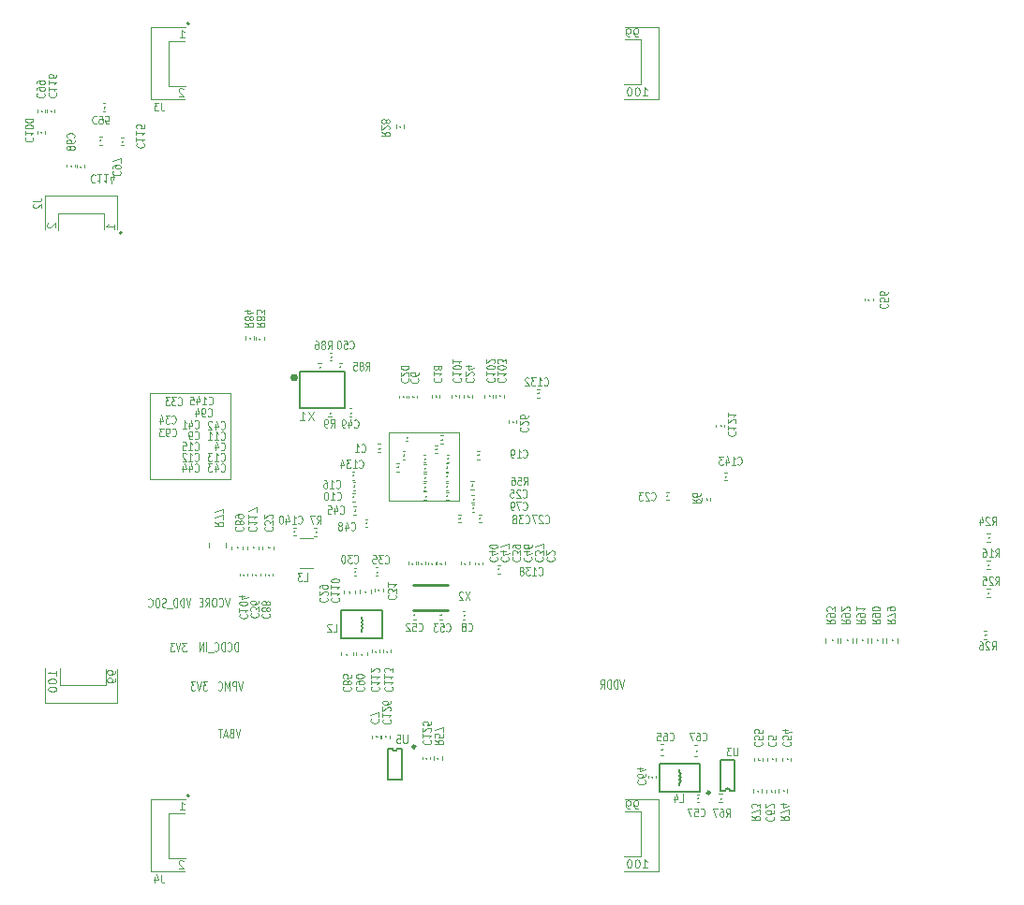
<source format=gbr>
G04 #@! TF.GenerationSoftware,KiCad,Pcbnew,7.0.2*
G04 #@! TF.CreationDate,2023-07-08T17:01:21+08:00*
G04 #@! TF.ProjectId,HPM1500_DDR3_CORE_RevB,48504d31-3530-4305-9f44-4452335f434f,rev?*
G04 #@! TF.SameCoordinates,Original*
G04 #@! TF.FileFunction,Legend,Bot*
G04 #@! TF.FilePolarity,Positive*
%FSLAX46Y46*%
G04 Gerber Fmt 4.6, Leading zero omitted, Abs format (unit mm)*
G04 Created by KiCad (PCBNEW 7.0.2) date 2023-07-08 17:01:21*
%MOMM*%
%LPD*%
G01*
G04 APERTURE LIST*
%ADD10C,0.101600*%
%ADD11C,0.100000*%
%ADD12C,0.120000*%
%ADD13C,0.010000*%
%ADD14C,0.200000*%
%ADD15C,0.152000*%
%ADD16C,0.300000*%
%ADD17C,0.254000*%
%ADD18C,0.152400*%
%ADD19C,0.203200*%
G04 APERTURE END LIST*
D10*
X119435000Y-94535000D02*
X119435000Y-102365000D01*
X126035000Y-94535000D02*
X119435000Y-94535000D01*
X147165000Y-98115000D02*
X147345000Y-98115000D01*
X147355000Y-104305000D02*
X147355000Y-98135000D01*
X147165000Y-98115000D02*
X141065000Y-98115000D01*
X141065000Y-104305000D02*
X147355000Y-104305000D01*
X141065000Y-98115000D02*
X141065000Y-104305000D01*
X126695000Y-102365000D02*
X126695000Y-94555000D01*
X126035000Y-94535000D02*
X126685000Y-94535000D01*
X119435000Y-102365000D02*
X126695000Y-102365000D01*
X122729285Y-117127095D02*
X122357857Y-117127095D01*
X122357857Y-117127095D02*
X122557857Y-117431857D01*
X122557857Y-117431857D02*
X122472142Y-117431857D01*
X122472142Y-117431857D02*
X122415000Y-117469952D01*
X122415000Y-117469952D02*
X122386428Y-117508047D01*
X122386428Y-117508047D02*
X122357857Y-117584238D01*
X122357857Y-117584238D02*
X122357857Y-117774714D01*
X122357857Y-117774714D02*
X122386428Y-117850904D01*
X122386428Y-117850904D02*
X122415000Y-117889000D01*
X122415000Y-117889000D02*
X122472142Y-117927095D01*
X122472142Y-117927095D02*
X122643571Y-117927095D01*
X122643571Y-117927095D02*
X122700714Y-117889000D01*
X122700714Y-117889000D02*
X122729285Y-117850904D01*
X122186428Y-117127095D02*
X121986428Y-117927095D01*
X121986428Y-117927095D02*
X121786428Y-117127095D01*
X121643570Y-117127095D02*
X121272142Y-117127095D01*
X121272142Y-117127095D02*
X121472142Y-117431857D01*
X121472142Y-117431857D02*
X121386427Y-117431857D01*
X121386427Y-117431857D02*
X121329285Y-117469952D01*
X121329285Y-117469952D02*
X121300713Y-117508047D01*
X121300713Y-117508047D02*
X121272142Y-117584238D01*
X121272142Y-117584238D02*
X121272142Y-117774714D01*
X121272142Y-117774714D02*
X121300713Y-117850904D01*
X121300713Y-117850904D02*
X121329285Y-117889000D01*
X121329285Y-117889000D02*
X121386427Y-117927095D01*
X121386427Y-117927095D02*
X121557856Y-117927095D01*
X121557856Y-117927095D02*
X121614999Y-117889000D01*
X121614999Y-117889000D02*
X121643570Y-117850904D01*
X127412142Y-117897095D02*
X127412142Y-117097095D01*
X127412142Y-117097095D02*
X127269285Y-117097095D01*
X127269285Y-117097095D02*
X127183571Y-117135190D01*
X127183571Y-117135190D02*
X127126428Y-117211380D01*
X127126428Y-117211380D02*
X127097857Y-117287571D01*
X127097857Y-117287571D02*
X127069285Y-117439952D01*
X127069285Y-117439952D02*
X127069285Y-117554238D01*
X127069285Y-117554238D02*
X127097857Y-117706619D01*
X127097857Y-117706619D02*
X127126428Y-117782809D01*
X127126428Y-117782809D02*
X127183571Y-117859000D01*
X127183571Y-117859000D02*
X127269285Y-117897095D01*
X127269285Y-117897095D02*
X127412142Y-117897095D01*
X126469285Y-117820904D02*
X126497857Y-117859000D01*
X126497857Y-117859000D02*
X126583571Y-117897095D01*
X126583571Y-117897095D02*
X126640714Y-117897095D01*
X126640714Y-117897095D02*
X126726428Y-117859000D01*
X126726428Y-117859000D02*
X126783571Y-117782809D01*
X126783571Y-117782809D02*
X126812142Y-117706619D01*
X126812142Y-117706619D02*
X126840714Y-117554238D01*
X126840714Y-117554238D02*
X126840714Y-117439952D01*
X126840714Y-117439952D02*
X126812142Y-117287571D01*
X126812142Y-117287571D02*
X126783571Y-117211380D01*
X126783571Y-117211380D02*
X126726428Y-117135190D01*
X126726428Y-117135190D02*
X126640714Y-117097095D01*
X126640714Y-117097095D02*
X126583571Y-117097095D01*
X126583571Y-117097095D02*
X126497857Y-117135190D01*
X126497857Y-117135190D02*
X126469285Y-117173285D01*
X126212142Y-117897095D02*
X126212142Y-117097095D01*
X126212142Y-117097095D02*
X126069285Y-117097095D01*
X126069285Y-117097095D02*
X125983571Y-117135190D01*
X125983571Y-117135190D02*
X125926428Y-117211380D01*
X125926428Y-117211380D02*
X125897857Y-117287571D01*
X125897857Y-117287571D02*
X125869285Y-117439952D01*
X125869285Y-117439952D02*
X125869285Y-117554238D01*
X125869285Y-117554238D02*
X125897857Y-117706619D01*
X125897857Y-117706619D02*
X125926428Y-117782809D01*
X125926428Y-117782809D02*
X125983571Y-117859000D01*
X125983571Y-117859000D02*
X126069285Y-117897095D01*
X126069285Y-117897095D02*
X126212142Y-117897095D01*
X125269285Y-117820904D02*
X125297857Y-117859000D01*
X125297857Y-117859000D02*
X125383571Y-117897095D01*
X125383571Y-117897095D02*
X125440714Y-117897095D01*
X125440714Y-117897095D02*
X125526428Y-117859000D01*
X125526428Y-117859000D02*
X125583571Y-117782809D01*
X125583571Y-117782809D02*
X125612142Y-117706619D01*
X125612142Y-117706619D02*
X125640714Y-117554238D01*
X125640714Y-117554238D02*
X125640714Y-117439952D01*
X125640714Y-117439952D02*
X125612142Y-117287571D01*
X125612142Y-117287571D02*
X125583571Y-117211380D01*
X125583571Y-117211380D02*
X125526428Y-117135190D01*
X125526428Y-117135190D02*
X125440714Y-117097095D01*
X125440714Y-117097095D02*
X125383571Y-117097095D01*
X125383571Y-117097095D02*
X125297857Y-117135190D01*
X125297857Y-117135190D02*
X125269285Y-117173285D01*
X125155000Y-117973285D02*
X124697857Y-117973285D01*
X124554999Y-117897095D02*
X124554999Y-117097095D01*
X124269285Y-117897095D02*
X124269285Y-117097095D01*
X124269285Y-117097095D02*
X123926428Y-117897095D01*
X123926428Y-117897095D02*
X123926428Y-117097095D01*
X124619285Y-120637095D02*
X124247857Y-120637095D01*
X124247857Y-120637095D02*
X124447857Y-120941857D01*
X124447857Y-120941857D02*
X124362142Y-120941857D01*
X124362142Y-120941857D02*
X124305000Y-120979952D01*
X124305000Y-120979952D02*
X124276428Y-121018047D01*
X124276428Y-121018047D02*
X124247857Y-121094238D01*
X124247857Y-121094238D02*
X124247857Y-121284714D01*
X124247857Y-121284714D02*
X124276428Y-121360904D01*
X124276428Y-121360904D02*
X124305000Y-121399000D01*
X124305000Y-121399000D02*
X124362142Y-121437095D01*
X124362142Y-121437095D02*
X124533571Y-121437095D01*
X124533571Y-121437095D02*
X124590714Y-121399000D01*
X124590714Y-121399000D02*
X124619285Y-121360904D01*
X124076428Y-120637095D02*
X123876428Y-121437095D01*
X123876428Y-121437095D02*
X123676428Y-120637095D01*
X123533570Y-120637095D02*
X123162142Y-120637095D01*
X123162142Y-120637095D02*
X123362142Y-120941857D01*
X123362142Y-120941857D02*
X123276427Y-120941857D01*
X123276427Y-120941857D02*
X123219285Y-120979952D01*
X123219285Y-120979952D02*
X123190713Y-121018047D01*
X123190713Y-121018047D02*
X123162142Y-121094238D01*
X123162142Y-121094238D02*
X123162142Y-121284714D01*
X123162142Y-121284714D02*
X123190713Y-121360904D01*
X123190713Y-121360904D02*
X123219285Y-121399000D01*
X123219285Y-121399000D02*
X123276427Y-121437095D01*
X123276427Y-121437095D02*
X123447856Y-121437095D01*
X123447856Y-121437095D02*
X123504999Y-121399000D01*
X123504999Y-121399000D02*
X123533570Y-121360904D01*
X127827857Y-120637095D02*
X127627857Y-121437095D01*
X127627857Y-121437095D02*
X127427857Y-120637095D01*
X127227856Y-121437095D02*
X127227856Y-120637095D01*
X127227856Y-120637095D02*
X126999285Y-120637095D01*
X126999285Y-120637095D02*
X126942142Y-120675190D01*
X126942142Y-120675190D02*
X126913571Y-120713285D01*
X126913571Y-120713285D02*
X126884999Y-120789476D01*
X126884999Y-120789476D02*
X126884999Y-120903761D01*
X126884999Y-120903761D02*
X126913571Y-120979952D01*
X126913571Y-120979952D02*
X126942142Y-121018047D01*
X126942142Y-121018047D02*
X126999285Y-121056142D01*
X126999285Y-121056142D02*
X127227856Y-121056142D01*
X126627856Y-121437095D02*
X126627856Y-120637095D01*
X126627856Y-120637095D02*
X126427856Y-121208523D01*
X126427856Y-121208523D02*
X126227856Y-120637095D01*
X126227856Y-120637095D02*
X126227856Y-121437095D01*
X125599285Y-121360904D02*
X125627857Y-121399000D01*
X125627857Y-121399000D02*
X125713571Y-121437095D01*
X125713571Y-121437095D02*
X125770714Y-121437095D01*
X125770714Y-121437095D02*
X125856428Y-121399000D01*
X125856428Y-121399000D02*
X125913571Y-121322809D01*
X125913571Y-121322809D02*
X125942142Y-121246619D01*
X125942142Y-121246619D02*
X125970714Y-121094238D01*
X125970714Y-121094238D02*
X125970714Y-120979952D01*
X125970714Y-120979952D02*
X125942142Y-120827571D01*
X125942142Y-120827571D02*
X125913571Y-120751380D01*
X125913571Y-120751380D02*
X125856428Y-120675190D01*
X125856428Y-120675190D02*
X125770714Y-120637095D01*
X125770714Y-120637095D02*
X125713571Y-120637095D01*
X125713571Y-120637095D02*
X125627857Y-120675190D01*
X125627857Y-120675190D02*
X125599285Y-120713285D01*
X162277857Y-120477095D02*
X162077857Y-121277095D01*
X162077857Y-121277095D02*
X161877857Y-120477095D01*
X161677856Y-121277095D02*
X161677856Y-120477095D01*
X161677856Y-120477095D02*
X161534999Y-120477095D01*
X161534999Y-120477095D02*
X161449285Y-120515190D01*
X161449285Y-120515190D02*
X161392142Y-120591380D01*
X161392142Y-120591380D02*
X161363571Y-120667571D01*
X161363571Y-120667571D02*
X161334999Y-120819952D01*
X161334999Y-120819952D02*
X161334999Y-120934238D01*
X161334999Y-120934238D02*
X161363571Y-121086619D01*
X161363571Y-121086619D02*
X161392142Y-121162809D01*
X161392142Y-121162809D02*
X161449285Y-121239000D01*
X161449285Y-121239000D02*
X161534999Y-121277095D01*
X161534999Y-121277095D02*
X161677856Y-121277095D01*
X161077856Y-121277095D02*
X161077856Y-120477095D01*
X161077856Y-120477095D02*
X160934999Y-120477095D01*
X160934999Y-120477095D02*
X160849285Y-120515190D01*
X160849285Y-120515190D02*
X160792142Y-120591380D01*
X160792142Y-120591380D02*
X160763571Y-120667571D01*
X160763571Y-120667571D02*
X160734999Y-120819952D01*
X160734999Y-120819952D02*
X160734999Y-120934238D01*
X160734999Y-120934238D02*
X160763571Y-121086619D01*
X160763571Y-121086619D02*
X160792142Y-121162809D01*
X160792142Y-121162809D02*
X160849285Y-121239000D01*
X160849285Y-121239000D02*
X160934999Y-121277095D01*
X160934999Y-121277095D02*
X161077856Y-121277095D01*
X160134999Y-121277095D02*
X160334999Y-120896142D01*
X160477856Y-121277095D02*
X160477856Y-120477095D01*
X160477856Y-120477095D02*
X160249285Y-120477095D01*
X160249285Y-120477095D02*
X160192142Y-120515190D01*
X160192142Y-120515190D02*
X160163571Y-120553285D01*
X160163571Y-120553285D02*
X160134999Y-120629476D01*
X160134999Y-120629476D02*
X160134999Y-120743761D01*
X160134999Y-120743761D02*
X160163571Y-120819952D01*
X160163571Y-120819952D02*
X160192142Y-120858047D01*
X160192142Y-120858047D02*
X160249285Y-120896142D01*
X160249285Y-120896142D02*
X160477856Y-120896142D01*
X126627857Y-113097095D02*
X126427857Y-113897095D01*
X126427857Y-113897095D02*
X126227857Y-113097095D01*
X125684999Y-113820904D02*
X125713571Y-113859000D01*
X125713571Y-113859000D02*
X125799285Y-113897095D01*
X125799285Y-113897095D02*
X125856428Y-113897095D01*
X125856428Y-113897095D02*
X125942142Y-113859000D01*
X125942142Y-113859000D02*
X125999285Y-113782809D01*
X125999285Y-113782809D02*
X126027856Y-113706619D01*
X126027856Y-113706619D02*
X126056428Y-113554238D01*
X126056428Y-113554238D02*
X126056428Y-113439952D01*
X126056428Y-113439952D02*
X126027856Y-113287571D01*
X126027856Y-113287571D02*
X125999285Y-113211380D01*
X125999285Y-113211380D02*
X125942142Y-113135190D01*
X125942142Y-113135190D02*
X125856428Y-113097095D01*
X125856428Y-113097095D02*
X125799285Y-113097095D01*
X125799285Y-113097095D02*
X125713571Y-113135190D01*
X125713571Y-113135190D02*
X125684999Y-113173285D01*
X125313571Y-113097095D02*
X125199285Y-113097095D01*
X125199285Y-113097095D02*
X125142142Y-113135190D01*
X125142142Y-113135190D02*
X125084999Y-113211380D01*
X125084999Y-113211380D02*
X125056428Y-113363761D01*
X125056428Y-113363761D02*
X125056428Y-113630428D01*
X125056428Y-113630428D02*
X125084999Y-113782809D01*
X125084999Y-113782809D02*
X125142142Y-113859000D01*
X125142142Y-113859000D02*
X125199285Y-113897095D01*
X125199285Y-113897095D02*
X125313571Y-113897095D01*
X125313571Y-113897095D02*
X125370714Y-113859000D01*
X125370714Y-113859000D02*
X125427856Y-113782809D01*
X125427856Y-113782809D02*
X125456428Y-113630428D01*
X125456428Y-113630428D02*
X125456428Y-113363761D01*
X125456428Y-113363761D02*
X125427856Y-113211380D01*
X125427856Y-113211380D02*
X125370714Y-113135190D01*
X125370714Y-113135190D02*
X125313571Y-113097095D01*
X124456428Y-113897095D02*
X124656428Y-113516142D01*
X124799285Y-113897095D02*
X124799285Y-113097095D01*
X124799285Y-113097095D02*
X124570714Y-113097095D01*
X124570714Y-113097095D02*
X124513571Y-113135190D01*
X124513571Y-113135190D02*
X124485000Y-113173285D01*
X124485000Y-113173285D02*
X124456428Y-113249476D01*
X124456428Y-113249476D02*
X124456428Y-113363761D01*
X124456428Y-113363761D02*
X124485000Y-113439952D01*
X124485000Y-113439952D02*
X124513571Y-113478047D01*
X124513571Y-113478047D02*
X124570714Y-113516142D01*
X124570714Y-113516142D02*
X124799285Y-113516142D01*
X124199285Y-113478047D02*
X123999285Y-113478047D01*
X123913571Y-113897095D02*
X124199285Y-113897095D01*
X124199285Y-113897095D02*
X124199285Y-113097095D01*
X124199285Y-113097095D02*
X123913571Y-113097095D01*
X127597857Y-124947095D02*
X127397857Y-125747095D01*
X127397857Y-125747095D02*
X127197857Y-124947095D01*
X126797856Y-125328047D02*
X126712142Y-125366142D01*
X126712142Y-125366142D02*
X126683571Y-125404238D01*
X126683571Y-125404238D02*
X126654999Y-125480428D01*
X126654999Y-125480428D02*
X126654999Y-125594714D01*
X126654999Y-125594714D02*
X126683571Y-125670904D01*
X126683571Y-125670904D02*
X126712142Y-125709000D01*
X126712142Y-125709000D02*
X126769285Y-125747095D01*
X126769285Y-125747095D02*
X126997856Y-125747095D01*
X126997856Y-125747095D02*
X126997856Y-124947095D01*
X126997856Y-124947095D02*
X126797856Y-124947095D01*
X126797856Y-124947095D02*
X126740714Y-124985190D01*
X126740714Y-124985190D02*
X126712142Y-125023285D01*
X126712142Y-125023285D02*
X126683571Y-125099476D01*
X126683571Y-125099476D02*
X126683571Y-125175666D01*
X126683571Y-125175666D02*
X126712142Y-125251857D01*
X126712142Y-125251857D02*
X126740714Y-125289952D01*
X126740714Y-125289952D02*
X126797856Y-125328047D01*
X126797856Y-125328047D02*
X126997856Y-125328047D01*
X126426428Y-125518523D02*
X126140714Y-125518523D01*
X126483571Y-125747095D02*
X126283571Y-124947095D01*
X126283571Y-124947095D02*
X126083571Y-125747095D01*
X125969285Y-124947095D02*
X125626428Y-124947095D01*
X125797856Y-125747095D02*
X125797856Y-124947095D01*
X123107857Y-113117095D02*
X122907857Y-113917095D01*
X122907857Y-113917095D02*
X122707857Y-113117095D01*
X122507856Y-113917095D02*
X122507856Y-113117095D01*
X122507856Y-113117095D02*
X122364999Y-113117095D01*
X122364999Y-113117095D02*
X122279285Y-113155190D01*
X122279285Y-113155190D02*
X122222142Y-113231380D01*
X122222142Y-113231380D02*
X122193571Y-113307571D01*
X122193571Y-113307571D02*
X122164999Y-113459952D01*
X122164999Y-113459952D02*
X122164999Y-113574238D01*
X122164999Y-113574238D02*
X122193571Y-113726619D01*
X122193571Y-113726619D02*
X122222142Y-113802809D01*
X122222142Y-113802809D02*
X122279285Y-113879000D01*
X122279285Y-113879000D02*
X122364999Y-113917095D01*
X122364999Y-113917095D02*
X122507856Y-113917095D01*
X121907856Y-113917095D02*
X121907856Y-113117095D01*
X121907856Y-113117095D02*
X121764999Y-113117095D01*
X121764999Y-113117095D02*
X121679285Y-113155190D01*
X121679285Y-113155190D02*
X121622142Y-113231380D01*
X121622142Y-113231380D02*
X121593571Y-113307571D01*
X121593571Y-113307571D02*
X121564999Y-113459952D01*
X121564999Y-113459952D02*
X121564999Y-113574238D01*
X121564999Y-113574238D02*
X121593571Y-113726619D01*
X121593571Y-113726619D02*
X121622142Y-113802809D01*
X121622142Y-113802809D02*
X121679285Y-113879000D01*
X121679285Y-113879000D02*
X121764999Y-113917095D01*
X121764999Y-113917095D02*
X121907856Y-113917095D01*
X121450714Y-113993285D02*
X120993571Y-113993285D01*
X120879285Y-113879000D02*
X120793571Y-113917095D01*
X120793571Y-113917095D02*
X120650713Y-113917095D01*
X120650713Y-113917095D02*
X120593571Y-113879000D01*
X120593571Y-113879000D02*
X120564999Y-113840904D01*
X120564999Y-113840904D02*
X120536428Y-113764714D01*
X120536428Y-113764714D02*
X120536428Y-113688523D01*
X120536428Y-113688523D02*
X120564999Y-113612333D01*
X120564999Y-113612333D02*
X120593571Y-113574238D01*
X120593571Y-113574238D02*
X120650713Y-113536142D01*
X120650713Y-113536142D02*
X120764999Y-113498047D01*
X120764999Y-113498047D02*
X120822142Y-113459952D01*
X120822142Y-113459952D02*
X120850713Y-113421857D01*
X120850713Y-113421857D02*
X120879285Y-113345666D01*
X120879285Y-113345666D02*
X120879285Y-113269476D01*
X120879285Y-113269476D02*
X120850713Y-113193285D01*
X120850713Y-113193285D02*
X120822142Y-113155190D01*
X120822142Y-113155190D02*
X120764999Y-113117095D01*
X120764999Y-113117095D02*
X120622142Y-113117095D01*
X120622142Y-113117095D02*
X120536428Y-113155190D01*
X120164999Y-113117095D02*
X120050713Y-113117095D01*
X120050713Y-113117095D02*
X119993570Y-113155190D01*
X119993570Y-113155190D02*
X119936427Y-113231380D01*
X119936427Y-113231380D02*
X119907856Y-113383761D01*
X119907856Y-113383761D02*
X119907856Y-113650428D01*
X119907856Y-113650428D02*
X119936427Y-113802809D01*
X119936427Y-113802809D02*
X119993570Y-113879000D01*
X119993570Y-113879000D02*
X120050713Y-113917095D01*
X120050713Y-113917095D02*
X120164999Y-113917095D01*
X120164999Y-113917095D02*
X120222142Y-113879000D01*
X120222142Y-113879000D02*
X120279284Y-113802809D01*
X120279284Y-113802809D02*
X120307856Y-113650428D01*
X120307856Y-113650428D02*
X120307856Y-113383761D01*
X120307856Y-113383761D02*
X120279284Y-113231380D01*
X120279284Y-113231380D02*
X120222142Y-113155190D01*
X120222142Y-113155190D02*
X120164999Y-113117095D01*
X119307856Y-113840904D02*
X119336428Y-113879000D01*
X119336428Y-113879000D02*
X119422142Y-113917095D01*
X119422142Y-113917095D02*
X119479285Y-113917095D01*
X119479285Y-113917095D02*
X119564999Y-113879000D01*
X119564999Y-113879000D02*
X119622142Y-113802809D01*
X119622142Y-113802809D02*
X119650713Y-113726619D01*
X119650713Y-113726619D02*
X119679285Y-113574238D01*
X119679285Y-113574238D02*
X119679285Y-113459952D01*
X119679285Y-113459952D02*
X119650713Y-113307571D01*
X119650713Y-113307571D02*
X119622142Y-113231380D01*
X119622142Y-113231380D02*
X119564999Y-113155190D01*
X119564999Y-113155190D02*
X119479285Y-113117095D01*
X119479285Y-113117095D02*
X119422142Y-113117095D01*
X119422142Y-113117095D02*
X119336428Y-113155190D01*
X119336428Y-113155190D02*
X119307856Y-113193285D01*
X140538214Y-124099285D02*
X140502500Y-124127857D01*
X140502500Y-124127857D02*
X140466785Y-124213571D01*
X140466785Y-124213571D02*
X140466785Y-124270714D01*
X140466785Y-124270714D02*
X140502500Y-124356428D01*
X140502500Y-124356428D02*
X140573928Y-124413571D01*
X140573928Y-124413571D02*
X140645357Y-124442142D01*
X140645357Y-124442142D02*
X140788214Y-124470714D01*
X140788214Y-124470714D02*
X140895357Y-124470714D01*
X140895357Y-124470714D02*
X141038214Y-124442142D01*
X141038214Y-124442142D02*
X141109642Y-124413571D01*
X141109642Y-124413571D02*
X141181071Y-124356428D01*
X141181071Y-124356428D02*
X141216785Y-124270714D01*
X141216785Y-124270714D02*
X141216785Y-124213571D01*
X141216785Y-124213571D02*
X141181071Y-124127857D01*
X141181071Y-124127857D02*
X141145357Y-124099285D01*
X140466785Y-123527857D02*
X140466785Y-123870714D01*
X140466785Y-123699285D02*
X141216785Y-123699285D01*
X141216785Y-123699285D02*
X141109642Y-123756428D01*
X141109642Y-123756428D02*
X141038214Y-123813571D01*
X141038214Y-123813571D02*
X141002500Y-123870714D01*
X141145357Y-123299285D02*
X141181071Y-123270713D01*
X141181071Y-123270713D02*
X141216785Y-123213571D01*
X141216785Y-123213571D02*
X141216785Y-123070713D01*
X141216785Y-123070713D02*
X141181071Y-123013571D01*
X141181071Y-123013571D02*
X141145357Y-122984999D01*
X141145357Y-122984999D02*
X141073928Y-122956428D01*
X141073928Y-122956428D02*
X141002500Y-122956428D01*
X141002500Y-122956428D02*
X140895357Y-122984999D01*
X140895357Y-122984999D02*
X140466785Y-123327856D01*
X140466785Y-123327856D02*
X140466785Y-122956428D01*
X141216785Y-122442142D02*
X141216785Y-122556427D01*
X141216785Y-122556427D02*
X141181071Y-122613570D01*
X141181071Y-122613570D02*
X141145357Y-122642142D01*
X141145357Y-122642142D02*
X141038214Y-122699284D01*
X141038214Y-122699284D02*
X140895357Y-122727856D01*
X140895357Y-122727856D02*
X140609642Y-122727856D01*
X140609642Y-122727856D02*
X140538214Y-122699284D01*
X140538214Y-122699284D02*
X140502500Y-122670713D01*
X140502500Y-122670713D02*
X140466785Y-122613570D01*
X140466785Y-122613570D02*
X140466785Y-122499284D01*
X140466785Y-122499284D02*
X140502500Y-122442142D01*
X140502500Y-122442142D02*
X140538214Y-122413570D01*
X140538214Y-122413570D02*
X140609642Y-122384999D01*
X140609642Y-122384999D02*
X140788214Y-122384999D01*
X140788214Y-122384999D02*
X140859642Y-122413570D01*
X140859642Y-122413570D02*
X140895357Y-122442142D01*
X140895357Y-122442142D02*
X140931071Y-122499284D01*
X140931071Y-122499284D02*
X140931071Y-122613570D01*
X140931071Y-122613570D02*
X140895357Y-122670713D01*
X140895357Y-122670713D02*
X140859642Y-122699284D01*
X140859642Y-122699284D02*
X140788214Y-122727856D01*
X123509285Y-97691785D02*
X123537857Y-97727500D01*
X123537857Y-97727500D02*
X123623571Y-97763214D01*
X123623571Y-97763214D02*
X123680714Y-97763214D01*
X123680714Y-97763214D02*
X123766428Y-97727500D01*
X123766428Y-97727500D02*
X123823571Y-97656071D01*
X123823571Y-97656071D02*
X123852142Y-97584642D01*
X123852142Y-97584642D02*
X123880714Y-97441785D01*
X123880714Y-97441785D02*
X123880714Y-97334642D01*
X123880714Y-97334642D02*
X123852142Y-97191785D01*
X123852142Y-97191785D02*
X123823571Y-97120357D01*
X123823571Y-97120357D02*
X123766428Y-97048928D01*
X123766428Y-97048928D02*
X123680714Y-97013214D01*
X123680714Y-97013214D02*
X123623571Y-97013214D01*
X123623571Y-97013214D02*
X123537857Y-97048928D01*
X123537857Y-97048928D02*
X123509285Y-97084642D01*
X122995000Y-97263214D02*
X122995000Y-97763214D01*
X123137857Y-96977500D02*
X123280714Y-97513214D01*
X123280714Y-97513214D02*
X122909285Y-97513214D01*
X122366428Y-97763214D02*
X122709285Y-97763214D01*
X122537856Y-97763214D02*
X122537856Y-97013214D01*
X122537856Y-97013214D02*
X122594999Y-97120357D01*
X122594999Y-97120357D02*
X122652142Y-97191785D01*
X122652142Y-97191785D02*
X122709285Y-97227500D01*
X120445012Y-138116858D02*
X120445012Y-138652572D01*
X120445012Y-138652572D02*
X120473583Y-138759715D01*
X120473583Y-138759715D02*
X120530726Y-138831144D01*
X120530726Y-138831144D02*
X120616440Y-138866858D01*
X120616440Y-138866858D02*
X120673583Y-138866858D01*
X119902155Y-138366858D02*
X119902155Y-138866858D01*
X120045012Y-138081144D02*
X120187869Y-138616858D01*
X120187869Y-138616858D02*
X119816440Y-138616858D01*
D11*
X163970012Y-137491858D02*
X164398583Y-137491858D01*
X164184298Y-137491858D02*
X164184298Y-136741858D01*
X164184298Y-136741858D02*
X164255726Y-136849001D01*
X164255726Y-136849001D02*
X164327155Y-136920429D01*
X164327155Y-136920429D02*
X164398583Y-136956144D01*
X163505726Y-136741858D02*
X163434297Y-136741858D01*
X163434297Y-136741858D02*
X163362869Y-136777572D01*
X163362869Y-136777572D02*
X163327155Y-136813286D01*
X163327155Y-136813286D02*
X163291440Y-136884715D01*
X163291440Y-136884715D02*
X163255726Y-137027572D01*
X163255726Y-137027572D02*
X163255726Y-137206144D01*
X163255726Y-137206144D02*
X163291440Y-137349001D01*
X163291440Y-137349001D02*
X163327155Y-137420429D01*
X163327155Y-137420429D02*
X163362869Y-137456144D01*
X163362869Y-137456144D02*
X163434297Y-137491858D01*
X163434297Y-137491858D02*
X163505726Y-137491858D01*
X163505726Y-137491858D02*
X163577155Y-137456144D01*
X163577155Y-137456144D02*
X163612869Y-137420429D01*
X163612869Y-137420429D02*
X163648583Y-137349001D01*
X163648583Y-137349001D02*
X163684297Y-137206144D01*
X163684297Y-137206144D02*
X163684297Y-137027572D01*
X163684297Y-137027572D02*
X163648583Y-136884715D01*
X163648583Y-136884715D02*
X163612869Y-136813286D01*
X163612869Y-136813286D02*
X163577155Y-136777572D01*
X163577155Y-136777572D02*
X163505726Y-136741858D01*
X162791440Y-136741858D02*
X162720011Y-136741858D01*
X162720011Y-136741858D02*
X162648583Y-136777572D01*
X162648583Y-136777572D02*
X162612869Y-136813286D01*
X162612869Y-136813286D02*
X162577154Y-136884715D01*
X162577154Y-136884715D02*
X162541440Y-137027572D01*
X162541440Y-137027572D02*
X162541440Y-137206144D01*
X162541440Y-137206144D02*
X162577154Y-137349001D01*
X162577154Y-137349001D02*
X162612869Y-137420429D01*
X162612869Y-137420429D02*
X162648583Y-137456144D01*
X162648583Y-137456144D02*
X162720011Y-137491858D01*
X162720011Y-137491858D02*
X162791440Y-137491858D01*
X162791440Y-137491858D02*
X162862869Y-137456144D01*
X162862869Y-137456144D02*
X162898583Y-137420429D01*
X162898583Y-137420429D02*
X162934297Y-137349001D01*
X162934297Y-137349001D02*
X162970011Y-137206144D01*
X162970011Y-137206144D02*
X162970011Y-137027572D01*
X162970011Y-137027572D02*
X162934297Y-136884715D01*
X162934297Y-136884715D02*
X162898583Y-136813286D01*
X162898583Y-136813286D02*
X162862869Y-136777572D01*
X162862869Y-136777572D02*
X162791440Y-136741858D01*
X122459297Y-136888286D02*
X122423583Y-136852572D01*
X122423583Y-136852572D02*
X122352155Y-136816858D01*
X122352155Y-136816858D02*
X122173583Y-136816858D01*
X122173583Y-136816858D02*
X122102155Y-136852572D01*
X122102155Y-136852572D02*
X122066440Y-136888286D01*
X122066440Y-136888286D02*
X122030726Y-136959715D01*
X122030726Y-136959715D02*
X122030726Y-137031144D01*
X122030726Y-137031144D02*
X122066440Y-137138286D01*
X122066440Y-137138286D02*
X122495012Y-137566858D01*
X122495012Y-137566858D02*
X122030726Y-137566858D01*
X122130726Y-132266858D02*
X122559297Y-132266858D01*
X122345012Y-132266858D02*
X122345012Y-131516858D01*
X122345012Y-131516858D02*
X122416440Y-131624001D01*
X122416440Y-131624001D02*
X122487869Y-131695429D01*
X122487869Y-131695429D02*
X122559297Y-131731144D01*
X163520012Y-132166858D02*
X163377155Y-132166858D01*
X163377155Y-132166858D02*
X163305726Y-132131144D01*
X163305726Y-132131144D02*
X163270012Y-132095429D01*
X163270012Y-132095429D02*
X163198583Y-131988286D01*
X163198583Y-131988286D02*
X163162869Y-131845429D01*
X163162869Y-131845429D02*
X163162869Y-131559715D01*
X163162869Y-131559715D02*
X163198583Y-131488286D01*
X163198583Y-131488286D02*
X163234298Y-131452572D01*
X163234298Y-131452572D02*
X163305726Y-131416858D01*
X163305726Y-131416858D02*
X163448583Y-131416858D01*
X163448583Y-131416858D02*
X163520012Y-131452572D01*
X163520012Y-131452572D02*
X163555726Y-131488286D01*
X163555726Y-131488286D02*
X163591440Y-131559715D01*
X163591440Y-131559715D02*
X163591440Y-131738286D01*
X163591440Y-131738286D02*
X163555726Y-131809715D01*
X163555726Y-131809715D02*
X163520012Y-131845429D01*
X163520012Y-131845429D02*
X163448583Y-131881144D01*
X163448583Y-131881144D02*
X163305726Y-131881144D01*
X163305726Y-131881144D02*
X163234298Y-131845429D01*
X163234298Y-131845429D02*
X163198583Y-131809715D01*
X163198583Y-131809715D02*
X163162869Y-131738286D01*
X162805726Y-132166858D02*
X162662869Y-132166858D01*
X162662869Y-132166858D02*
X162591440Y-132131144D01*
X162591440Y-132131144D02*
X162555726Y-132095429D01*
X162555726Y-132095429D02*
X162484297Y-131988286D01*
X162484297Y-131988286D02*
X162448583Y-131845429D01*
X162448583Y-131845429D02*
X162448583Y-131559715D01*
X162448583Y-131559715D02*
X162484297Y-131488286D01*
X162484297Y-131488286D02*
X162520012Y-131452572D01*
X162520012Y-131452572D02*
X162591440Y-131416858D01*
X162591440Y-131416858D02*
X162734297Y-131416858D01*
X162734297Y-131416858D02*
X162805726Y-131452572D01*
X162805726Y-131452572D02*
X162841440Y-131488286D01*
X162841440Y-131488286D02*
X162877154Y-131559715D01*
X162877154Y-131559715D02*
X162877154Y-131738286D01*
X162877154Y-131738286D02*
X162841440Y-131809715D01*
X162841440Y-131809715D02*
X162805726Y-131845429D01*
X162805726Y-131845429D02*
X162734297Y-131881144D01*
X162734297Y-131881144D02*
X162591440Y-131881144D01*
X162591440Y-131881144D02*
X162520012Y-131845429D01*
X162520012Y-131845429D02*
X162484297Y-131809715D01*
X162484297Y-131809715D02*
X162448583Y-131738286D01*
D10*
X172559285Y-100981785D02*
X172587857Y-101017500D01*
X172587857Y-101017500D02*
X172673571Y-101053214D01*
X172673571Y-101053214D02*
X172730714Y-101053214D01*
X172730714Y-101053214D02*
X172816428Y-101017500D01*
X172816428Y-101017500D02*
X172873571Y-100946071D01*
X172873571Y-100946071D02*
X172902142Y-100874642D01*
X172902142Y-100874642D02*
X172930714Y-100731785D01*
X172930714Y-100731785D02*
X172930714Y-100624642D01*
X172930714Y-100624642D02*
X172902142Y-100481785D01*
X172902142Y-100481785D02*
X172873571Y-100410357D01*
X172873571Y-100410357D02*
X172816428Y-100338928D01*
X172816428Y-100338928D02*
X172730714Y-100303214D01*
X172730714Y-100303214D02*
X172673571Y-100303214D01*
X172673571Y-100303214D02*
X172587857Y-100338928D01*
X172587857Y-100338928D02*
X172559285Y-100374642D01*
X171987857Y-101053214D02*
X172330714Y-101053214D01*
X172159285Y-101053214D02*
X172159285Y-100303214D01*
X172159285Y-100303214D02*
X172216428Y-100410357D01*
X172216428Y-100410357D02*
X172273571Y-100481785D01*
X172273571Y-100481785D02*
X172330714Y-100517500D01*
X171473571Y-100553214D02*
X171473571Y-101053214D01*
X171616428Y-100267500D02*
X171759285Y-100803214D01*
X171759285Y-100803214D02*
X171387856Y-100803214D01*
X171216427Y-100303214D02*
X170844999Y-100303214D01*
X170844999Y-100303214D02*
X171044999Y-100588928D01*
X171044999Y-100588928D02*
X170959284Y-100588928D01*
X170959284Y-100588928D02*
X170902142Y-100624642D01*
X170902142Y-100624642D02*
X170873570Y-100660357D01*
X170873570Y-100660357D02*
X170844999Y-100731785D01*
X170844999Y-100731785D02*
X170844999Y-100910357D01*
X170844999Y-100910357D02*
X170873570Y-100981785D01*
X170873570Y-100981785D02*
X170902142Y-101017500D01*
X170902142Y-101017500D02*
X170959284Y-101053214D01*
X170959284Y-101053214D02*
X171130713Y-101053214D01*
X171130713Y-101053214D02*
X171187856Y-101017500D01*
X171187856Y-101017500D02*
X171216427Y-100981785D01*
X186038035Y-115035714D02*
X186395178Y-115235714D01*
X186038035Y-115378571D02*
X186788035Y-115378571D01*
X186788035Y-115378571D02*
X186788035Y-115150000D01*
X186788035Y-115150000D02*
X186752321Y-115092857D01*
X186752321Y-115092857D02*
X186716607Y-115064286D01*
X186716607Y-115064286D02*
X186645178Y-115035714D01*
X186645178Y-115035714D02*
X186538035Y-115035714D01*
X186538035Y-115035714D02*
X186466607Y-115064286D01*
X186466607Y-115064286D02*
X186430892Y-115092857D01*
X186430892Y-115092857D02*
X186395178Y-115150000D01*
X186395178Y-115150000D02*
X186395178Y-115378571D01*
X186788035Y-114835714D02*
X186788035Y-114435714D01*
X186788035Y-114435714D02*
X186038035Y-114692857D01*
X186038035Y-114178571D02*
X186038035Y-114064285D01*
X186038035Y-114064285D02*
X186073750Y-114007142D01*
X186073750Y-114007142D02*
X186109464Y-113978571D01*
X186109464Y-113978571D02*
X186216607Y-113921428D01*
X186216607Y-113921428D02*
X186359464Y-113892857D01*
X186359464Y-113892857D02*
X186645178Y-113892857D01*
X186645178Y-113892857D02*
X186716607Y-113921428D01*
X186716607Y-113921428D02*
X186752321Y-113950000D01*
X186752321Y-113950000D02*
X186788035Y-114007142D01*
X186788035Y-114007142D02*
X186788035Y-114121428D01*
X186788035Y-114121428D02*
X186752321Y-114178571D01*
X186752321Y-114178571D02*
X186716607Y-114207142D01*
X186716607Y-114207142D02*
X186645178Y-114235714D01*
X186645178Y-114235714D02*
X186466607Y-114235714D01*
X186466607Y-114235714D02*
X186395178Y-114207142D01*
X186395178Y-114207142D02*
X186359464Y-114178571D01*
X186359464Y-114178571D02*
X186323750Y-114121428D01*
X186323750Y-114121428D02*
X186323750Y-114007142D01*
X186323750Y-114007142D02*
X186359464Y-113950000D01*
X186359464Y-113950000D02*
X186395178Y-113921428D01*
X186395178Y-113921428D02*
X186466607Y-113892857D01*
X140698214Y-121139285D02*
X140662500Y-121167857D01*
X140662500Y-121167857D02*
X140626785Y-121253571D01*
X140626785Y-121253571D02*
X140626785Y-121310714D01*
X140626785Y-121310714D02*
X140662500Y-121396428D01*
X140662500Y-121396428D02*
X140733928Y-121453571D01*
X140733928Y-121453571D02*
X140805357Y-121482142D01*
X140805357Y-121482142D02*
X140948214Y-121510714D01*
X140948214Y-121510714D02*
X141055357Y-121510714D01*
X141055357Y-121510714D02*
X141198214Y-121482142D01*
X141198214Y-121482142D02*
X141269642Y-121453571D01*
X141269642Y-121453571D02*
X141341071Y-121396428D01*
X141341071Y-121396428D02*
X141376785Y-121310714D01*
X141376785Y-121310714D02*
X141376785Y-121253571D01*
X141376785Y-121253571D02*
X141341071Y-121167857D01*
X141341071Y-121167857D02*
X141305357Y-121139285D01*
X140626785Y-120567857D02*
X140626785Y-120910714D01*
X140626785Y-120739285D02*
X141376785Y-120739285D01*
X141376785Y-120739285D02*
X141269642Y-120796428D01*
X141269642Y-120796428D02*
X141198214Y-120853571D01*
X141198214Y-120853571D02*
X141162500Y-120910714D01*
X140626785Y-119996428D02*
X140626785Y-120339285D01*
X140626785Y-120167856D02*
X141376785Y-120167856D01*
X141376785Y-120167856D02*
X141269642Y-120224999D01*
X141269642Y-120224999D02*
X141198214Y-120282142D01*
X141198214Y-120282142D02*
X141162500Y-120339285D01*
X141376785Y-119796427D02*
X141376785Y-119424999D01*
X141376785Y-119424999D02*
X141091071Y-119624999D01*
X141091071Y-119624999D02*
X141091071Y-119539284D01*
X141091071Y-119539284D02*
X141055357Y-119482142D01*
X141055357Y-119482142D02*
X141019642Y-119453570D01*
X141019642Y-119453570D02*
X140948214Y-119424999D01*
X140948214Y-119424999D02*
X140769642Y-119424999D01*
X140769642Y-119424999D02*
X140698214Y-119453570D01*
X140698214Y-119453570D02*
X140662500Y-119482142D01*
X140662500Y-119482142D02*
X140626785Y-119539284D01*
X140626785Y-119539284D02*
X140626785Y-119710713D01*
X140626785Y-119710713D02*
X140662500Y-119767856D01*
X140662500Y-119767856D02*
X140698214Y-119796427D01*
X153272214Y-109389285D02*
X153236500Y-109417857D01*
X153236500Y-109417857D02*
X153200785Y-109503571D01*
X153200785Y-109503571D02*
X153200785Y-109560714D01*
X153200785Y-109560714D02*
X153236500Y-109646428D01*
X153236500Y-109646428D02*
X153307928Y-109703571D01*
X153307928Y-109703571D02*
X153379357Y-109732142D01*
X153379357Y-109732142D02*
X153522214Y-109760714D01*
X153522214Y-109760714D02*
X153629357Y-109760714D01*
X153629357Y-109760714D02*
X153772214Y-109732142D01*
X153772214Y-109732142D02*
X153843642Y-109703571D01*
X153843642Y-109703571D02*
X153915071Y-109646428D01*
X153915071Y-109646428D02*
X153950785Y-109560714D01*
X153950785Y-109560714D02*
X153950785Y-109503571D01*
X153950785Y-109503571D02*
X153915071Y-109417857D01*
X153915071Y-109417857D02*
X153879357Y-109389285D01*
X153700785Y-108875000D02*
X153200785Y-108875000D01*
X153986500Y-109017857D02*
X153450785Y-109160714D01*
X153450785Y-109160714D02*
X153450785Y-108789285D01*
X153950785Y-108303571D02*
X153950785Y-108417856D01*
X153950785Y-108417856D02*
X153915071Y-108474999D01*
X153915071Y-108474999D02*
X153879357Y-108503571D01*
X153879357Y-108503571D02*
X153772214Y-108560713D01*
X153772214Y-108560713D02*
X153629357Y-108589285D01*
X153629357Y-108589285D02*
X153343642Y-108589285D01*
X153343642Y-108589285D02*
X153272214Y-108560713D01*
X153272214Y-108560713D02*
X153236500Y-108532142D01*
X153236500Y-108532142D02*
X153200785Y-108474999D01*
X153200785Y-108474999D02*
X153200785Y-108360713D01*
X153200785Y-108360713D02*
X153236500Y-108303571D01*
X153236500Y-108303571D02*
X153272214Y-108274999D01*
X153272214Y-108274999D02*
X153343642Y-108246428D01*
X153343642Y-108246428D02*
X153522214Y-108246428D01*
X153522214Y-108246428D02*
X153593642Y-108274999D01*
X153593642Y-108274999D02*
X153629357Y-108303571D01*
X153629357Y-108303571D02*
X153665071Y-108360713D01*
X153665071Y-108360713D02*
X153665071Y-108474999D01*
X153665071Y-108474999D02*
X153629357Y-108532142D01*
X153629357Y-108532142D02*
X153593642Y-108560713D01*
X153593642Y-108560713D02*
X153522214Y-108589285D01*
X183313035Y-115035714D02*
X183670178Y-115235714D01*
X183313035Y-115378571D02*
X184063035Y-115378571D01*
X184063035Y-115378571D02*
X184063035Y-115150000D01*
X184063035Y-115150000D02*
X184027321Y-115092857D01*
X184027321Y-115092857D02*
X183991607Y-115064286D01*
X183991607Y-115064286D02*
X183920178Y-115035714D01*
X183920178Y-115035714D02*
X183813035Y-115035714D01*
X183813035Y-115035714D02*
X183741607Y-115064286D01*
X183741607Y-115064286D02*
X183705892Y-115092857D01*
X183705892Y-115092857D02*
X183670178Y-115150000D01*
X183670178Y-115150000D02*
X183670178Y-115378571D01*
X183313035Y-114750000D02*
X183313035Y-114635714D01*
X183313035Y-114635714D02*
X183348750Y-114578571D01*
X183348750Y-114578571D02*
X183384464Y-114550000D01*
X183384464Y-114550000D02*
X183491607Y-114492857D01*
X183491607Y-114492857D02*
X183634464Y-114464286D01*
X183634464Y-114464286D02*
X183920178Y-114464286D01*
X183920178Y-114464286D02*
X183991607Y-114492857D01*
X183991607Y-114492857D02*
X184027321Y-114521429D01*
X184027321Y-114521429D02*
X184063035Y-114578571D01*
X184063035Y-114578571D02*
X184063035Y-114692857D01*
X184063035Y-114692857D02*
X184027321Y-114750000D01*
X184027321Y-114750000D02*
X183991607Y-114778571D01*
X183991607Y-114778571D02*
X183920178Y-114807143D01*
X183920178Y-114807143D02*
X183741607Y-114807143D01*
X183741607Y-114807143D02*
X183670178Y-114778571D01*
X183670178Y-114778571D02*
X183634464Y-114750000D01*
X183634464Y-114750000D02*
X183598750Y-114692857D01*
X183598750Y-114692857D02*
X183598750Y-114578571D01*
X183598750Y-114578571D02*
X183634464Y-114521429D01*
X183634464Y-114521429D02*
X183670178Y-114492857D01*
X183670178Y-114492857D02*
X183741607Y-114464286D01*
X183313035Y-113892857D02*
X183313035Y-114235714D01*
X183313035Y-114064285D02*
X184063035Y-114064285D01*
X184063035Y-114064285D02*
X183955892Y-114121428D01*
X183955892Y-114121428D02*
X183884464Y-114178571D01*
X183884464Y-114178571D02*
X183848750Y-114235714D01*
X127588214Y-114559285D02*
X127552500Y-114587857D01*
X127552500Y-114587857D02*
X127516785Y-114673571D01*
X127516785Y-114673571D02*
X127516785Y-114730714D01*
X127516785Y-114730714D02*
X127552500Y-114816428D01*
X127552500Y-114816428D02*
X127623928Y-114873571D01*
X127623928Y-114873571D02*
X127695357Y-114902142D01*
X127695357Y-114902142D02*
X127838214Y-114930714D01*
X127838214Y-114930714D02*
X127945357Y-114930714D01*
X127945357Y-114930714D02*
X128088214Y-114902142D01*
X128088214Y-114902142D02*
X128159642Y-114873571D01*
X128159642Y-114873571D02*
X128231071Y-114816428D01*
X128231071Y-114816428D02*
X128266785Y-114730714D01*
X128266785Y-114730714D02*
X128266785Y-114673571D01*
X128266785Y-114673571D02*
X128231071Y-114587857D01*
X128231071Y-114587857D02*
X128195357Y-114559285D01*
X127516785Y-113987857D02*
X127516785Y-114330714D01*
X127516785Y-114159285D02*
X128266785Y-114159285D01*
X128266785Y-114159285D02*
X128159642Y-114216428D01*
X128159642Y-114216428D02*
X128088214Y-114273571D01*
X128088214Y-114273571D02*
X128052500Y-114330714D01*
X128266785Y-113616428D02*
X128266785Y-113559285D01*
X128266785Y-113559285D02*
X128231071Y-113502142D01*
X128231071Y-113502142D02*
X128195357Y-113473571D01*
X128195357Y-113473571D02*
X128123928Y-113444999D01*
X128123928Y-113444999D02*
X127981071Y-113416428D01*
X127981071Y-113416428D02*
X127802500Y-113416428D01*
X127802500Y-113416428D02*
X127659642Y-113444999D01*
X127659642Y-113444999D02*
X127588214Y-113473571D01*
X127588214Y-113473571D02*
X127552500Y-113502142D01*
X127552500Y-113502142D02*
X127516785Y-113559285D01*
X127516785Y-113559285D02*
X127516785Y-113616428D01*
X127516785Y-113616428D02*
X127552500Y-113673571D01*
X127552500Y-113673571D02*
X127588214Y-113702142D01*
X127588214Y-113702142D02*
X127659642Y-113730713D01*
X127659642Y-113730713D02*
X127802500Y-113759285D01*
X127802500Y-113759285D02*
X127981071Y-113759285D01*
X127981071Y-113759285D02*
X128123928Y-113730713D01*
X128123928Y-113730713D02*
X128195357Y-113702142D01*
X128195357Y-113702142D02*
X128231071Y-113673571D01*
X128231071Y-113673571D02*
X128266785Y-113616428D01*
X128016785Y-112902142D02*
X127516785Y-112902142D01*
X128302500Y-113044999D02*
X127766785Y-113187856D01*
X127766785Y-113187856D02*
X127766785Y-112816427D01*
X146219285Y-116056785D02*
X146247857Y-116092500D01*
X146247857Y-116092500D02*
X146333571Y-116128214D01*
X146333571Y-116128214D02*
X146390714Y-116128214D01*
X146390714Y-116128214D02*
X146476428Y-116092500D01*
X146476428Y-116092500D02*
X146533571Y-116021071D01*
X146533571Y-116021071D02*
X146562142Y-115949642D01*
X146562142Y-115949642D02*
X146590714Y-115806785D01*
X146590714Y-115806785D02*
X146590714Y-115699642D01*
X146590714Y-115699642D02*
X146562142Y-115556785D01*
X146562142Y-115556785D02*
X146533571Y-115485357D01*
X146533571Y-115485357D02*
X146476428Y-115413928D01*
X146476428Y-115413928D02*
X146390714Y-115378214D01*
X146390714Y-115378214D02*
X146333571Y-115378214D01*
X146333571Y-115378214D02*
X146247857Y-115413928D01*
X146247857Y-115413928D02*
X146219285Y-115449642D01*
X145676428Y-115378214D02*
X145962142Y-115378214D01*
X145962142Y-115378214D02*
X145990714Y-115735357D01*
X145990714Y-115735357D02*
X145962142Y-115699642D01*
X145962142Y-115699642D02*
X145905000Y-115663928D01*
X145905000Y-115663928D02*
X145762142Y-115663928D01*
X145762142Y-115663928D02*
X145705000Y-115699642D01*
X145705000Y-115699642D02*
X145676428Y-115735357D01*
X145676428Y-115735357D02*
X145647857Y-115806785D01*
X145647857Y-115806785D02*
X145647857Y-115985357D01*
X145647857Y-115985357D02*
X145676428Y-116056785D01*
X145676428Y-116056785D02*
X145705000Y-116092500D01*
X145705000Y-116092500D02*
X145762142Y-116128214D01*
X145762142Y-116128214D02*
X145905000Y-116128214D01*
X145905000Y-116128214D02*
X145962142Y-116092500D01*
X145962142Y-116092500D02*
X145990714Y-116056785D01*
X145447856Y-115378214D02*
X145076428Y-115378214D01*
X145076428Y-115378214D02*
X145276428Y-115663928D01*
X145276428Y-115663928D02*
X145190713Y-115663928D01*
X145190713Y-115663928D02*
X145133571Y-115699642D01*
X145133571Y-115699642D02*
X145104999Y-115735357D01*
X145104999Y-115735357D02*
X145076428Y-115806785D01*
X145076428Y-115806785D02*
X145076428Y-115985357D01*
X145076428Y-115985357D02*
X145104999Y-116056785D01*
X145104999Y-116056785D02*
X145133571Y-116092500D01*
X145133571Y-116092500D02*
X145190713Y-116128214D01*
X145190713Y-116128214D02*
X145362142Y-116128214D01*
X145362142Y-116128214D02*
X145419285Y-116092500D01*
X145419285Y-116092500D02*
X145447856Y-116056785D01*
X128588214Y-114469285D02*
X128552500Y-114497857D01*
X128552500Y-114497857D02*
X128516785Y-114583571D01*
X128516785Y-114583571D02*
X128516785Y-114640714D01*
X128516785Y-114640714D02*
X128552500Y-114726428D01*
X128552500Y-114726428D02*
X128623928Y-114783571D01*
X128623928Y-114783571D02*
X128695357Y-114812142D01*
X128695357Y-114812142D02*
X128838214Y-114840714D01*
X128838214Y-114840714D02*
X128945357Y-114840714D01*
X128945357Y-114840714D02*
X129088214Y-114812142D01*
X129088214Y-114812142D02*
X129159642Y-114783571D01*
X129159642Y-114783571D02*
X129231071Y-114726428D01*
X129231071Y-114726428D02*
X129266785Y-114640714D01*
X129266785Y-114640714D02*
X129266785Y-114583571D01*
X129266785Y-114583571D02*
X129231071Y-114497857D01*
X129231071Y-114497857D02*
X129195357Y-114469285D01*
X129266785Y-114269285D02*
X129266785Y-113897857D01*
X129266785Y-113897857D02*
X128981071Y-114097857D01*
X128981071Y-114097857D02*
X128981071Y-114012142D01*
X128981071Y-114012142D02*
X128945357Y-113955000D01*
X128945357Y-113955000D02*
X128909642Y-113926428D01*
X128909642Y-113926428D02*
X128838214Y-113897857D01*
X128838214Y-113897857D02*
X128659642Y-113897857D01*
X128659642Y-113897857D02*
X128588214Y-113926428D01*
X128588214Y-113926428D02*
X128552500Y-113955000D01*
X128552500Y-113955000D02*
X128516785Y-114012142D01*
X128516785Y-114012142D02*
X128516785Y-114183571D01*
X128516785Y-114183571D02*
X128552500Y-114240714D01*
X128552500Y-114240714D02*
X128588214Y-114269285D01*
X129266785Y-113383571D02*
X129266785Y-113497856D01*
X129266785Y-113497856D02*
X129231071Y-113554999D01*
X129231071Y-113554999D02*
X129195357Y-113583571D01*
X129195357Y-113583571D02*
X129088214Y-113640713D01*
X129088214Y-113640713D02*
X128945357Y-113669285D01*
X128945357Y-113669285D02*
X128659642Y-113669285D01*
X128659642Y-113669285D02*
X128588214Y-113640713D01*
X128588214Y-113640713D02*
X128552500Y-113612142D01*
X128552500Y-113612142D02*
X128516785Y-113554999D01*
X128516785Y-113554999D02*
X128516785Y-113440713D01*
X128516785Y-113440713D02*
X128552500Y-113383571D01*
X128552500Y-113383571D02*
X128588214Y-113354999D01*
X128588214Y-113354999D02*
X128659642Y-113326428D01*
X128659642Y-113326428D02*
X128838214Y-113326428D01*
X128838214Y-113326428D02*
X128909642Y-113354999D01*
X128909642Y-113354999D02*
X128945357Y-113383571D01*
X128945357Y-113383571D02*
X128981071Y-113440713D01*
X128981071Y-113440713D02*
X128981071Y-113554999D01*
X128981071Y-113554999D02*
X128945357Y-113612142D01*
X128945357Y-113612142D02*
X128909642Y-113640713D01*
X128909642Y-113640713D02*
X128838214Y-113669285D01*
X108867070Y-77192511D02*
X109402784Y-77192511D01*
X109402784Y-77192511D02*
X109509927Y-77163940D01*
X109509927Y-77163940D02*
X109581356Y-77106797D01*
X109581356Y-77106797D02*
X109617070Y-77021083D01*
X109617070Y-77021083D02*
X109617070Y-76963940D01*
X108938498Y-77449654D02*
X108902784Y-77478226D01*
X108902784Y-77478226D02*
X108867070Y-77535369D01*
X108867070Y-77535369D02*
X108867070Y-77678226D01*
X108867070Y-77678226D02*
X108902784Y-77735369D01*
X108902784Y-77735369D02*
X108938498Y-77763940D01*
X108938498Y-77763940D02*
X109009927Y-77792511D01*
X109009927Y-77792511D02*
X109081356Y-77792511D01*
X109081356Y-77792511D02*
X109188498Y-77763940D01*
X109188498Y-77763940D02*
X109617070Y-77421083D01*
X109617070Y-77421083D02*
X109617070Y-77792511D01*
D11*
X110992070Y-120117511D02*
X110992070Y-119688940D01*
X110992070Y-119903225D02*
X110242070Y-119903225D01*
X110242070Y-119903225D02*
X110349213Y-119831797D01*
X110349213Y-119831797D02*
X110420641Y-119760368D01*
X110420641Y-119760368D02*
X110456356Y-119688940D01*
X110242070Y-120581797D02*
X110242070Y-120653226D01*
X110242070Y-120653226D02*
X110277784Y-120724654D01*
X110277784Y-120724654D02*
X110313498Y-120760369D01*
X110313498Y-120760369D02*
X110384927Y-120796083D01*
X110384927Y-120796083D02*
X110527784Y-120831797D01*
X110527784Y-120831797D02*
X110706356Y-120831797D01*
X110706356Y-120831797D02*
X110849213Y-120796083D01*
X110849213Y-120796083D02*
X110920641Y-120760369D01*
X110920641Y-120760369D02*
X110956356Y-120724654D01*
X110956356Y-120724654D02*
X110992070Y-120653226D01*
X110992070Y-120653226D02*
X110992070Y-120581797D01*
X110992070Y-120581797D02*
X110956356Y-120510369D01*
X110956356Y-120510369D02*
X110920641Y-120474654D01*
X110920641Y-120474654D02*
X110849213Y-120438940D01*
X110849213Y-120438940D02*
X110706356Y-120403226D01*
X110706356Y-120403226D02*
X110527784Y-120403226D01*
X110527784Y-120403226D02*
X110384927Y-120438940D01*
X110384927Y-120438940D02*
X110313498Y-120474654D01*
X110313498Y-120474654D02*
X110277784Y-120510369D01*
X110277784Y-120510369D02*
X110242070Y-120581797D01*
X110242070Y-121296083D02*
X110242070Y-121367512D01*
X110242070Y-121367512D02*
X110277784Y-121438940D01*
X110277784Y-121438940D02*
X110313498Y-121474655D01*
X110313498Y-121474655D02*
X110384927Y-121510369D01*
X110384927Y-121510369D02*
X110527784Y-121546083D01*
X110527784Y-121546083D02*
X110706356Y-121546083D01*
X110706356Y-121546083D02*
X110849213Y-121510369D01*
X110849213Y-121510369D02*
X110920641Y-121474655D01*
X110920641Y-121474655D02*
X110956356Y-121438940D01*
X110956356Y-121438940D02*
X110992070Y-121367512D01*
X110992070Y-121367512D02*
X110992070Y-121296083D01*
X110992070Y-121296083D02*
X110956356Y-121224655D01*
X110956356Y-121224655D02*
X110920641Y-121188940D01*
X110920641Y-121188940D02*
X110849213Y-121153226D01*
X110849213Y-121153226D02*
X110706356Y-121117512D01*
X110706356Y-121117512D02*
X110527784Y-121117512D01*
X110527784Y-121117512D02*
X110384927Y-121153226D01*
X110384927Y-121153226D02*
X110313498Y-121188940D01*
X110313498Y-121188940D02*
X110277784Y-121224655D01*
X110277784Y-121224655D02*
X110242070Y-121296083D01*
X116317070Y-119667511D02*
X116317070Y-119810368D01*
X116317070Y-119810368D02*
X116281356Y-119881797D01*
X116281356Y-119881797D02*
X116245641Y-119917511D01*
X116245641Y-119917511D02*
X116138498Y-119988940D01*
X116138498Y-119988940D02*
X115995641Y-120024654D01*
X115995641Y-120024654D02*
X115709927Y-120024654D01*
X115709927Y-120024654D02*
X115638498Y-119988940D01*
X115638498Y-119988940D02*
X115602784Y-119953226D01*
X115602784Y-119953226D02*
X115567070Y-119881797D01*
X115567070Y-119881797D02*
X115567070Y-119738940D01*
X115567070Y-119738940D02*
X115602784Y-119667511D01*
X115602784Y-119667511D02*
X115638498Y-119631797D01*
X115638498Y-119631797D02*
X115709927Y-119596083D01*
X115709927Y-119596083D02*
X115888498Y-119596083D01*
X115888498Y-119596083D02*
X115959927Y-119631797D01*
X115959927Y-119631797D02*
X115995641Y-119667511D01*
X115995641Y-119667511D02*
X116031356Y-119738940D01*
X116031356Y-119738940D02*
X116031356Y-119881797D01*
X116031356Y-119881797D02*
X115995641Y-119953226D01*
X115995641Y-119953226D02*
X115959927Y-119988940D01*
X115959927Y-119988940D02*
X115888498Y-120024654D01*
X116317070Y-120381797D02*
X116317070Y-120524654D01*
X116317070Y-120524654D02*
X116281356Y-120596083D01*
X116281356Y-120596083D02*
X116245641Y-120631797D01*
X116245641Y-120631797D02*
X116138498Y-120703226D01*
X116138498Y-120703226D02*
X115995641Y-120738940D01*
X115995641Y-120738940D02*
X115709927Y-120738940D01*
X115709927Y-120738940D02*
X115638498Y-120703226D01*
X115638498Y-120703226D02*
X115602784Y-120667512D01*
X115602784Y-120667512D02*
X115567070Y-120596083D01*
X115567070Y-120596083D02*
X115567070Y-120453226D01*
X115567070Y-120453226D02*
X115602784Y-120381797D01*
X115602784Y-120381797D02*
X115638498Y-120346083D01*
X115638498Y-120346083D02*
X115709927Y-120310369D01*
X115709927Y-120310369D02*
X115888498Y-120310369D01*
X115888498Y-120310369D02*
X115959927Y-120346083D01*
X115959927Y-120346083D02*
X115995641Y-120381797D01*
X115995641Y-120381797D02*
X116031356Y-120453226D01*
X116031356Y-120453226D02*
X116031356Y-120596083D01*
X116031356Y-120596083D02*
X115995641Y-120667512D01*
X115995641Y-120667512D02*
X115959927Y-120703226D01*
X115959927Y-120703226D02*
X115888498Y-120738940D01*
X116217070Y-79706797D02*
X116217070Y-79278226D01*
X116217070Y-79492511D02*
X115467070Y-79492511D01*
X115467070Y-79492511D02*
X115574213Y-79421083D01*
X115574213Y-79421083D02*
X115645641Y-79349654D01*
X115645641Y-79349654D02*
X115681356Y-79278226D01*
X110238498Y-79178226D02*
X110202784Y-79213940D01*
X110202784Y-79213940D02*
X110167070Y-79285369D01*
X110167070Y-79285369D02*
X110167070Y-79463940D01*
X110167070Y-79463940D02*
X110202784Y-79535369D01*
X110202784Y-79535369D02*
X110238498Y-79571083D01*
X110238498Y-79571083D02*
X110309927Y-79606797D01*
X110309927Y-79606797D02*
X110381356Y-79606797D01*
X110381356Y-79606797D02*
X110488498Y-79571083D01*
X110488498Y-79571083D02*
X110917070Y-79142511D01*
X110917070Y-79142511D02*
X110917070Y-79606797D01*
D10*
X121439285Y-98411785D02*
X121467857Y-98447500D01*
X121467857Y-98447500D02*
X121553571Y-98483214D01*
X121553571Y-98483214D02*
X121610714Y-98483214D01*
X121610714Y-98483214D02*
X121696428Y-98447500D01*
X121696428Y-98447500D02*
X121753571Y-98376071D01*
X121753571Y-98376071D02*
X121782142Y-98304642D01*
X121782142Y-98304642D02*
X121810714Y-98161785D01*
X121810714Y-98161785D02*
X121810714Y-98054642D01*
X121810714Y-98054642D02*
X121782142Y-97911785D01*
X121782142Y-97911785D02*
X121753571Y-97840357D01*
X121753571Y-97840357D02*
X121696428Y-97768928D01*
X121696428Y-97768928D02*
X121610714Y-97733214D01*
X121610714Y-97733214D02*
X121553571Y-97733214D01*
X121553571Y-97733214D02*
X121467857Y-97768928D01*
X121467857Y-97768928D02*
X121439285Y-97804642D01*
X121153571Y-98483214D02*
X121039285Y-98483214D01*
X121039285Y-98483214D02*
X120982142Y-98447500D01*
X120982142Y-98447500D02*
X120953571Y-98411785D01*
X120953571Y-98411785D02*
X120896428Y-98304642D01*
X120896428Y-98304642D02*
X120867857Y-98161785D01*
X120867857Y-98161785D02*
X120867857Y-97876071D01*
X120867857Y-97876071D02*
X120896428Y-97804642D01*
X120896428Y-97804642D02*
X120925000Y-97768928D01*
X120925000Y-97768928D02*
X120982142Y-97733214D01*
X120982142Y-97733214D02*
X121096428Y-97733214D01*
X121096428Y-97733214D02*
X121153571Y-97768928D01*
X121153571Y-97768928D02*
X121182142Y-97804642D01*
X121182142Y-97804642D02*
X121210714Y-97876071D01*
X121210714Y-97876071D02*
X121210714Y-98054642D01*
X121210714Y-98054642D02*
X121182142Y-98126071D01*
X121182142Y-98126071D02*
X121153571Y-98161785D01*
X121153571Y-98161785D02*
X121096428Y-98197500D01*
X121096428Y-98197500D02*
X120982142Y-98197500D01*
X120982142Y-98197500D02*
X120925000Y-98161785D01*
X120925000Y-98161785D02*
X120896428Y-98126071D01*
X120896428Y-98126071D02*
X120867857Y-98054642D01*
X120667856Y-97733214D02*
X120296428Y-97733214D01*
X120296428Y-97733214D02*
X120496428Y-98018928D01*
X120496428Y-98018928D02*
X120410713Y-98018928D01*
X120410713Y-98018928D02*
X120353571Y-98054642D01*
X120353571Y-98054642D02*
X120324999Y-98090357D01*
X120324999Y-98090357D02*
X120296428Y-98161785D01*
X120296428Y-98161785D02*
X120296428Y-98340357D01*
X120296428Y-98340357D02*
X120324999Y-98411785D01*
X120324999Y-98411785D02*
X120353571Y-98447500D01*
X120353571Y-98447500D02*
X120410713Y-98483214D01*
X120410713Y-98483214D02*
X120582142Y-98483214D01*
X120582142Y-98483214D02*
X120639285Y-98447500D01*
X120639285Y-98447500D02*
X120667856Y-98411785D01*
X153166285Y-105066785D02*
X153194857Y-105102500D01*
X153194857Y-105102500D02*
X153280571Y-105138214D01*
X153280571Y-105138214D02*
X153337714Y-105138214D01*
X153337714Y-105138214D02*
X153423428Y-105102500D01*
X153423428Y-105102500D02*
X153480571Y-105031071D01*
X153480571Y-105031071D02*
X153509142Y-104959642D01*
X153509142Y-104959642D02*
X153537714Y-104816785D01*
X153537714Y-104816785D02*
X153537714Y-104709642D01*
X153537714Y-104709642D02*
X153509142Y-104566785D01*
X153509142Y-104566785D02*
X153480571Y-104495357D01*
X153480571Y-104495357D02*
X153423428Y-104423928D01*
X153423428Y-104423928D02*
X153337714Y-104388214D01*
X153337714Y-104388214D02*
X153280571Y-104388214D01*
X153280571Y-104388214D02*
X153194857Y-104423928D01*
X153194857Y-104423928D02*
X153166285Y-104459642D01*
X152966285Y-104388214D02*
X152566285Y-104388214D01*
X152566285Y-104388214D02*
X152823428Y-105138214D01*
X152309142Y-105138214D02*
X152194856Y-105138214D01*
X152194856Y-105138214D02*
X152137713Y-105102500D01*
X152137713Y-105102500D02*
X152109142Y-105066785D01*
X152109142Y-105066785D02*
X152051999Y-104959642D01*
X152051999Y-104959642D02*
X152023428Y-104816785D01*
X152023428Y-104816785D02*
X152023428Y-104531071D01*
X152023428Y-104531071D02*
X152051999Y-104459642D01*
X152051999Y-104459642D02*
X152080571Y-104423928D01*
X152080571Y-104423928D02*
X152137713Y-104388214D01*
X152137713Y-104388214D02*
X152251999Y-104388214D01*
X152251999Y-104388214D02*
X152309142Y-104423928D01*
X152309142Y-104423928D02*
X152337713Y-104459642D01*
X152337713Y-104459642D02*
X152366285Y-104531071D01*
X152366285Y-104531071D02*
X152366285Y-104709642D01*
X152366285Y-104709642D02*
X152337713Y-104781071D01*
X152337713Y-104781071D02*
X152309142Y-104816785D01*
X152309142Y-104816785D02*
X152251999Y-104852500D01*
X152251999Y-104852500D02*
X152137713Y-104852500D01*
X152137713Y-104852500D02*
X152080571Y-104816785D01*
X152080571Y-104816785D02*
X152051999Y-104781071D01*
X152051999Y-104781071D02*
X152023428Y-104709642D01*
X114487714Y-74843214D02*
X114459142Y-74807500D01*
X114459142Y-74807500D02*
X114373428Y-74771785D01*
X114373428Y-74771785D02*
X114316285Y-74771785D01*
X114316285Y-74771785D02*
X114230571Y-74807500D01*
X114230571Y-74807500D02*
X114173428Y-74878928D01*
X114173428Y-74878928D02*
X114144857Y-74950357D01*
X114144857Y-74950357D02*
X114116285Y-75093214D01*
X114116285Y-75093214D02*
X114116285Y-75200357D01*
X114116285Y-75200357D02*
X114144857Y-75343214D01*
X114144857Y-75343214D02*
X114173428Y-75414642D01*
X114173428Y-75414642D02*
X114230571Y-75486071D01*
X114230571Y-75486071D02*
X114316285Y-75521785D01*
X114316285Y-75521785D02*
X114373428Y-75521785D01*
X114373428Y-75521785D02*
X114459142Y-75486071D01*
X114459142Y-75486071D02*
X114487714Y-75450357D01*
X115059142Y-74771785D02*
X114716285Y-74771785D01*
X114887714Y-74771785D02*
X114887714Y-75521785D01*
X114887714Y-75521785D02*
X114830571Y-75414642D01*
X114830571Y-75414642D02*
X114773428Y-75343214D01*
X114773428Y-75343214D02*
X114716285Y-75307500D01*
X115630571Y-74771785D02*
X115287714Y-74771785D01*
X115459143Y-74771785D02*
X115459143Y-75521785D01*
X115459143Y-75521785D02*
X115402000Y-75414642D01*
X115402000Y-75414642D02*
X115344857Y-75343214D01*
X115344857Y-75343214D02*
X115287714Y-75307500D01*
X116144858Y-75271785D02*
X116144858Y-74771785D01*
X116002000Y-75557500D02*
X115859143Y-75021785D01*
X115859143Y-75021785D02*
X116230572Y-75021785D01*
X118276214Y-71979285D02*
X118240500Y-72007857D01*
X118240500Y-72007857D02*
X118204785Y-72093571D01*
X118204785Y-72093571D02*
X118204785Y-72150714D01*
X118204785Y-72150714D02*
X118240500Y-72236428D01*
X118240500Y-72236428D02*
X118311928Y-72293571D01*
X118311928Y-72293571D02*
X118383357Y-72322142D01*
X118383357Y-72322142D02*
X118526214Y-72350714D01*
X118526214Y-72350714D02*
X118633357Y-72350714D01*
X118633357Y-72350714D02*
X118776214Y-72322142D01*
X118776214Y-72322142D02*
X118847642Y-72293571D01*
X118847642Y-72293571D02*
X118919071Y-72236428D01*
X118919071Y-72236428D02*
X118954785Y-72150714D01*
X118954785Y-72150714D02*
X118954785Y-72093571D01*
X118954785Y-72093571D02*
X118919071Y-72007857D01*
X118919071Y-72007857D02*
X118883357Y-71979285D01*
X118204785Y-71407857D02*
X118204785Y-71750714D01*
X118204785Y-71579285D02*
X118954785Y-71579285D01*
X118954785Y-71579285D02*
X118847642Y-71636428D01*
X118847642Y-71636428D02*
X118776214Y-71693571D01*
X118776214Y-71693571D02*
X118740500Y-71750714D01*
X118204785Y-70836428D02*
X118204785Y-71179285D01*
X118204785Y-71007856D02*
X118954785Y-71007856D01*
X118954785Y-71007856D02*
X118847642Y-71064999D01*
X118847642Y-71064999D02*
X118776214Y-71122142D01*
X118776214Y-71122142D02*
X118740500Y-71179285D01*
X118954785Y-70293570D02*
X118954785Y-70579284D01*
X118954785Y-70579284D02*
X118597642Y-70607856D01*
X118597642Y-70607856D02*
X118633357Y-70579284D01*
X118633357Y-70579284D02*
X118669071Y-70522142D01*
X118669071Y-70522142D02*
X118669071Y-70379284D01*
X118669071Y-70379284D02*
X118633357Y-70322142D01*
X118633357Y-70322142D02*
X118597642Y-70293570D01*
X118597642Y-70293570D02*
X118526214Y-70264999D01*
X118526214Y-70264999D02*
X118347642Y-70264999D01*
X118347642Y-70264999D02*
X118276214Y-70293570D01*
X118276214Y-70293570D02*
X118240500Y-70322142D01*
X118240500Y-70322142D02*
X118204785Y-70379284D01*
X118204785Y-70379284D02*
X118204785Y-70522142D01*
X118204785Y-70522142D02*
X118240500Y-70579284D01*
X118240500Y-70579284D02*
X118276214Y-70607856D01*
X154304214Y-109389285D02*
X154268500Y-109417857D01*
X154268500Y-109417857D02*
X154232785Y-109503571D01*
X154232785Y-109503571D02*
X154232785Y-109560714D01*
X154232785Y-109560714D02*
X154268500Y-109646428D01*
X154268500Y-109646428D02*
X154339928Y-109703571D01*
X154339928Y-109703571D02*
X154411357Y-109732142D01*
X154411357Y-109732142D02*
X154554214Y-109760714D01*
X154554214Y-109760714D02*
X154661357Y-109760714D01*
X154661357Y-109760714D02*
X154804214Y-109732142D01*
X154804214Y-109732142D02*
X154875642Y-109703571D01*
X154875642Y-109703571D02*
X154947071Y-109646428D01*
X154947071Y-109646428D02*
X154982785Y-109560714D01*
X154982785Y-109560714D02*
X154982785Y-109503571D01*
X154982785Y-109503571D02*
X154947071Y-109417857D01*
X154947071Y-109417857D02*
X154911357Y-109389285D01*
X154982785Y-109189285D02*
X154982785Y-108817857D01*
X154982785Y-108817857D02*
X154697071Y-109017857D01*
X154697071Y-109017857D02*
X154697071Y-108932142D01*
X154697071Y-108932142D02*
X154661357Y-108875000D01*
X154661357Y-108875000D02*
X154625642Y-108846428D01*
X154625642Y-108846428D02*
X154554214Y-108817857D01*
X154554214Y-108817857D02*
X154375642Y-108817857D01*
X154375642Y-108817857D02*
X154304214Y-108846428D01*
X154304214Y-108846428D02*
X154268500Y-108875000D01*
X154268500Y-108875000D02*
X154232785Y-108932142D01*
X154232785Y-108932142D02*
X154232785Y-109103571D01*
X154232785Y-109103571D02*
X154268500Y-109160714D01*
X154268500Y-109160714D02*
X154304214Y-109189285D01*
X154982785Y-108617856D02*
X154982785Y-108217856D01*
X154982785Y-108217856D02*
X154232785Y-108474999D01*
D11*
X134248524Y-96220095D02*
X133715190Y-97020095D01*
X133715190Y-96220095D02*
X134248524Y-97020095D01*
X132991381Y-97020095D02*
X133448524Y-97020095D01*
X133219952Y-97020095D02*
X133219952Y-96220095D01*
X133219952Y-96220095D02*
X133296143Y-96334380D01*
X133296143Y-96334380D02*
X133372333Y-96410571D01*
X133372333Y-96410571D02*
X133448524Y-96448666D01*
D10*
X174098214Y-126114285D02*
X174062500Y-126142857D01*
X174062500Y-126142857D02*
X174026785Y-126228571D01*
X174026785Y-126228571D02*
X174026785Y-126285714D01*
X174026785Y-126285714D02*
X174062500Y-126371428D01*
X174062500Y-126371428D02*
X174133928Y-126428571D01*
X174133928Y-126428571D02*
X174205357Y-126457142D01*
X174205357Y-126457142D02*
X174348214Y-126485714D01*
X174348214Y-126485714D02*
X174455357Y-126485714D01*
X174455357Y-126485714D02*
X174598214Y-126457142D01*
X174598214Y-126457142D02*
X174669642Y-126428571D01*
X174669642Y-126428571D02*
X174741071Y-126371428D01*
X174741071Y-126371428D02*
X174776785Y-126285714D01*
X174776785Y-126285714D02*
X174776785Y-126228571D01*
X174776785Y-126228571D02*
X174741071Y-126142857D01*
X174741071Y-126142857D02*
X174705357Y-126114285D01*
X174776785Y-125571428D02*
X174776785Y-125857142D01*
X174776785Y-125857142D02*
X174419642Y-125885714D01*
X174419642Y-125885714D02*
X174455357Y-125857142D01*
X174455357Y-125857142D02*
X174491071Y-125800000D01*
X174491071Y-125800000D02*
X174491071Y-125657142D01*
X174491071Y-125657142D02*
X174455357Y-125600000D01*
X174455357Y-125600000D02*
X174419642Y-125571428D01*
X174419642Y-125571428D02*
X174348214Y-125542857D01*
X174348214Y-125542857D02*
X174169642Y-125542857D01*
X174169642Y-125542857D02*
X174098214Y-125571428D01*
X174098214Y-125571428D02*
X174062500Y-125600000D01*
X174062500Y-125600000D02*
X174026785Y-125657142D01*
X174026785Y-125657142D02*
X174026785Y-125800000D01*
X174026785Y-125800000D02*
X174062500Y-125857142D01*
X174062500Y-125857142D02*
X174098214Y-125885714D01*
X174776785Y-124999999D02*
X174776785Y-125285713D01*
X174776785Y-125285713D02*
X174419642Y-125314285D01*
X174419642Y-125314285D02*
X174455357Y-125285713D01*
X174455357Y-125285713D02*
X174491071Y-125228571D01*
X174491071Y-125228571D02*
X174491071Y-125085713D01*
X174491071Y-125085713D02*
X174455357Y-125028571D01*
X174455357Y-125028571D02*
X174419642Y-124999999D01*
X174419642Y-124999999D02*
X174348214Y-124971428D01*
X174348214Y-124971428D02*
X174169642Y-124971428D01*
X174169642Y-124971428D02*
X174098214Y-124999999D01*
X174098214Y-124999999D02*
X174062500Y-125028571D01*
X174062500Y-125028571D02*
X174026785Y-125085713D01*
X174026785Y-125085713D02*
X174026785Y-125228571D01*
X174026785Y-125228571D02*
X174062500Y-125285713D01*
X174062500Y-125285713D02*
X174098214Y-125314285D01*
X139478214Y-121149285D02*
X139442500Y-121177857D01*
X139442500Y-121177857D02*
X139406785Y-121263571D01*
X139406785Y-121263571D02*
X139406785Y-121320714D01*
X139406785Y-121320714D02*
X139442500Y-121406428D01*
X139442500Y-121406428D02*
X139513928Y-121463571D01*
X139513928Y-121463571D02*
X139585357Y-121492142D01*
X139585357Y-121492142D02*
X139728214Y-121520714D01*
X139728214Y-121520714D02*
X139835357Y-121520714D01*
X139835357Y-121520714D02*
X139978214Y-121492142D01*
X139978214Y-121492142D02*
X140049642Y-121463571D01*
X140049642Y-121463571D02*
X140121071Y-121406428D01*
X140121071Y-121406428D02*
X140156785Y-121320714D01*
X140156785Y-121320714D02*
X140156785Y-121263571D01*
X140156785Y-121263571D02*
X140121071Y-121177857D01*
X140121071Y-121177857D02*
X140085357Y-121149285D01*
X139406785Y-120577857D02*
X139406785Y-120920714D01*
X139406785Y-120749285D02*
X140156785Y-120749285D01*
X140156785Y-120749285D02*
X140049642Y-120806428D01*
X140049642Y-120806428D02*
X139978214Y-120863571D01*
X139978214Y-120863571D02*
X139942500Y-120920714D01*
X139406785Y-120006428D02*
X139406785Y-120349285D01*
X139406785Y-120177856D02*
X140156785Y-120177856D01*
X140156785Y-120177856D02*
X140049642Y-120234999D01*
X140049642Y-120234999D02*
X139978214Y-120292142D01*
X139978214Y-120292142D02*
X139942500Y-120349285D01*
X140085357Y-119777856D02*
X140121071Y-119749284D01*
X140121071Y-119749284D02*
X140156785Y-119692142D01*
X140156785Y-119692142D02*
X140156785Y-119549284D01*
X140156785Y-119549284D02*
X140121071Y-119492142D01*
X140121071Y-119492142D02*
X140085357Y-119463570D01*
X140085357Y-119463570D02*
X140013928Y-119434999D01*
X140013928Y-119434999D02*
X139942500Y-119434999D01*
X139942500Y-119434999D02*
X139835357Y-119463570D01*
X139835357Y-119463570D02*
X139406785Y-119806427D01*
X139406785Y-119806427D02*
X139406785Y-119434999D01*
X145148035Y-125950714D02*
X145505178Y-126150714D01*
X145148035Y-126293571D02*
X145898035Y-126293571D01*
X145898035Y-126293571D02*
X145898035Y-126065000D01*
X145898035Y-126065000D02*
X145862321Y-126007857D01*
X145862321Y-126007857D02*
X145826607Y-125979286D01*
X145826607Y-125979286D02*
X145755178Y-125950714D01*
X145755178Y-125950714D02*
X145648035Y-125950714D01*
X145648035Y-125950714D02*
X145576607Y-125979286D01*
X145576607Y-125979286D02*
X145540892Y-126007857D01*
X145540892Y-126007857D02*
X145505178Y-126065000D01*
X145505178Y-126065000D02*
X145505178Y-126293571D01*
X145898035Y-125407857D02*
X145898035Y-125693571D01*
X145898035Y-125693571D02*
X145540892Y-125722143D01*
X145540892Y-125722143D02*
X145576607Y-125693571D01*
X145576607Y-125693571D02*
X145612321Y-125636429D01*
X145612321Y-125636429D02*
X145612321Y-125493571D01*
X145612321Y-125493571D02*
X145576607Y-125436429D01*
X145576607Y-125436429D02*
X145540892Y-125407857D01*
X145540892Y-125407857D02*
X145469464Y-125379286D01*
X145469464Y-125379286D02*
X145290892Y-125379286D01*
X145290892Y-125379286D02*
X145219464Y-125407857D01*
X145219464Y-125407857D02*
X145183750Y-125436429D01*
X145183750Y-125436429D02*
X145148035Y-125493571D01*
X145148035Y-125493571D02*
X145148035Y-125636429D01*
X145148035Y-125636429D02*
X145183750Y-125693571D01*
X145183750Y-125693571D02*
X145219464Y-125722143D01*
X145898035Y-125179285D02*
X145898035Y-124779285D01*
X145898035Y-124779285D02*
X145148035Y-125036428D01*
X148330714Y-112541964D02*
X147930714Y-113291964D01*
X147930714Y-112541964D02*
X148330714Y-113291964D01*
X147730714Y-112613392D02*
X147702142Y-112577678D01*
X147702142Y-112577678D02*
X147645000Y-112541964D01*
X147645000Y-112541964D02*
X147502142Y-112541964D01*
X147502142Y-112541964D02*
X147445000Y-112577678D01*
X147445000Y-112577678D02*
X147416428Y-112613392D01*
X147416428Y-112613392D02*
X147387857Y-112684821D01*
X147387857Y-112684821D02*
X147387857Y-112756250D01*
X147387857Y-112756250D02*
X147416428Y-112863392D01*
X147416428Y-112863392D02*
X147759285Y-113291964D01*
X147759285Y-113291964D02*
X147387857Y-113291964D01*
X132839285Y-106301785D02*
X132867857Y-106337500D01*
X132867857Y-106337500D02*
X132953571Y-106373214D01*
X132953571Y-106373214D02*
X133010714Y-106373214D01*
X133010714Y-106373214D02*
X133096428Y-106337500D01*
X133096428Y-106337500D02*
X133153571Y-106266071D01*
X133153571Y-106266071D02*
X133182142Y-106194642D01*
X133182142Y-106194642D02*
X133210714Y-106051785D01*
X133210714Y-106051785D02*
X133210714Y-105944642D01*
X133210714Y-105944642D02*
X133182142Y-105801785D01*
X133182142Y-105801785D02*
X133153571Y-105730357D01*
X133153571Y-105730357D02*
X133096428Y-105658928D01*
X133096428Y-105658928D02*
X133010714Y-105623214D01*
X133010714Y-105623214D02*
X132953571Y-105623214D01*
X132953571Y-105623214D02*
X132867857Y-105658928D01*
X132867857Y-105658928D02*
X132839285Y-105694642D01*
X132267857Y-106373214D02*
X132610714Y-106373214D01*
X132439285Y-106373214D02*
X132439285Y-105623214D01*
X132439285Y-105623214D02*
X132496428Y-105730357D01*
X132496428Y-105730357D02*
X132553571Y-105801785D01*
X132553571Y-105801785D02*
X132610714Y-105837500D01*
X131753571Y-105873214D02*
X131753571Y-106373214D01*
X131896428Y-105587500D02*
X132039285Y-106123214D01*
X132039285Y-106123214D02*
X131667856Y-106123214D01*
X131324999Y-105623214D02*
X131267856Y-105623214D01*
X131267856Y-105623214D02*
X131210713Y-105658928D01*
X131210713Y-105658928D02*
X131182142Y-105694642D01*
X131182142Y-105694642D02*
X131153570Y-105766071D01*
X131153570Y-105766071D02*
X131124999Y-105908928D01*
X131124999Y-105908928D02*
X131124999Y-106087500D01*
X131124999Y-106087500D02*
X131153570Y-106230357D01*
X131153570Y-106230357D02*
X131182142Y-106301785D01*
X131182142Y-106301785D02*
X131210713Y-106337500D01*
X131210713Y-106337500D02*
X131267856Y-106373214D01*
X131267856Y-106373214D02*
X131324999Y-106373214D01*
X131324999Y-106373214D02*
X131382142Y-106337500D01*
X131382142Y-106337500D02*
X131410713Y-106301785D01*
X131410713Y-106301785D02*
X131439284Y-106230357D01*
X131439284Y-106230357D02*
X131467856Y-106087500D01*
X131467856Y-106087500D02*
X131467856Y-105908928D01*
X131467856Y-105908928D02*
X131439284Y-105766071D01*
X131439284Y-105766071D02*
X131410713Y-105694642D01*
X131410713Y-105694642D02*
X131382142Y-105658928D01*
X131382142Y-105658928D02*
X131324999Y-105623214D01*
X121979285Y-95601785D02*
X122007857Y-95637500D01*
X122007857Y-95637500D02*
X122093571Y-95673214D01*
X122093571Y-95673214D02*
X122150714Y-95673214D01*
X122150714Y-95673214D02*
X122236428Y-95637500D01*
X122236428Y-95637500D02*
X122293571Y-95566071D01*
X122293571Y-95566071D02*
X122322142Y-95494642D01*
X122322142Y-95494642D02*
X122350714Y-95351785D01*
X122350714Y-95351785D02*
X122350714Y-95244642D01*
X122350714Y-95244642D02*
X122322142Y-95101785D01*
X122322142Y-95101785D02*
X122293571Y-95030357D01*
X122293571Y-95030357D02*
X122236428Y-94958928D01*
X122236428Y-94958928D02*
X122150714Y-94923214D01*
X122150714Y-94923214D02*
X122093571Y-94923214D01*
X122093571Y-94923214D02*
X122007857Y-94958928D01*
X122007857Y-94958928D02*
X121979285Y-94994642D01*
X121779285Y-94923214D02*
X121407857Y-94923214D01*
X121407857Y-94923214D02*
X121607857Y-95208928D01*
X121607857Y-95208928D02*
X121522142Y-95208928D01*
X121522142Y-95208928D02*
X121465000Y-95244642D01*
X121465000Y-95244642D02*
X121436428Y-95280357D01*
X121436428Y-95280357D02*
X121407857Y-95351785D01*
X121407857Y-95351785D02*
X121407857Y-95530357D01*
X121407857Y-95530357D02*
X121436428Y-95601785D01*
X121436428Y-95601785D02*
X121465000Y-95637500D01*
X121465000Y-95637500D02*
X121522142Y-95673214D01*
X121522142Y-95673214D02*
X121693571Y-95673214D01*
X121693571Y-95673214D02*
X121750714Y-95637500D01*
X121750714Y-95637500D02*
X121779285Y-95601785D01*
X121207856Y-94923214D02*
X120836428Y-94923214D01*
X120836428Y-94923214D02*
X121036428Y-95208928D01*
X121036428Y-95208928D02*
X120950713Y-95208928D01*
X120950713Y-95208928D02*
X120893571Y-95244642D01*
X120893571Y-95244642D02*
X120864999Y-95280357D01*
X120864999Y-95280357D02*
X120836428Y-95351785D01*
X120836428Y-95351785D02*
X120836428Y-95530357D01*
X120836428Y-95530357D02*
X120864999Y-95601785D01*
X120864999Y-95601785D02*
X120893571Y-95637500D01*
X120893571Y-95637500D02*
X120950713Y-95673214D01*
X120950713Y-95673214D02*
X121122142Y-95673214D01*
X121122142Y-95673214D02*
X121179285Y-95637500D01*
X121179285Y-95637500D02*
X121207856Y-95601785D01*
X140998214Y-112839285D02*
X140962500Y-112867857D01*
X140962500Y-112867857D02*
X140926785Y-112953571D01*
X140926785Y-112953571D02*
X140926785Y-113010714D01*
X140926785Y-113010714D02*
X140962500Y-113096428D01*
X140962500Y-113096428D02*
X141033928Y-113153571D01*
X141033928Y-113153571D02*
X141105357Y-113182142D01*
X141105357Y-113182142D02*
X141248214Y-113210714D01*
X141248214Y-113210714D02*
X141355357Y-113210714D01*
X141355357Y-113210714D02*
X141498214Y-113182142D01*
X141498214Y-113182142D02*
X141569642Y-113153571D01*
X141569642Y-113153571D02*
X141641071Y-113096428D01*
X141641071Y-113096428D02*
X141676785Y-113010714D01*
X141676785Y-113010714D02*
X141676785Y-112953571D01*
X141676785Y-112953571D02*
X141641071Y-112867857D01*
X141641071Y-112867857D02*
X141605357Y-112839285D01*
X141676785Y-112639285D02*
X141676785Y-112267857D01*
X141676785Y-112267857D02*
X141391071Y-112467857D01*
X141391071Y-112467857D02*
X141391071Y-112382142D01*
X141391071Y-112382142D02*
X141355357Y-112325000D01*
X141355357Y-112325000D02*
X141319642Y-112296428D01*
X141319642Y-112296428D02*
X141248214Y-112267857D01*
X141248214Y-112267857D02*
X141069642Y-112267857D01*
X141069642Y-112267857D02*
X140998214Y-112296428D01*
X140998214Y-112296428D02*
X140962500Y-112325000D01*
X140962500Y-112325000D02*
X140926785Y-112382142D01*
X140926785Y-112382142D02*
X140926785Y-112553571D01*
X140926785Y-112553571D02*
X140962500Y-112610714D01*
X140962500Y-112610714D02*
X140998214Y-112639285D01*
X140926785Y-111696428D02*
X140926785Y-112039285D01*
X140926785Y-111867856D02*
X141676785Y-111867856D01*
X141676785Y-111867856D02*
X141569642Y-111924999D01*
X141569642Y-111924999D02*
X141498214Y-111982142D01*
X141498214Y-111982142D02*
X141462500Y-112039285D01*
X136629285Y-105411785D02*
X136657857Y-105447500D01*
X136657857Y-105447500D02*
X136743571Y-105483214D01*
X136743571Y-105483214D02*
X136800714Y-105483214D01*
X136800714Y-105483214D02*
X136886428Y-105447500D01*
X136886428Y-105447500D02*
X136943571Y-105376071D01*
X136943571Y-105376071D02*
X136972142Y-105304642D01*
X136972142Y-105304642D02*
X137000714Y-105161785D01*
X137000714Y-105161785D02*
X137000714Y-105054642D01*
X137000714Y-105054642D02*
X136972142Y-104911785D01*
X136972142Y-104911785D02*
X136943571Y-104840357D01*
X136943571Y-104840357D02*
X136886428Y-104768928D01*
X136886428Y-104768928D02*
X136800714Y-104733214D01*
X136800714Y-104733214D02*
X136743571Y-104733214D01*
X136743571Y-104733214D02*
X136657857Y-104768928D01*
X136657857Y-104768928D02*
X136629285Y-104804642D01*
X136115000Y-104983214D02*
X136115000Y-105483214D01*
X136257857Y-104697500D02*
X136400714Y-105233214D01*
X136400714Y-105233214D02*
X136029285Y-105233214D01*
X135514999Y-104733214D02*
X135800713Y-104733214D01*
X135800713Y-104733214D02*
X135829285Y-105090357D01*
X135829285Y-105090357D02*
X135800713Y-105054642D01*
X135800713Y-105054642D02*
X135743571Y-105018928D01*
X135743571Y-105018928D02*
X135600713Y-105018928D01*
X135600713Y-105018928D02*
X135543571Y-105054642D01*
X135543571Y-105054642D02*
X135514999Y-105090357D01*
X135514999Y-105090357D02*
X135486428Y-105161785D01*
X135486428Y-105161785D02*
X135486428Y-105340357D01*
X135486428Y-105340357D02*
X135514999Y-105411785D01*
X135514999Y-105411785D02*
X135543571Y-105447500D01*
X135543571Y-105447500D02*
X135600713Y-105483214D01*
X135600713Y-105483214D02*
X135743571Y-105483214D01*
X135743571Y-105483214D02*
X135800713Y-105447500D01*
X135800713Y-105447500D02*
X135829285Y-105411785D01*
X153129285Y-103946785D02*
X153157857Y-103982500D01*
X153157857Y-103982500D02*
X153243571Y-104018214D01*
X153243571Y-104018214D02*
X153300714Y-104018214D01*
X153300714Y-104018214D02*
X153386428Y-103982500D01*
X153386428Y-103982500D02*
X153443571Y-103911071D01*
X153443571Y-103911071D02*
X153472142Y-103839642D01*
X153472142Y-103839642D02*
X153500714Y-103696785D01*
X153500714Y-103696785D02*
X153500714Y-103589642D01*
X153500714Y-103589642D02*
X153472142Y-103446785D01*
X153472142Y-103446785D02*
X153443571Y-103375357D01*
X153443571Y-103375357D02*
X153386428Y-103303928D01*
X153386428Y-103303928D02*
X153300714Y-103268214D01*
X153300714Y-103268214D02*
X153243571Y-103268214D01*
X153243571Y-103268214D02*
X153157857Y-103303928D01*
X153157857Y-103303928D02*
X153129285Y-103339642D01*
X152900714Y-103339642D02*
X152872142Y-103303928D01*
X152872142Y-103303928D02*
X152815000Y-103268214D01*
X152815000Y-103268214D02*
X152672142Y-103268214D01*
X152672142Y-103268214D02*
X152615000Y-103303928D01*
X152615000Y-103303928D02*
X152586428Y-103339642D01*
X152586428Y-103339642D02*
X152557857Y-103411071D01*
X152557857Y-103411071D02*
X152557857Y-103482500D01*
X152557857Y-103482500D02*
X152586428Y-103589642D01*
X152586428Y-103589642D02*
X152929285Y-104018214D01*
X152929285Y-104018214D02*
X152557857Y-104018214D01*
X152014999Y-103268214D02*
X152300713Y-103268214D01*
X152300713Y-103268214D02*
X152329285Y-103625357D01*
X152329285Y-103625357D02*
X152300713Y-103589642D01*
X152300713Y-103589642D02*
X152243571Y-103553928D01*
X152243571Y-103553928D02*
X152100713Y-103553928D01*
X152100713Y-103553928D02*
X152043571Y-103589642D01*
X152043571Y-103589642D02*
X152014999Y-103625357D01*
X152014999Y-103625357D02*
X151986428Y-103696785D01*
X151986428Y-103696785D02*
X151986428Y-103875357D01*
X151986428Y-103875357D02*
X152014999Y-103946785D01*
X152014999Y-103946785D02*
X152043571Y-103982500D01*
X152043571Y-103982500D02*
X152100713Y-104018214D01*
X152100713Y-104018214D02*
X152243571Y-104018214D01*
X152243571Y-104018214D02*
X152300713Y-103982500D01*
X152300713Y-103982500D02*
X152329285Y-103946785D01*
X143709285Y-116026785D02*
X143737857Y-116062500D01*
X143737857Y-116062500D02*
X143823571Y-116098214D01*
X143823571Y-116098214D02*
X143880714Y-116098214D01*
X143880714Y-116098214D02*
X143966428Y-116062500D01*
X143966428Y-116062500D02*
X144023571Y-115991071D01*
X144023571Y-115991071D02*
X144052142Y-115919642D01*
X144052142Y-115919642D02*
X144080714Y-115776785D01*
X144080714Y-115776785D02*
X144080714Y-115669642D01*
X144080714Y-115669642D02*
X144052142Y-115526785D01*
X144052142Y-115526785D02*
X144023571Y-115455357D01*
X144023571Y-115455357D02*
X143966428Y-115383928D01*
X143966428Y-115383928D02*
X143880714Y-115348214D01*
X143880714Y-115348214D02*
X143823571Y-115348214D01*
X143823571Y-115348214D02*
X143737857Y-115383928D01*
X143737857Y-115383928D02*
X143709285Y-115419642D01*
X143166428Y-115348214D02*
X143452142Y-115348214D01*
X143452142Y-115348214D02*
X143480714Y-115705357D01*
X143480714Y-115705357D02*
X143452142Y-115669642D01*
X143452142Y-115669642D02*
X143395000Y-115633928D01*
X143395000Y-115633928D02*
X143252142Y-115633928D01*
X143252142Y-115633928D02*
X143195000Y-115669642D01*
X143195000Y-115669642D02*
X143166428Y-115705357D01*
X143166428Y-115705357D02*
X143137857Y-115776785D01*
X143137857Y-115776785D02*
X143137857Y-115955357D01*
X143137857Y-115955357D02*
X143166428Y-116026785D01*
X143166428Y-116026785D02*
X143195000Y-116062500D01*
X143195000Y-116062500D02*
X143252142Y-116098214D01*
X143252142Y-116098214D02*
X143395000Y-116098214D01*
X143395000Y-116098214D02*
X143452142Y-116062500D01*
X143452142Y-116062500D02*
X143480714Y-116026785D01*
X142909285Y-115419642D02*
X142880713Y-115383928D01*
X142880713Y-115383928D02*
X142823571Y-115348214D01*
X142823571Y-115348214D02*
X142680713Y-115348214D01*
X142680713Y-115348214D02*
X142623571Y-115383928D01*
X142623571Y-115383928D02*
X142594999Y-115419642D01*
X142594999Y-115419642D02*
X142566428Y-115491071D01*
X142566428Y-115491071D02*
X142566428Y-115562500D01*
X142566428Y-115562500D02*
X142594999Y-115669642D01*
X142594999Y-115669642D02*
X142937856Y-116098214D01*
X142937856Y-116098214D02*
X142566428Y-116098214D01*
X135490714Y-90576964D02*
X135690714Y-90219821D01*
X135833571Y-90576964D02*
X135833571Y-89826964D01*
X135833571Y-89826964D02*
X135605000Y-89826964D01*
X135605000Y-89826964D02*
X135547857Y-89862678D01*
X135547857Y-89862678D02*
X135519286Y-89898392D01*
X135519286Y-89898392D02*
X135490714Y-89969821D01*
X135490714Y-89969821D02*
X135490714Y-90076964D01*
X135490714Y-90076964D02*
X135519286Y-90148392D01*
X135519286Y-90148392D02*
X135547857Y-90184107D01*
X135547857Y-90184107D02*
X135605000Y-90219821D01*
X135605000Y-90219821D02*
X135833571Y-90219821D01*
X135147857Y-90148392D02*
X135205000Y-90112678D01*
X135205000Y-90112678D02*
X135233571Y-90076964D01*
X135233571Y-90076964D02*
X135262143Y-90005535D01*
X135262143Y-90005535D02*
X135262143Y-89969821D01*
X135262143Y-89969821D02*
X135233571Y-89898392D01*
X135233571Y-89898392D02*
X135205000Y-89862678D01*
X135205000Y-89862678D02*
X135147857Y-89826964D01*
X135147857Y-89826964D02*
X135033571Y-89826964D01*
X135033571Y-89826964D02*
X134976429Y-89862678D01*
X134976429Y-89862678D02*
X134947857Y-89898392D01*
X134947857Y-89898392D02*
X134919286Y-89969821D01*
X134919286Y-89969821D02*
X134919286Y-90005535D01*
X134919286Y-90005535D02*
X134947857Y-90076964D01*
X134947857Y-90076964D02*
X134976429Y-90112678D01*
X134976429Y-90112678D02*
X135033571Y-90148392D01*
X135033571Y-90148392D02*
X135147857Y-90148392D01*
X135147857Y-90148392D02*
X135205000Y-90184107D01*
X135205000Y-90184107D02*
X135233571Y-90219821D01*
X135233571Y-90219821D02*
X135262143Y-90291250D01*
X135262143Y-90291250D02*
X135262143Y-90434107D01*
X135262143Y-90434107D02*
X135233571Y-90505535D01*
X135233571Y-90505535D02*
X135205000Y-90541250D01*
X135205000Y-90541250D02*
X135147857Y-90576964D01*
X135147857Y-90576964D02*
X135033571Y-90576964D01*
X135033571Y-90576964D02*
X134976429Y-90541250D01*
X134976429Y-90541250D02*
X134947857Y-90505535D01*
X134947857Y-90505535D02*
X134919286Y-90434107D01*
X134919286Y-90434107D02*
X134919286Y-90291250D01*
X134919286Y-90291250D02*
X134947857Y-90219821D01*
X134947857Y-90219821D02*
X134976429Y-90184107D01*
X134976429Y-90184107D02*
X135033571Y-90148392D01*
X134405000Y-89826964D02*
X134519285Y-89826964D01*
X134519285Y-89826964D02*
X134576428Y-89862678D01*
X134576428Y-89862678D02*
X134605000Y-89898392D01*
X134605000Y-89898392D02*
X134662142Y-90005535D01*
X134662142Y-90005535D02*
X134690714Y-90148392D01*
X134690714Y-90148392D02*
X134690714Y-90434107D01*
X134690714Y-90434107D02*
X134662142Y-90505535D01*
X134662142Y-90505535D02*
X134633571Y-90541250D01*
X134633571Y-90541250D02*
X134576428Y-90576964D01*
X134576428Y-90576964D02*
X134462142Y-90576964D01*
X134462142Y-90576964D02*
X134405000Y-90541250D01*
X134405000Y-90541250D02*
X134376428Y-90505535D01*
X134376428Y-90505535D02*
X134347857Y-90434107D01*
X134347857Y-90434107D02*
X134347857Y-90255535D01*
X134347857Y-90255535D02*
X134376428Y-90184107D01*
X134376428Y-90184107D02*
X134405000Y-90148392D01*
X134405000Y-90148392D02*
X134462142Y-90112678D01*
X134462142Y-90112678D02*
X134576428Y-90112678D01*
X134576428Y-90112678D02*
X134633571Y-90148392D01*
X134633571Y-90148392D02*
X134662142Y-90184107D01*
X134662142Y-90184107D02*
X134690714Y-90255535D01*
X175348214Y-126114285D02*
X175312500Y-126142857D01*
X175312500Y-126142857D02*
X175276785Y-126228571D01*
X175276785Y-126228571D02*
X175276785Y-126285714D01*
X175276785Y-126285714D02*
X175312500Y-126371428D01*
X175312500Y-126371428D02*
X175383928Y-126428571D01*
X175383928Y-126428571D02*
X175455357Y-126457142D01*
X175455357Y-126457142D02*
X175598214Y-126485714D01*
X175598214Y-126485714D02*
X175705357Y-126485714D01*
X175705357Y-126485714D02*
X175848214Y-126457142D01*
X175848214Y-126457142D02*
X175919642Y-126428571D01*
X175919642Y-126428571D02*
X175991071Y-126371428D01*
X175991071Y-126371428D02*
X176026785Y-126285714D01*
X176026785Y-126285714D02*
X176026785Y-126228571D01*
X176026785Y-126228571D02*
X175991071Y-126142857D01*
X175991071Y-126142857D02*
X175955357Y-126114285D01*
X176026785Y-125571428D02*
X176026785Y-125857142D01*
X176026785Y-125857142D02*
X175669642Y-125885714D01*
X175669642Y-125885714D02*
X175705357Y-125857142D01*
X175705357Y-125857142D02*
X175741071Y-125800000D01*
X175741071Y-125800000D02*
X175741071Y-125657142D01*
X175741071Y-125657142D02*
X175705357Y-125600000D01*
X175705357Y-125600000D02*
X175669642Y-125571428D01*
X175669642Y-125571428D02*
X175598214Y-125542857D01*
X175598214Y-125542857D02*
X175419642Y-125542857D01*
X175419642Y-125542857D02*
X175348214Y-125571428D01*
X175348214Y-125571428D02*
X175312500Y-125600000D01*
X175312500Y-125600000D02*
X175276785Y-125657142D01*
X175276785Y-125657142D02*
X175276785Y-125800000D01*
X175276785Y-125800000D02*
X175312500Y-125857142D01*
X175312500Y-125857142D02*
X175348214Y-125885714D01*
X149928214Y-93179285D02*
X149892500Y-93207857D01*
X149892500Y-93207857D02*
X149856785Y-93293571D01*
X149856785Y-93293571D02*
X149856785Y-93350714D01*
X149856785Y-93350714D02*
X149892500Y-93436428D01*
X149892500Y-93436428D02*
X149963928Y-93493571D01*
X149963928Y-93493571D02*
X150035357Y-93522142D01*
X150035357Y-93522142D02*
X150178214Y-93550714D01*
X150178214Y-93550714D02*
X150285357Y-93550714D01*
X150285357Y-93550714D02*
X150428214Y-93522142D01*
X150428214Y-93522142D02*
X150499642Y-93493571D01*
X150499642Y-93493571D02*
X150571071Y-93436428D01*
X150571071Y-93436428D02*
X150606785Y-93350714D01*
X150606785Y-93350714D02*
X150606785Y-93293571D01*
X150606785Y-93293571D02*
X150571071Y-93207857D01*
X150571071Y-93207857D02*
X150535357Y-93179285D01*
X149856785Y-92607857D02*
X149856785Y-92950714D01*
X149856785Y-92779285D02*
X150606785Y-92779285D01*
X150606785Y-92779285D02*
X150499642Y-92836428D01*
X150499642Y-92836428D02*
X150428214Y-92893571D01*
X150428214Y-92893571D02*
X150392500Y-92950714D01*
X150606785Y-92236428D02*
X150606785Y-92179285D01*
X150606785Y-92179285D02*
X150571071Y-92122142D01*
X150571071Y-92122142D02*
X150535357Y-92093571D01*
X150535357Y-92093571D02*
X150463928Y-92064999D01*
X150463928Y-92064999D02*
X150321071Y-92036428D01*
X150321071Y-92036428D02*
X150142500Y-92036428D01*
X150142500Y-92036428D02*
X149999642Y-92064999D01*
X149999642Y-92064999D02*
X149928214Y-92093571D01*
X149928214Y-92093571D02*
X149892500Y-92122142D01*
X149892500Y-92122142D02*
X149856785Y-92179285D01*
X149856785Y-92179285D02*
X149856785Y-92236428D01*
X149856785Y-92236428D02*
X149892500Y-92293571D01*
X149892500Y-92293571D02*
X149928214Y-92322142D01*
X149928214Y-92322142D02*
X149999642Y-92350713D01*
X149999642Y-92350713D02*
X150142500Y-92379285D01*
X150142500Y-92379285D02*
X150321071Y-92379285D01*
X150321071Y-92379285D02*
X150463928Y-92350713D01*
X150463928Y-92350713D02*
X150535357Y-92322142D01*
X150535357Y-92322142D02*
X150571071Y-92293571D01*
X150571071Y-92293571D02*
X150606785Y-92236428D01*
X150535357Y-91807856D02*
X150571071Y-91779284D01*
X150571071Y-91779284D02*
X150606785Y-91722142D01*
X150606785Y-91722142D02*
X150606785Y-91579284D01*
X150606785Y-91579284D02*
X150571071Y-91522142D01*
X150571071Y-91522142D02*
X150535357Y-91493570D01*
X150535357Y-91493570D02*
X150463928Y-91464999D01*
X150463928Y-91464999D02*
X150392500Y-91464999D01*
X150392500Y-91464999D02*
X150285357Y-91493570D01*
X150285357Y-91493570D02*
X149856785Y-91836427D01*
X149856785Y-91836427D02*
X149856785Y-91464999D01*
X134808214Y-113059285D02*
X134772500Y-113087857D01*
X134772500Y-113087857D02*
X134736785Y-113173571D01*
X134736785Y-113173571D02*
X134736785Y-113230714D01*
X134736785Y-113230714D02*
X134772500Y-113316428D01*
X134772500Y-113316428D02*
X134843928Y-113373571D01*
X134843928Y-113373571D02*
X134915357Y-113402142D01*
X134915357Y-113402142D02*
X135058214Y-113430714D01*
X135058214Y-113430714D02*
X135165357Y-113430714D01*
X135165357Y-113430714D02*
X135308214Y-113402142D01*
X135308214Y-113402142D02*
X135379642Y-113373571D01*
X135379642Y-113373571D02*
X135451071Y-113316428D01*
X135451071Y-113316428D02*
X135486785Y-113230714D01*
X135486785Y-113230714D02*
X135486785Y-113173571D01*
X135486785Y-113173571D02*
X135451071Y-113087857D01*
X135451071Y-113087857D02*
X135415357Y-113059285D01*
X135415357Y-112830714D02*
X135451071Y-112802142D01*
X135451071Y-112802142D02*
X135486785Y-112745000D01*
X135486785Y-112745000D02*
X135486785Y-112602142D01*
X135486785Y-112602142D02*
X135451071Y-112545000D01*
X135451071Y-112545000D02*
X135415357Y-112516428D01*
X135415357Y-112516428D02*
X135343928Y-112487857D01*
X135343928Y-112487857D02*
X135272500Y-112487857D01*
X135272500Y-112487857D02*
X135165357Y-112516428D01*
X135165357Y-112516428D02*
X134736785Y-112859285D01*
X134736785Y-112859285D02*
X134736785Y-112487857D01*
X134736785Y-112202142D02*
X134736785Y-112087856D01*
X134736785Y-112087856D02*
X134772500Y-112030713D01*
X134772500Y-112030713D02*
X134808214Y-112002142D01*
X134808214Y-112002142D02*
X134915357Y-111944999D01*
X134915357Y-111944999D02*
X135058214Y-111916428D01*
X135058214Y-111916428D02*
X135343928Y-111916428D01*
X135343928Y-111916428D02*
X135415357Y-111944999D01*
X135415357Y-111944999D02*
X135451071Y-111973571D01*
X135451071Y-111973571D02*
X135486785Y-112030713D01*
X135486785Y-112030713D02*
X135486785Y-112144999D01*
X135486785Y-112144999D02*
X135451071Y-112202142D01*
X135451071Y-112202142D02*
X135415357Y-112230713D01*
X135415357Y-112230713D02*
X135343928Y-112259285D01*
X135343928Y-112259285D02*
X135165357Y-112259285D01*
X135165357Y-112259285D02*
X135093928Y-112230713D01*
X135093928Y-112230713D02*
X135058214Y-112202142D01*
X135058214Y-112202142D02*
X135022500Y-112144999D01*
X135022500Y-112144999D02*
X135022500Y-112030713D01*
X135022500Y-112030713D02*
X135058214Y-111973571D01*
X135058214Y-111973571D02*
X135093928Y-111944999D01*
X135093928Y-111944999D02*
X135165357Y-111916428D01*
X127998035Y-88185714D02*
X128355178Y-88385714D01*
X127998035Y-88528571D02*
X128748035Y-88528571D01*
X128748035Y-88528571D02*
X128748035Y-88300000D01*
X128748035Y-88300000D02*
X128712321Y-88242857D01*
X128712321Y-88242857D02*
X128676607Y-88214286D01*
X128676607Y-88214286D02*
X128605178Y-88185714D01*
X128605178Y-88185714D02*
X128498035Y-88185714D01*
X128498035Y-88185714D02*
X128426607Y-88214286D01*
X128426607Y-88214286D02*
X128390892Y-88242857D01*
X128390892Y-88242857D02*
X128355178Y-88300000D01*
X128355178Y-88300000D02*
X128355178Y-88528571D01*
X128426607Y-87842857D02*
X128462321Y-87900000D01*
X128462321Y-87900000D02*
X128498035Y-87928571D01*
X128498035Y-87928571D02*
X128569464Y-87957143D01*
X128569464Y-87957143D02*
X128605178Y-87957143D01*
X128605178Y-87957143D02*
X128676607Y-87928571D01*
X128676607Y-87928571D02*
X128712321Y-87900000D01*
X128712321Y-87900000D02*
X128748035Y-87842857D01*
X128748035Y-87842857D02*
X128748035Y-87728571D01*
X128748035Y-87728571D02*
X128712321Y-87671429D01*
X128712321Y-87671429D02*
X128676607Y-87642857D01*
X128676607Y-87642857D02*
X128605178Y-87614286D01*
X128605178Y-87614286D02*
X128569464Y-87614286D01*
X128569464Y-87614286D02*
X128498035Y-87642857D01*
X128498035Y-87642857D02*
X128462321Y-87671429D01*
X128462321Y-87671429D02*
X128426607Y-87728571D01*
X128426607Y-87728571D02*
X128426607Y-87842857D01*
X128426607Y-87842857D02*
X128390892Y-87900000D01*
X128390892Y-87900000D02*
X128355178Y-87928571D01*
X128355178Y-87928571D02*
X128283750Y-87957143D01*
X128283750Y-87957143D02*
X128140892Y-87957143D01*
X128140892Y-87957143D02*
X128069464Y-87928571D01*
X128069464Y-87928571D02*
X128033750Y-87900000D01*
X128033750Y-87900000D02*
X127998035Y-87842857D01*
X127998035Y-87842857D02*
X127998035Y-87728571D01*
X127998035Y-87728571D02*
X128033750Y-87671429D01*
X128033750Y-87671429D02*
X128069464Y-87642857D01*
X128069464Y-87642857D02*
X128140892Y-87614286D01*
X128140892Y-87614286D02*
X128283750Y-87614286D01*
X128283750Y-87614286D02*
X128355178Y-87642857D01*
X128355178Y-87642857D02*
X128390892Y-87671429D01*
X128390892Y-87671429D02*
X128426607Y-87728571D01*
X128498035Y-87100000D02*
X127998035Y-87100000D01*
X128783750Y-87242857D02*
X128248035Y-87385714D01*
X128248035Y-87385714D02*
X128248035Y-87014285D01*
X148038214Y-93209285D02*
X148002500Y-93237857D01*
X148002500Y-93237857D02*
X147966785Y-93323571D01*
X147966785Y-93323571D02*
X147966785Y-93380714D01*
X147966785Y-93380714D02*
X148002500Y-93466428D01*
X148002500Y-93466428D02*
X148073928Y-93523571D01*
X148073928Y-93523571D02*
X148145357Y-93552142D01*
X148145357Y-93552142D02*
X148288214Y-93580714D01*
X148288214Y-93580714D02*
X148395357Y-93580714D01*
X148395357Y-93580714D02*
X148538214Y-93552142D01*
X148538214Y-93552142D02*
X148609642Y-93523571D01*
X148609642Y-93523571D02*
X148681071Y-93466428D01*
X148681071Y-93466428D02*
X148716785Y-93380714D01*
X148716785Y-93380714D02*
X148716785Y-93323571D01*
X148716785Y-93323571D02*
X148681071Y-93237857D01*
X148681071Y-93237857D02*
X148645357Y-93209285D01*
X148645357Y-92980714D02*
X148681071Y-92952142D01*
X148681071Y-92952142D02*
X148716785Y-92895000D01*
X148716785Y-92895000D02*
X148716785Y-92752142D01*
X148716785Y-92752142D02*
X148681071Y-92695000D01*
X148681071Y-92695000D02*
X148645357Y-92666428D01*
X148645357Y-92666428D02*
X148573928Y-92637857D01*
X148573928Y-92637857D02*
X148502500Y-92637857D01*
X148502500Y-92637857D02*
X148395357Y-92666428D01*
X148395357Y-92666428D02*
X147966785Y-93009285D01*
X147966785Y-93009285D02*
X147966785Y-92637857D01*
X148466785Y-92123571D02*
X147966785Y-92123571D01*
X148752500Y-92266428D02*
X148216785Y-92409285D01*
X148216785Y-92409285D02*
X148216785Y-92037856D01*
X125839285Y-98726785D02*
X125867857Y-98762500D01*
X125867857Y-98762500D02*
X125953571Y-98798214D01*
X125953571Y-98798214D02*
X126010714Y-98798214D01*
X126010714Y-98798214D02*
X126096428Y-98762500D01*
X126096428Y-98762500D02*
X126153571Y-98691071D01*
X126153571Y-98691071D02*
X126182142Y-98619642D01*
X126182142Y-98619642D02*
X126210714Y-98476785D01*
X126210714Y-98476785D02*
X126210714Y-98369642D01*
X126210714Y-98369642D02*
X126182142Y-98226785D01*
X126182142Y-98226785D02*
X126153571Y-98155357D01*
X126153571Y-98155357D02*
X126096428Y-98083928D01*
X126096428Y-98083928D02*
X126010714Y-98048214D01*
X126010714Y-98048214D02*
X125953571Y-98048214D01*
X125953571Y-98048214D02*
X125867857Y-98083928D01*
X125867857Y-98083928D02*
X125839285Y-98119642D01*
X125267857Y-98798214D02*
X125610714Y-98798214D01*
X125439285Y-98798214D02*
X125439285Y-98048214D01*
X125439285Y-98048214D02*
X125496428Y-98155357D01*
X125496428Y-98155357D02*
X125553571Y-98226785D01*
X125553571Y-98226785D02*
X125610714Y-98262500D01*
X124696428Y-98798214D02*
X125039285Y-98798214D01*
X124867856Y-98798214D02*
X124867856Y-98048214D01*
X124867856Y-98048214D02*
X124924999Y-98155357D01*
X124924999Y-98155357D02*
X124982142Y-98226785D01*
X124982142Y-98226785D02*
X125039285Y-98262500D01*
X153169285Y-100331785D02*
X153197857Y-100367500D01*
X153197857Y-100367500D02*
X153283571Y-100403214D01*
X153283571Y-100403214D02*
X153340714Y-100403214D01*
X153340714Y-100403214D02*
X153426428Y-100367500D01*
X153426428Y-100367500D02*
X153483571Y-100296071D01*
X153483571Y-100296071D02*
X153512142Y-100224642D01*
X153512142Y-100224642D02*
X153540714Y-100081785D01*
X153540714Y-100081785D02*
X153540714Y-99974642D01*
X153540714Y-99974642D02*
X153512142Y-99831785D01*
X153512142Y-99831785D02*
X153483571Y-99760357D01*
X153483571Y-99760357D02*
X153426428Y-99688928D01*
X153426428Y-99688928D02*
X153340714Y-99653214D01*
X153340714Y-99653214D02*
X153283571Y-99653214D01*
X153283571Y-99653214D02*
X153197857Y-99688928D01*
X153197857Y-99688928D02*
X153169285Y-99724642D01*
X152597857Y-100403214D02*
X152940714Y-100403214D01*
X152769285Y-100403214D02*
X152769285Y-99653214D01*
X152769285Y-99653214D02*
X152826428Y-99760357D01*
X152826428Y-99760357D02*
X152883571Y-99831785D01*
X152883571Y-99831785D02*
X152940714Y-99867500D01*
X152312142Y-100403214D02*
X152197856Y-100403214D01*
X152197856Y-100403214D02*
X152140713Y-100367500D01*
X152140713Y-100367500D02*
X152112142Y-100331785D01*
X152112142Y-100331785D02*
X152054999Y-100224642D01*
X152054999Y-100224642D02*
X152026428Y-100081785D01*
X152026428Y-100081785D02*
X152026428Y-99796071D01*
X152026428Y-99796071D02*
X152054999Y-99724642D01*
X152054999Y-99724642D02*
X152083571Y-99688928D01*
X152083571Y-99688928D02*
X152140713Y-99653214D01*
X152140713Y-99653214D02*
X152254999Y-99653214D01*
X152254999Y-99653214D02*
X152312142Y-99688928D01*
X152312142Y-99688928D02*
X152340713Y-99724642D01*
X152340713Y-99724642D02*
X152369285Y-99796071D01*
X152369285Y-99796071D02*
X152369285Y-99974642D01*
X152369285Y-99974642D02*
X152340713Y-100046071D01*
X152340713Y-100046071D02*
X152312142Y-100081785D01*
X152312142Y-100081785D02*
X152254999Y-100117500D01*
X152254999Y-100117500D02*
X152140713Y-100117500D01*
X152140713Y-100117500D02*
X152083571Y-100081785D01*
X152083571Y-100081785D02*
X152054999Y-100046071D01*
X152054999Y-100046071D02*
X152026428Y-99974642D01*
X121419285Y-97241785D02*
X121447857Y-97277500D01*
X121447857Y-97277500D02*
X121533571Y-97313214D01*
X121533571Y-97313214D02*
X121590714Y-97313214D01*
X121590714Y-97313214D02*
X121676428Y-97277500D01*
X121676428Y-97277500D02*
X121733571Y-97206071D01*
X121733571Y-97206071D02*
X121762142Y-97134642D01*
X121762142Y-97134642D02*
X121790714Y-96991785D01*
X121790714Y-96991785D02*
X121790714Y-96884642D01*
X121790714Y-96884642D02*
X121762142Y-96741785D01*
X121762142Y-96741785D02*
X121733571Y-96670357D01*
X121733571Y-96670357D02*
X121676428Y-96598928D01*
X121676428Y-96598928D02*
X121590714Y-96563214D01*
X121590714Y-96563214D02*
X121533571Y-96563214D01*
X121533571Y-96563214D02*
X121447857Y-96598928D01*
X121447857Y-96598928D02*
X121419285Y-96634642D01*
X121219285Y-96563214D02*
X120847857Y-96563214D01*
X120847857Y-96563214D02*
X121047857Y-96848928D01*
X121047857Y-96848928D02*
X120962142Y-96848928D01*
X120962142Y-96848928D02*
X120905000Y-96884642D01*
X120905000Y-96884642D02*
X120876428Y-96920357D01*
X120876428Y-96920357D02*
X120847857Y-96991785D01*
X120847857Y-96991785D02*
X120847857Y-97170357D01*
X120847857Y-97170357D02*
X120876428Y-97241785D01*
X120876428Y-97241785D02*
X120905000Y-97277500D01*
X120905000Y-97277500D02*
X120962142Y-97313214D01*
X120962142Y-97313214D02*
X121133571Y-97313214D01*
X121133571Y-97313214D02*
X121190714Y-97277500D01*
X121190714Y-97277500D02*
X121219285Y-97241785D01*
X120333571Y-96813214D02*
X120333571Y-97313214D01*
X120476428Y-96527500D02*
X120619285Y-97063214D01*
X120619285Y-97063214D02*
X120247856Y-97063214D01*
X109267914Y-67425485D02*
X109232200Y-67454057D01*
X109232200Y-67454057D02*
X109196485Y-67539771D01*
X109196485Y-67539771D02*
X109196485Y-67596914D01*
X109196485Y-67596914D02*
X109232200Y-67682628D01*
X109232200Y-67682628D02*
X109303628Y-67739771D01*
X109303628Y-67739771D02*
X109375057Y-67768342D01*
X109375057Y-67768342D02*
X109517914Y-67796914D01*
X109517914Y-67796914D02*
X109625057Y-67796914D01*
X109625057Y-67796914D02*
X109767914Y-67768342D01*
X109767914Y-67768342D02*
X109839342Y-67739771D01*
X109839342Y-67739771D02*
X109910771Y-67682628D01*
X109910771Y-67682628D02*
X109946485Y-67596914D01*
X109946485Y-67596914D02*
X109946485Y-67539771D01*
X109946485Y-67539771D02*
X109910771Y-67454057D01*
X109910771Y-67454057D02*
X109875057Y-67425485D01*
X109196485Y-67139771D02*
X109196485Y-67025485D01*
X109196485Y-67025485D02*
X109232200Y-66968342D01*
X109232200Y-66968342D02*
X109267914Y-66939771D01*
X109267914Y-66939771D02*
X109375057Y-66882628D01*
X109375057Y-66882628D02*
X109517914Y-66854057D01*
X109517914Y-66854057D02*
X109803628Y-66854057D01*
X109803628Y-66854057D02*
X109875057Y-66882628D01*
X109875057Y-66882628D02*
X109910771Y-66911200D01*
X109910771Y-66911200D02*
X109946485Y-66968342D01*
X109946485Y-66968342D02*
X109946485Y-67082628D01*
X109946485Y-67082628D02*
X109910771Y-67139771D01*
X109910771Y-67139771D02*
X109875057Y-67168342D01*
X109875057Y-67168342D02*
X109803628Y-67196914D01*
X109803628Y-67196914D02*
X109625057Y-67196914D01*
X109625057Y-67196914D02*
X109553628Y-67168342D01*
X109553628Y-67168342D02*
X109517914Y-67139771D01*
X109517914Y-67139771D02*
X109482200Y-67082628D01*
X109482200Y-67082628D02*
X109482200Y-66968342D01*
X109482200Y-66968342D02*
X109517914Y-66911200D01*
X109517914Y-66911200D02*
X109553628Y-66882628D01*
X109553628Y-66882628D02*
X109625057Y-66854057D01*
X109196485Y-66568342D02*
X109196485Y-66454056D01*
X109196485Y-66454056D02*
X109232200Y-66396913D01*
X109232200Y-66396913D02*
X109267914Y-66368342D01*
X109267914Y-66368342D02*
X109375057Y-66311199D01*
X109375057Y-66311199D02*
X109517914Y-66282628D01*
X109517914Y-66282628D02*
X109803628Y-66282628D01*
X109803628Y-66282628D02*
X109875057Y-66311199D01*
X109875057Y-66311199D02*
X109910771Y-66339771D01*
X109910771Y-66339771D02*
X109946485Y-66396913D01*
X109946485Y-66396913D02*
X109946485Y-66511199D01*
X109946485Y-66511199D02*
X109910771Y-66568342D01*
X109910771Y-66568342D02*
X109875057Y-66596913D01*
X109875057Y-66596913D02*
X109803628Y-66625485D01*
X109803628Y-66625485D02*
X109625057Y-66625485D01*
X109625057Y-66625485D02*
X109553628Y-66596913D01*
X109553628Y-66596913D02*
X109517914Y-66568342D01*
X109517914Y-66568342D02*
X109482200Y-66511199D01*
X109482200Y-66511199D02*
X109482200Y-66396913D01*
X109482200Y-66396913D02*
X109517914Y-66339771D01*
X109517914Y-66339771D02*
X109553628Y-66311199D01*
X109553628Y-66311199D02*
X109625057Y-66282628D01*
X136339285Y-104171785D02*
X136367857Y-104207500D01*
X136367857Y-104207500D02*
X136453571Y-104243214D01*
X136453571Y-104243214D02*
X136510714Y-104243214D01*
X136510714Y-104243214D02*
X136596428Y-104207500D01*
X136596428Y-104207500D02*
X136653571Y-104136071D01*
X136653571Y-104136071D02*
X136682142Y-104064642D01*
X136682142Y-104064642D02*
X136710714Y-103921785D01*
X136710714Y-103921785D02*
X136710714Y-103814642D01*
X136710714Y-103814642D02*
X136682142Y-103671785D01*
X136682142Y-103671785D02*
X136653571Y-103600357D01*
X136653571Y-103600357D02*
X136596428Y-103528928D01*
X136596428Y-103528928D02*
X136510714Y-103493214D01*
X136510714Y-103493214D02*
X136453571Y-103493214D01*
X136453571Y-103493214D02*
X136367857Y-103528928D01*
X136367857Y-103528928D02*
X136339285Y-103564642D01*
X135767857Y-104243214D02*
X136110714Y-104243214D01*
X135939285Y-104243214D02*
X135939285Y-103493214D01*
X135939285Y-103493214D02*
X135996428Y-103600357D01*
X135996428Y-103600357D02*
X136053571Y-103671785D01*
X136053571Y-103671785D02*
X136110714Y-103707500D01*
X135396428Y-103493214D02*
X135339285Y-103493214D01*
X135339285Y-103493214D02*
X135282142Y-103528928D01*
X135282142Y-103528928D02*
X135253571Y-103564642D01*
X135253571Y-103564642D02*
X135224999Y-103636071D01*
X135224999Y-103636071D02*
X135196428Y-103778928D01*
X135196428Y-103778928D02*
X135196428Y-103957500D01*
X135196428Y-103957500D02*
X135224999Y-104100357D01*
X135224999Y-104100357D02*
X135253571Y-104171785D01*
X135253571Y-104171785D02*
X135282142Y-104207500D01*
X135282142Y-104207500D02*
X135339285Y-104243214D01*
X135339285Y-104243214D02*
X135396428Y-104243214D01*
X135396428Y-104243214D02*
X135453571Y-104207500D01*
X135453571Y-104207500D02*
X135482142Y-104171785D01*
X135482142Y-104171785D02*
X135510713Y-104100357D01*
X135510713Y-104100357D02*
X135539285Y-103957500D01*
X135539285Y-103957500D02*
X135539285Y-103778928D01*
X135539285Y-103778928D02*
X135510713Y-103636071D01*
X135510713Y-103636071D02*
X135482142Y-103564642D01*
X135482142Y-103564642D02*
X135453571Y-103528928D01*
X135453571Y-103528928D02*
X135396428Y-103493214D01*
X124759285Y-95531785D02*
X124787857Y-95567500D01*
X124787857Y-95567500D02*
X124873571Y-95603214D01*
X124873571Y-95603214D02*
X124930714Y-95603214D01*
X124930714Y-95603214D02*
X125016428Y-95567500D01*
X125016428Y-95567500D02*
X125073571Y-95496071D01*
X125073571Y-95496071D02*
X125102142Y-95424642D01*
X125102142Y-95424642D02*
X125130714Y-95281785D01*
X125130714Y-95281785D02*
X125130714Y-95174642D01*
X125130714Y-95174642D02*
X125102142Y-95031785D01*
X125102142Y-95031785D02*
X125073571Y-94960357D01*
X125073571Y-94960357D02*
X125016428Y-94888928D01*
X125016428Y-94888928D02*
X124930714Y-94853214D01*
X124930714Y-94853214D02*
X124873571Y-94853214D01*
X124873571Y-94853214D02*
X124787857Y-94888928D01*
X124787857Y-94888928D02*
X124759285Y-94924642D01*
X124187857Y-95603214D02*
X124530714Y-95603214D01*
X124359285Y-95603214D02*
X124359285Y-94853214D01*
X124359285Y-94853214D02*
X124416428Y-94960357D01*
X124416428Y-94960357D02*
X124473571Y-95031785D01*
X124473571Y-95031785D02*
X124530714Y-95067500D01*
X123673571Y-95103214D02*
X123673571Y-95603214D01*
X123816428Y-94817500D02*
X123959285Y-95353214D01*
X123959285Y-95353214D02*
X123587856Y-95353214D01*
X123073570Y-94853214D02*
X123359284Y-94853214D01*
X123359284Y-94853214D02*
X123387856Y-95210357D01*
X123387856Y-95210357D02*
X123359284Y-95174642D01*
X123359284Y-95174642D02*
X123302142Y-95138928D01*
X123302142Y-95138928D02*
X123159284Y-95138928D01*
X123159284Y-95138928D02*
X123102142Y-95174642D01*
X123102142Y-95174642D02*
X123073570Y-95210357D01*
X123073570Y-95210357D02*
X123044999Y-95281785D01*
X123044999Y-95281785D02*
X123044999Y-95460357D01*
X123044999Y-95460357D02*
X123073570Y-95531785D01*
X123073570Y-95531785D02*
X123102142Y-95567500D01*
X123102142Y-95567500D02*
X123159284Y-95603214D01*
X123159284Y-95603214D02*
X123302142Y-95603214D01*
X123302142Y-95603214D02*
X123359284Y-95567500D01*
X123359284Y-95567500D02*
X123387856Y-95531785D01*
X135744999Y-97656964D02*
X135944999Y-97299821D01*
X136087856Y-97656964D02*
X136087856Y-96906964D01*
X136087856Y-96906964D02*
X135859285Y-96906964D01*
X135859285Y-96906964D02*
X135802142Y-96942678D01*
X135802142Y-96942678D02*
X135773571Y-96978392D01*
X135773571Y-96978392D02*
X135744999Y-97049821D01*
X135744999Y-97049821D02*
X135744999Y-97156964D01*
X135744999Y-97156964D02*
X135773571Y-97228392D01*
X135773571Y-97228392D02*
X135802142Y-97264107D01*
X135802142Y-97264107D02*
X135859285Y-97299821D01*
X135859285Y-97299821D02*
X136087856Y-97299821D01*
X135459285Y-97656964D02*
X135344999Y-97656964D01*
X135344999Y-97656964D02*
X135287856Y-97621250D01*
X135287856Y-97621250D02*
X135259285Y-97585535D01*
X135259285Y-97585535D02*
X135202142Y-97478392D01*
X135202142Y-97478392D02*
X135173571Y-97335535D01*
X135173571Y-97335535D02*
X135173571Y-97049821D01*
X135173571Y-97049821D02*
X135202142Y-96978392D01*
X135202142Y-96978392D02*
X135230714Y-96942678D01*
X135230714Y-96942678D02*
X135287856Y-96906964D01*
X135287856Y-96906964D02*
X135402142Y-96906964D01*
X135402142Y-96906964D02*
X135459285Y-96942678D01*
X135459285Y-96942678D02*
X135487856Y-96978392D01*
X135487856Y-96978392D02*
X135516428Y-97049821D01*
X135516428Y-97049821D02*
X135516428Y-97228392D01*
X135516428Y-97228392D02*
X135487856Y-97299821D01*
X135487856Y-97299821D02*
X135459285Y-97335535D01*
X135459285Y-97335535D02*
X135402142Y-97371250D01*
X135402142Y-97371250D02*
X135287856Y-97371250D01*
X135287856Y-97371250D02*
X135230714Y-97335535D01*
X135230714Y-97335535D02*
X135202142Y-97299821D01*
X135202142Y-97299821D02*
X135173571Y-97228392D01*
X125839285Y-101591785D02*
X125867857Y-101627500D01*
X125867857Y-101627500D02*
X125953571Y-101663214D01*
X125953571Y-101663214D02*
X126010714Y-101663214D01*
X126010714Y-101663214D02*
X126096428Y-101627500D01*
X126096428Y-101627500D02*
X126153571Y-101556071D01*
X126153571Y-101556071D02*
X126182142Y-101484642D01*
X126182142Y-101484642D02*
X126210714Y-101341785D01*
X126210714Y-101341785D02*
X126210714Y-101234642D01*
X126210714Y-101234642D02*
X126182142Y-101091785D01*
X126182142Y-101091785D02*
X126153571Y-101020357D01*
X126153571Y-101020357D02*
X126096428Y-100948928D01*
X126096428Y-100948928D02*
X126010714Y-100913214D01*
X126010714Y-100913214D02*
X125953571Y-100913214D01*
X125953571Y-100913214D02*
X125867857Y-100948928D01*
X125867857Y-100948928D02*
X125839285Y-100984642D01*
X125325000Y-101163214D02*
X125325000Y-101663214D01*
X125467857Y-100877500D02*
X125610714Y-101413214D01*
X125610714Y-101413214D02*
X125239285Y-101413214D01*
X125067856Y-100913214D02*
X124696428Y-100913214D01*
X124696428Y-100913214D02*
X124896428Y-101198928D01*
X124896428Y-101198928D02*
X124810713Y-101198928D01*
X124810713Y-101198928D02*
X124753571Y-101234642D01*
X124753571Y-101234642D02*
X124724999Y-101270357D01*
X124724999Y-101270357D02*
X124696428Y-101341785D01*
X124696428Y-101341785D02*
X124696428Y-101520357D01*
X124696428Y-101520357D02*
X124724999Y-101591785D01*
X124724999Y-101591785D02*
X124753571Y-101627500D01*
X124753571Y-101627500D02*
X124810713Y-101663214D01*
X124810713Y-101663214D02*
X124982142Y-101663214D01*
X124982142Y-101663214D02*
X125039285Y-101627500D01*
X125039285Y-101627500D02*
X125067856Y-101591785D01*
X150908214Y-93199285D02*
X150872500Y-93227857D01*
X150872500Y-93227857D02*
X150836785Y-93313571D01*
X150836785Y-93313571D02*
X150836785Y-93370714D01*
X150836785Y-93370714D02*
X150872500Y-93456428D01*
X150872500Y-93456428D02*
X150943928Y-93513571D01*
X150943928Y-93513571D02*
X151015357Y-93542142D01*
X151015357Y-93542142D02*
X151158214Y-93570714D01*
X151158214Y-93570714D02*
X151265357Y-93570714D01*
X151265357Y-93570714D02*
X151408214Y-93542142D01*
X151408214Y-93542142D02*
X151479642Y-93513571D01*
X151479642Y-93513571D02*
X151551071Y-93456428D01*
X151551071Y-93456428D02*
X151586785Y-93370714D01*
X151586785Y-93370714D02*
X151586785Y-93313571D01*
X151586785Y-93313571D02*
X151551071Y-93227857D01*
X151551071Y-93227857D02*
X151515357Y-93199285D01*
X150836785Y-92627857D02*
X150836785Y-92970714D01*
X150836785Y-92799285D02*
X151586785Y-92799285D01*
X151586785Y-92799285D02*
X151479642Y-92856428D01*
X151479642Y-92856428D02*
X151408214Y-92913571D01*
X151408214Y-92913571D02*
X151372500Y-92970714D01*
X151586785Y-92256428D02*
X151586785Y-92199285D01*
X151586785Y-92199285D02*
X151551071Y-92142142D01*
X151551071Y-92142142D02*
X151515357Y-92113571D01*
X151515357Y-92113571D02*
X151443928Y-92084999D01*
X151443928Y-92084999D02*
X151301071Y-92056428D01*
X151301071Y-92056428D02*
X151122500Y-92056428D01*
X151122500Y-92056428D02*
X150979642Y-92084999D01*
X150979642Y-92084999D02*
X150908214Y-92113571D01*
X150908214Y-92113571D02*
X150872500Y-92142142D01*
X150872500Y-92142142D02*
X150836785Y-92199285D01*
X150836785Y-92199285D02*
X150836785Y-92256428D01*
X150836785Y-92256428D02*
X150872500Y-92313571D01*
X150872500Y-92313571D02*
X150908214Y-92342142D01*
X150908214Y-92342142D02*
X150979642Y-92370713D01*
X150979642Y-92370713D02*
X151122500Y-92399285D01*
X151122500Y-92399285D02*
X151301071Y-92399285D01*
X151301071Y-92399285D02*
X151443928Y-92370713D01*
X151443928Y-92370713D02*
X151515357Y-92342142D01*
X151515357Y-92342142D02*
X151551071Y-92313571D01*
X151551071Y-92313571D02*
X151586785Y-92256428D01*
X151586785Y-91856427D02*
X151586785Y-91484999D01*
X151586785Y-91484999D02*
X151301071Y-91684999D01*
X151301071Y-91684999D02*
X151301071Y-91599284D01*
X151301071Y-91599284D02*
X151265357Y-91542142D01*
X151265357Y-91542142D02*
X151229642Y-91513570D01*
X151229642Y-91513570D02*
X151158214Y-91484999D01*
X151158214Y-91484999D02*
X150979642Y-91484999D01*
X150979642Y-91484999D02*
X150908214Y-91513570D01*
X150908214Y-91513570D02*
X150872500Y-91542142D01*
X150872500Y-91542142D02*
X150836785Y-91599284D01*
X150836785Y-91599284D02*
X150836785Y-91770713D01*
X150836785Y-91770713D02*
X150872500Y-91827856D01*
X150872500Y-91827856D02*
X150908214Y-91856427D01*
X120445012Y-68266858D02*
X120445012Y-68802572D01*
X120445012Y-68802572D02*
X120473583Y-68909715D01*
X120473583Y-68909715D02*
X120530726Y-68981144D01*
X120530726Y-68981144D02*
X120616440Y-69016858D01*
X120616440Y-69016858D02*
X120673583Y-69016858D01*
X120216440Y-68266858D02*
X119845012Y-68266858D01*
X119845012Y-68266858D02*
X120045012Y-68552572D01*
X120045012Y-68552572D02*
X119959297Y-68552572D01*
X119959297Y-68552572D02*
X119902155Y-68588286D01*
X119902155Y-68588286D02*
X119873583Y-68624001D01*
X119873583Y-68624001D02*
X119845012Y-68695429D01*
X119845012Y-68695429D02*
X119845012Y-68874001D01*
X119845012Y-68874001D02*
X119873583Y-68945429D01*
X119873583Y-68945429D02*
X119902155Y-68981144D01*
X119902155Y-68981144D02*
X119959297Y-69016858D01*
X119959297Y-69016858D02*
X120130726Y-69016858D01*
X120130726Y-69016858D02*
X120187869Y-68981144D01*
X120187869Y-68981144D02*
X120216440Y-68945429D01*
D11*
X163520012Y-62316858D02*
X163377155Y-62316858D01*
X163377155Y-62316858D02*
X163305726Y-62281144D01*
X163305726Y-62281144D02*
X163270012Y-62245429D01*
X163270012Y-62245429D02*
X163198583Y-62138286D01*
X163198583Y-62138286D02*
X163162869Y-61995429D01*
X163162869Y-61995429D02*
X163162869Y-61709715D01*
X163162869Y-61709715D02*
X163198583Y-61638286D01*
X163198583Y-61638286D02*
X163234298Y-61602572D01*
X163234298Y-61602572D02*
X163305726Y-61566858D01*
X163305726Y-61566858D02*
X163448583Y-61566858D01*
X163448583Y-61566858D02*
X163520012Y-61602572D01*
X163520012Y-61602572D02*
X163555726Y-61638286D01*
X163555726Y-61638286D02*
X163591440Y-61709715D01*
X163591440Y-61709715D02*
X163591440Y-61888286D01*
X163591440Y-61888286D02*
X163555726Y-61959715D01*
X163555726Y-61959715D02*
X163520012Y-61995429D01*
X163520012Y-61995429D02*
X163448583Y-62031144D01*
X163448583Y-62031144D02*
X163305726Y-62031144D01*
X163305726Y-62031144D02*
X163234298Y-61995429D01*
X163234298Y-61995429D02*
X163198583Y-61959715D01*
X163198583Y-61959715D02*
X163162869Y-61888286D01*
X162805726Y-62316858D02*
X162662869Y-62316858D01*
X162662869Y-62316858D02*
X162591440Y-62281144D01*
X162591440Y-62281144D02*
X162555726Y-62245429D01*
X162555726Y-62245429D02*
X162484297Y-62138286D01*
X162484297Y-62138286D02*
X162448583Y-61995429D01*
X162448583Y-61995429D02*
X162448583Y-61709715D01*
X162448583Y-61709715D02*
X162484297Y-61638286D01*
X162484297Y-61638286D02*
X162520012Y-61602572D01*
X162520012Y-61602572D02*
X162591440Y-61566858D01*
X162591440Y-61566858D02*
X162734297Y-61566858D01*
X162734297Y-61566858D02*
X162805726Y-61602572D01*
X162805726Y-61602572D02*
X162841440Y-61638286D01*
X162841440Y-61638286D02*
X162877154Y-61709715D01*
X162877154Y-61709715D02*
X162877154Y-61888286D01*
X162877154Y-61888286D02*
X162841440Y-61959715D01*
X162841440Y-61959715D02*
X162805726Y-61995429D01*
X162805726Y-61995429D02*
X162734297Y-62031144D01*
X162734297Y-62031144D02*
X162591440Y-62031144D01*
X162591440Y-62031144D02*
X162520012Y-61995429D01*
X162520012Y-61995429D02*
X162484297Y-61959715D01*
X162484297Y-61959715D02*
X162448583Y-61888286D01*
X122130726Y-62416858D02*
X122559297Y-62416858D01*
X122345012Y-62416858D02*
X122345012Y-61666858D01*
X122345012Y-61666858D02*
X122416440Y-61774001D01*
X122416440Y-61774001D02*
X122487869Y-61845429D01*
X122487869Y-61845429D02*
X122559297Y-61881144D01*
X163970012Y-67641858D02*
X164398583Y-67641858D01*
X164184298Y-67641858D02*
X164184298Y-66891858D01*
X164184298Y-66891858D02*
X164255726Y-66999001D01*
X164255726Y-66999001D02*
X164327155Y-67070429D01*
X164327155Y-67070429D02*
X164398583Y-67106144D01*
X163505726Y-66891858D02*
X163434297Y-66891858D01*
X163434297Y-66891858D02*
X163362869Y-66927572D01*
X163362869Y-66927572D02*
X163327155Y-66963286D01*
X163327155Y-66963286D02*
X163291440Y-67034715D01*
X163291440Y-67034715D02*
X163255726Y-67177572D01*
X163255726Y-67177572D02*
X163255726Y-67356144D01*
X163255726Y-67356144D02*
X163291440Y-67499001D01*
X163291440Y-67499001D02*
X163327155Y-67570429D01*
X163327155Y-67570429D02*
X163362869Y-67606144D01*
X163362869Y-67606144D02*
X163434297Y-67641858D01*
X163434297Y-67641858D02*
X163505726Y-67641858D01*
X163505726Y-67641858D02*
X163577155Y-67606144D01*
X163577155Y-67606144D02*
X163612869Y-67570429D01*
X163612869Y-67570429D02*
X163648583Y-67499001D01*
X163648583Y-67499001D02*
X163684297Y-67356144D01*
X163684297Y-67356144D02*
X163684297Y-67177572D01*
X163684297Y-67177572D02*
X163648583Y-67034715D01*
X163648583Y-67034715D02*
X163612869Y-66963286D01*
X163612869Y-66963286D02*
X163577155Y-66927572D01*
X163577155Y-66927572D02*
X163505726Y-66891858D01*
X162791440Y-66891858D02*
X162720011Y-66891858D01*
X162720011Y-66891858D02*
X162648583Y-66927572D01*
X162648583Y-66927572D02*
X162612869Y-66963286D01*
X162612869Y-66963286D02*
X162577154Y-67034715D01*
X162577154Y-67034715D02*
X162541440Y-67177572D01*
X162541440Y-67177572D02*
X162541440Y-67356144D01*
X162541440Y-67356144D02*
X162577154Y-67499001D01*
X162577154Y-67499001D02*
X162612869Y-67570429D01*
X162612869Y-67570429D02*
X162648583Y-67606144D01*
X162648583Y-67606144D02*
X162720011Y-67641858D01*
X162720011Y-67641858D02*
X162791440Y-67641858D01*
X162791440Y-67641858D02*
X162862869Y-67606144D01*
X162862869Y-67606144D02*
X162898583Y-67570429D01*
X162898583Y-67570429D02*
X162934297Y-67499001D01*
X162934297Y-67499001D02*
X162970011Y-67356144D01*
X162970011Y-67356144D02*
X162970011Y-67177572D01*
X162970011Y-67177572D02*
X162934297Y-67034715D01*
X162934297Y-67034715D02*
X162898583Y-66963286D01*
X162898583Y-66963286D02*
X162862869Y-66927572D01*
X162862869Y-66927572D02*
X162791440Y-66891858D01*
X122459297Y-67038286D02*
X122423583Y-67002572D01*
X122423583Y-67002572D02*
X122352155Y-66966858D01*
X122352155Y-66966858D02*
X122173583Y-66966858D01*
X122173583Y-66966858D02*
X122102155Y-67002572D01*
X122102155Y-67002572D02*
X122066440Y-67038286D01*
X122066440Y-67038286D02*
X122030726Y-67109715D01*
X122030726Y-67109715D02*
X122030726Y-67181144D01*
X122030726Y-67181144D02*
X122066440Y-67288286D01*
X122066440Y-67288286D02*
X122495012Y-67716858D01*
X122495012Y-67716858D02*
X122030726Y-67716858D01*
D10*
X185438214Y-86484285D02*
X185402500Y-86512857D01*
X185402500Y-86512857D02*
X185366785Y-86598571D01*
X185366785Y-86598571D02*
X185366785Y-86655714D01*
X185366785Y-86655714D02*
X185402500Y-86741428D01*
X185402500Y-86741428D02*
X185473928Y-86798571D01*
X185473928Y-86798571D02*
X185545357Y-86827142D01*
X185545357Y-86827142D02*
X185688214Y-86855714D01*
X185688214Y-86855714D02*
X185795357Y-86855714D01*
X185795357Y-86855714D02*
X185938214Y-86827142D01*
X185938214Y-86827142D02*
X186009642Y-86798571D01*
X186009642Y-86798571D02*
X186081071Y-86741428D01*
X186081071Y-86741428D02*
X186116785Y-86655714D01*
X186116785Y-86655714D02*
X186116785Y-86598571D01*
X186116785Y-86598571D02*
X186081071Y-86512857D01*
X186081071Y-86512857D02*
X186045357Y-86484285D01*
X186116785Y-85941428D02*
X186116785Y-86227142D01*
X186116785Y-86227142D02*
X185759642Y-86255714D01*
X185759642Y-86255714D02*
X185795357Y-86227142D01*
X185795357Y-86227142D02*
X185831071Y-86170000D01*
X185831071Y-86170000D02*
X185831071Y-86027142D01*
X185831071Y-86027142D02*
X185795357Y-85970000D01*
X185795357Y-85970000D02*
X185759642Y-85941428D01*
X185759642Y-85941428D02*
X185688214Y-85912857D01*
X185688214Y-85912857D02*
X185509642Y-85912857D01*
X185509642Y-85912857D02*
X185438214Y-85941428D01*
X185438214Y-85941428D02*
X185402500Y-85970000D01*
X185402500Y-85970000D02*
X185366785Y-86027142D01*
X185366785Y-86027142D02*
X185366785Y-86170000D01*
X185366785Y-86170000D02*
X185402500Y-86227142D01*
X185402500Y-86227142D02*
X185438214Y-86255714D01*
X186116785Y-85398571D02*
X186116785Y-85512856D01*
X186116785Y-85512856D02*
X186081071Y-85569999D01*
X186081071Y-85569999D02*
X186045357Y-85598571D01*
X186045357Y-85598571D02*
X185938214Y-85655713D01*
X185938214Y-85655713D02*
X185795357Y-85684285D01*
X185795357Y-85684285D02*
X185509642Y-85684285D01*
X185509642Y-85684285D02*
X185438214Y-85655713D01*
X185438214Y-85655713D02*
X185402500Y-85627142D01*
X185402500Y-85627142D02*
X185366785Y-85569999D01*
X185366785Y-85569999D02*
X185366785Y-85455713D01*
X185366785Y-85455713D02*
X185402500Y-85398571D01*
X185402500Y-85398571D02*
X185438214Y-85369999D01*
X185438214Y-85369999D02*
X185509642Y-85341428D01*
X185509642Y-85341428D02*
X185688214Y-85341428D01*
X185688214Y-85341428D02*
X185759642Y-85369999D01*
X185759642Y-85369999D02*
X185795357Y-85398571D01*
X185795357Y-85398571D02*
X185831071Y-85455713D01*
X185831071Y-85455713D02*
X185831071Y-85569999D01*
X185831071Y-85569999D02*
X185795357Y-85627142D01*
X185795357Y-85627142D02*
X185759642Y-85655713D01*
X185759642Y-85655713D02*
X185688214Y-85684285D01*
X155159285Y-106281785D02*
X155187857Y-106317500D01*
X155187857Y-106317500D02*
X155273571Y-106353214D01*
X155273571Y-106353214D02*
X155330714Y-106353214D01*
X155330714Y-106353214D02*
X155416428Y-106317500D01*
X155416428Y-106317500D02*
X155473571Y-106246071D01*
X155473571Y-106246071D02*
X155502142Y-106174642D01*
X155502142Y-106174642D02*
X155530714Y-106031785D01*
X155530714Y-106031785D02*
X155530714Y-105924642D01*
X155530714Y-105924642D02*
X155502142Y-105781785D01*
X155502142Y-105781785D02*
X155473571Y-105710357D01*
X155473571Y-105710357D02*
X155416428Y-105638928D01*
X155416428Y-105638928D02*
X155330714Y-105603214D01*
X155330714Y-105603214D02*
X155273571Y-105603214D01*
X155273571Y-105603214D02*
X155187857Y-105638928D01*
X155187857Y-105638928D02*
X155159285Y-105674642D01*
X154930714Y-105674642D02*
X154902142Y-105638928D01*
X154902142Y-105638928D02*
X154845000Y-105603214D01*
X154845000Y-105603214D02*
X154702142Y-105603214D01*
X154702142Y-105603214D02*
X154645000Y-105638928D01*
X154645000Y-105638928D02*
X154616428Y-105674642D01*
X154616428Y-105674642D02*
X154587857Y-105746071D01*
X154587857Y-105746071D02*
X154587857Y-105817500D01*
X154587857Y-105817500D02*
X154616428Y-105924642D01*
X154616428Y-105924642D02*
X154959285Y-106353214D01*
X154959285Y-106353214D02*
X154587857Y-106353214D01*
X154387856Y-105603214D02*
X153987856Y-105603214D01*
X153987856Y-105603214D02*
X154244999Y-106353214D01*
X152240214Y-109389285D02*
X152204500Y-109417857D01*
X152204500Y-109417857D02*
X152168785Y-109503571D01*
X152168785Y-109503571D02*
X152168785Y-109560714D01*
X152168785Y-109560714D02*
X152204500Y-109646428D01*
X152204500Y-109646428D02*
X152275928Y-109703571D01*
X152275928Y-109703571D02*
X152347357Y-109732142D01*
X152347357Y-109732142D02*
X152490214Y-109760714D01*
X152490214Y-109760714D02*
X152597357Y-109760714D01*
X152597357Y-109760714D02*
X152740214Y-109732142D01*
X152740214Y-109732142D02*
X152811642Y-109703571D01*
X152811642Y-109703571D02*
X152883071Y-109646428D01*
X152883071Y-109646428D02*
X152918785Y-109560714D01*
X152918785Y-109560714D02*
X152918785Y-109503571D01*
X152918785Y-109503571D02*
X152883071Y-109417857D01*
X152883071Y-109417857D02*
X152847357Y-109389285D01*
X152918785Y-109189285D02*
X152918785Y-108817857D01*
X152918785Y-108817857D02*
X152633071Y-109017857D01*
X152633071Y-109017857D02*
X152633071Y-108932142D01*
X152633071Y-108932142D02*
X152597357Y-108875000D01*
X152597357Y-108875000D02*
X152561642Y-108846428D01*
X152561642Y-108846428D02*
X152490214Y-108817857D01*
X152490214Y-108817857D02*
X152311642Y-108817857D01*
X152311642Y-108817857D02*
X152240214Y-108846428D01*
X152240214Y-108846428D02*
X152204500Y-108875000D01*
X152204500Y-108875000D02*
X152168785Y-108932142D01*
X152168785Y-108932142D02*
X152168785Y-109103571D01*
X152168785Y-109103571D02*
X152204500Y-109160714D01*
X152204500Y-109160714D02*
X152240214Y-109189285D01*
X152168785Y-108532142D02*
X152168785Y-108417856D01*
X152168785Y-108417856D02*
X152204500Y-108360713D01*
X152204500Y-108360713D02*
X152240214Y-108332142D01*
X152240214Y-108332142D02*
X152347357Y-108274999D01*
X152347357Y-108274999D02*
X152490214Y-108246428D01*
X152490214Y-108246428D02*
X152775928Y-108246428D01*
X152775928Y-108246428D02*
X152847357Y-108274999D01*
X152847357Y-108274999D02*
X152883071Y-108303571D01*
X152883071Y-108303571D02*
X152918785Y-108360713D01*
X152918785Y-108360713D02*
X152918785Y-108474999D01*
X152918785Y-108474999D02*
X152883071Y-108532142D01*
X152883071Y-108532142D02*
X152847357Y-108560713D01*
X152847357Y-108560713D02*
X152775928Y-108589285D01*
X152775928Y-108589285D02*
X152597357Y-108589285D01*
X152597357Y-108589285D02*
X152525928Y-108560713D01*
X152525928Y-108560713D02*
X152490214Y-108532142D01*
X152490214Y-108532142D02*
X152454500Y-108474999D01*
X152454500Y-108474999D02*
X152454500Y-108360713D01*
X152454500Y-108360713D02*
X152490214Y-108303571D01*
X152490214Y-108303571D02*
X152525928Y-108274999D01*
X152525928Y-108274999D02*
X152597357Y-108246428D01*
X166399285Y-125936785D02*
X166427857Y-125972500D01*
X166427857Y-125972500D02*
X166513571Y-126008214D01*
X166513571Y-126008214D02*
X166570714Y-126008214D01*
X166570714Y-126008214D02*
X166656428Y-125972500D01*
X166656428Y-125972500D02*
X166713571Y-125901071D01*
X166713571Y-125901071D02*
X166742142Y-125829642D01*
X166742142Y-125829642D02*
X166770714Y-125686785D01*
X166770714Y-125686785D02*
X166770714Y-125579642D01*
X166770714Y-125579642D02*
X166742142Y-125436785D01*
X166742142Y-125436785D02*
X166713571Y-125365357D01*
X166713571Y-125365357D02*
X166656428Y-125293928D01*
X166656428Y-125293928D02*
X166570714Y-125258214D01*
X166570714Y-125258214D02*
X166513571Y-125258214D01*
X166513571Y-125258214D02*
X166427857Y-125293928D01*
X166427857Y-125293928D02*
X166399285Y-125329642D01*
X165885000Y-125258214D02*
X165999285Y-125258214D01*
X165999285Y-125258214D02*
X166056428Y-125293928D01*
X166056428Y-125293928D02*
X166085000Y-125329642D01*
X166085000Y-125329642D02*
X166142142Y-125436785D01*
X166142142Y-125436785D02*
X166170714Y-125579642D01*
X166170714Y-125579642D02*
X166170714Y-125865357D01*
X166170714Y-125865357D02*
X166142142Y-125936785D01*
X166142142Y-125936785D02*
X166113571Y-125972500D01*
X166113571Y-125972500D02*
X166056428Y-126008214D01*
X166056428Y-126008214D02*
X165942142Y-126008214D01*
X165942142Y-126008214D02*
X165885000Y-125972500D01*
X165885000Y-125972500D02*
X165856428Y-125936785D01*
X165856428Y-125936785D02*
X165827857Y-125865357D01*
X165827857Y-125865357D02*
X165827857Y-125686785D01*
X165827857Y-125686785D02*
X165856428Y-125615357D01*
X165856428Y-125615357D02*
X165885000Y-125579642D01*
X165885000Y-125579642D02*
X165942142Y-125543928D01*
X165942142Y-125543928D02*
X166056428Y-125543928D01*
X166056428Y-125543928D02*
X166113571Y-125579642D01*
X166113571Y-125579642D02*
X166142142Y-125615357D01*
X166142142Y-125615357D02*
X166170714Y-125686785D01*
X165284999Y-125258214D02*
X165570713Y-125258214D01*
X165570713Y-125258214D02*
X165599285Y-125615357D01*
X165599285Y-125615357D02*
X165570713Y-125579642D01*
X165570713Y-125579642D02*
X165513571Y-125543928D01*
X165513571Y-125543928D02*
X165370713Y-125543928D01*
X165370713Y-125543928D02*
X165313571Y-125579642D01*
X165313571Y-125579642D02*
X165284999Y-125615357D01*
X165284999Y-125615357D02*
X165256428Y-125686785D01*
X165256428Y-125686785D02*
X165256428Y-125865357D01*
X165256428Y-125865357D02*
X165284999Y-125936785D01*
X165284999Y-125936785D02*
X165313571Y-125972500D01*
X165313571Y-125972500D02*
X165370713Y-126008214D01*
X165370713Y-126008214D02*
X165513571Y-126008214D01*
X165513571Y-126008214D02*
X165570713Y-125972500D01*
X165570713Y-125972500D02*
X165599285Y-125936785D01*
X175178114Y-132868582D02*
X175142400Y-132897154D01*
X175142400Y-132897154D02*
X175106685Y-132982868D01*
X175106685Y-132982868D02*
X175106685Y-133040011D01*
X175106685Y-133040011D02*
X175142400Y-133125725D01*
X175142400Y-133125725D02*
X175213828Y-133182868D01*
X175213828Y-133182868D02*
X175285257Y-133211439D01*
X175285257Y-133211439D02*
X175428114Y-133240011D01*
X175428114Y-133240011D02*
X175535257Y-133240011D01*
X175535257Y-133240011D02*
X175678114Y-133211439D01*
X175678114Y-133211439D02*
X175749542Y-133182868D01*
X175749542Y-133182868D02*
X175820971Y-133125725D01*
X175820971Y-133125725D02*
X175856685Y-133040011D01*
X175856685Y-133040011D02*
X175856685Y-132982868D01*
X175856685Y-132982868D02*
X175820971Y-132897154D01*
X175820971Y-132897154D02*
X175785257Y-132868582D01*
X175856685Y-132354297D02*
X175856685Y-132468582D01*
X175856685Y-132468582D02*
X175820971Y-132525725D01*
X175820971Y-132525725D02*
X175785257Y-132554297D01*
X175785257Y-132554297D02*
X175678114Y-132611439D01*
X175678114Y-132611439D02*
X175535257Y-132640011D01*
X175535257Y-132640011D02*
X175249542Y-132640011D01*
X175249542Y-132640011D02*
X175178114Y-132611439D01*
X175178114Y-132611439D02*
X175142400Y-132582868D01*
X175142400Y-132582868D02*
X175106685Y-132525725D01*
X175106685Y-132525725D02*
X175106685Y-132411439D01*
X175106685Y-132411439D02*
X175142400Y-132354297D01*
X175142400Y-132354297D02*
X175178114Y-132325725D01*
X175178114Y-132325725D02*
X175249542Y-132297154D01*
X175249542Y-132297154D02*
X175428114Y-132297154D01*
X175428114Y-132297154D02*
X175499542Y-132325725D01*
X175499542Y-132325725D02*
X175535257Y-132354297D01*
X175535257Y-132354297D02*
X175570971Y-132411439D01*
X175570971Y-132411439D02*
X175570971Y-132525725D01*
X175570971Y-132525725D02*
X175535257Y-132582868D01*
X175535257Y-132582868D02*
X175499542Y-132611439D01*
X175499542Y-132611439D02*
X175428114Y-132640011D01*
X175785257Y-132068582D02*
X175820971Y-132040010D01*
X175820971Y-132040010D02*
X175856685Y-131982868D01*
X175856685Y-131982868D02*
X175856685Y-131840010D01*
X175856685Y-131840010D02*
X175820971Y-131782868D01*
X175820971Y-131782868D02*
X175785257Y-131754296D01*
X175785257Y-131754296D02*
X175713828Y-131725725D01*
X175713828Y-131725725D02*
X175642400Y-131725725D01*
X175642400Y-131725725D02*
X175535257Y-131754296D01*
X175535257Y-131754296D02*
X175106685Y-132097153D01*
X175106685Y-132097153D02*
X175106685Y-131725725D01*
X138539285Y-99841785D02*
X138567857Y-99877500D01*
X138567857Y-99877500D02*
X138653571Y-99913214D01*
X138653571Y-99913214D02*
X138710714Y-99913214D01*
X138710714Y-99913214D02*
X138796428Y-99877500D01*
X138796428Y-99877500D02*
X138853571Y-99806071D01*
X138853571Y-99806071D02*
X138882142Y-99734642D01*
X138882142Y-99734642D02*
X138910714Y-99591785D01*
X138910714Y-99591785D02*
X138910714Y-99484642D01*
X138910714Y-99484642D02*
X138882142Y-99341785D01*
X138882142Y-99341785D02*
X138853571Y-99270357D01*
X138853571Y-99270357D02*
X138796428Y-99198928D01*
X138796428Y-99198928D02*
X138710714Y-99163214D01*
X138710714Y-99163214D02*
X138653571Y-99163214D01*
X138653571Y-99163214D02*
X138567857Y-99198928D01*
X138567857Y-99198928D02*
X138539285Y-99234642D01*
X137967857Y-99913214D02*
X138310714Y-99913214D01*
X138139285Y-99913214D02*
X138139285Y-99163214D01*
X138139285Y-99163214D02*
X138196428Y-99270357D01*
X138196428Y-99270357D02*
X138253571Y-99341785D01*
X138253571Y-99341785D02*
X138310714Y-99377500D01*
X140348035Y-70930714D02*
X140705178Y-71130714D01*
X140348035Y-71273571D02*
X141098035Y-71273571D01*
X141098035Y-71273571D02*
X141098035Y-71045000D01*
X141098035Y-71045000D02*
X141062321Y-70987857D01*
X141062321Y-70987857D02*
X141026607Y-70959286D01*
X141026607Y-70959286D02*
X140955178Y-70930714D01*
X140955178Y-70930714D02*
X140848035Y-70930714D01*
X140848035Y-70930714D02*
X140776607Y-70959286D01*
X140776607Y-70959286D02*
X140740892Y-70987857D01*
X140740892Y-70987857D02*
X140705178Y-71045000D01*
X140705178Y-71045000D02*
X140705178Y-71273571D01*
X141026607Y-70702143D02*
X141062321Y-70673571D01*
X141062321Y-70673571D02*
X141098035Y-70616429D01*
X141098035Y-70616429D02*
X141098035Y-70473571D01*
X141098035Y-70473571D02*
X141062321Y-70416429D01*
X141062321Y-70416429D02*
X141026607Y-70387857D01*
X141026607Y-70387857D02*
X140955178Y-70359286D01*
X140955178Y-70359286D02*
X140883750Y-70359286D01*
X140883750Y-70359286D02*
X140776607Y-70387857D01*
X140776607Y-70387857D02*
X140348035Y-70730714D01*
X140348035Y-70730714D02*
X140348035Y-70359286D01*
X140776607Y-70016428D02*
X140812321Y-70073571D01*
X140812321Y-70073571D02*
X140848035Y-70102142D01*
X140848035Y-70102142D02*
X140919464Y-70130714D01*
X140919464Y-70130714D02*
X140955178Y-70130714D01*
X140955178Y-70130714D02*
X141026607Y-70102142D01*
X141026607Y-70102142D02*
X141062321Y-70073571D01*
X141062321Y-70073571D02*
X141098035Y-70016428D01*
X141098035Y-70016428D02*
X141098035Y-69902142D01*
X141098035Y-69902142D02*
X141062321Y-69845000D01*
X141062321Y-69845000D02*
X141026607Y-69816428D01*
X141026607Y-69816428D02*
X140955178Y-69787857D01*
X140955178Y-69787857D02*
X140919464Y-69787857D01*
X140919464Y-69787857D02*
X140848035Y-69816428D01*
X140848035Y-69816428D02*
X140812321Y-69845000D01*
X140812321Y-69845000D02*
X140776607Y-69902142D01*
X140776607Y-69902142D02*
X140776607Y-70016428D01*
X140776607Y-70016428D02*
X140740892Y-70073571D01*
X140740892Y-70073571D02*
X140705178Y-70102142D01*
X140705178Y-70102142D02*
X140633750Y-70130714D01*
X140633750Y-70130714D02*
X140490892Y-70130714D01*
X140490892Y-70130714D02*
X140419464Y-70102142D01*
X140419464Y-70102142D02*
X140383750Y-70073571D01*
X140383750Y-70073571D02*
X140348035Y-70016428D01*
X140348035Y-70016428D02*
X140348035Y-69902142D01*
X140348035Y-69902142D02*
X140383750Y-69845000D01*
X140383750Y-69845000D02*
X140419464Y-69816428D01*
X140419464Y-69816428D02*
X140490892Y-69787857D01*
X140490892Y-69787857D02*
X140633750Y-69787857D01*
X140633750Y-69787857D02*
X140705178Y-69816428D01*
X140705178Y-69816428D02*
X140740892Y-69845000D01*
X140740892Y-69845000D02*
X140776607Y-69902142D01*
X123509285Y-99656785D02*
X123537857Y-99692500D01*
X123537857Y-99692500D02*
X123623571Y-99728214D01*
X123623571Y-99728214D02*
X123680714Y-99728214D01*
X123680714Y-99728214D02*
X123766428Y-99692500D01*
X123766428Y-99692500D02*
X123823571Y-99621071D01*
X123823571Y-99621071D02*
X123852142Y-99549642D01*
X123852142Y-99549642D02*
X123880714Y-99406785D01*
X123880714Y-99406785D02*
X123880714Y-99299642D01*
X123880714Y-99299642D02*
X123852142Y-99156785D01*
X123852142Y-99156785D02*
X123823571Y-99085357D01*
X123823571Y-99085357D02*
X123766428Y-99013928D01*
X123766428Y-99013928D02*
X123680714Y-98978214D01*
X123680714Y-98978214D02*
X123623571Y-98978214D01*
X123623571Y-98978214D02*
X123537857Y-99013928D01*
X123537857Y-99013928D02*
X123509285Y-99049642D01*
X122937857Y-99728214D02*
X123280714Y-99728214D01*
X123109285Y-99728214D02*
X123109285Y-98978214D01*
X123109285Y-98978214D02*
X123166428Y-99085357D01*
X123166428Y-99085357D02*
X123223571Y-99156785D01*
X123223571Y-99156785D02*
X123280714Y-99192500D01*
X122394999Y-98978214D02*
X122680713Y-98978214D01*
X122680713Y-98978214D02*
X122709285Y-99335357D01*
X122709285Y-99335357D02*
X122680713Y-99299642D01*
X122680713Y-99299642D02*
X122623571Y-99263928D01*
X122623571Y-99263928D02*
X122480713Y-99263928D01*
X122480713Y-99263928D02*
X122423571Y-99299642D01*
X122423571Y-99299642D02*
X122394999Y-99335357D01*
X122394999Y-99335357D02*
X122366428Y-99406785D01*
X122366428Y-99406785D02*
X122366428Y-99585357D01*
X122366428Y-99585357D02*
X122394999Y-99656785D01*
X122394999Y-99656785D02*
X122423571Y-99692500D01*
X122423571Y-99692500D02*
X122480713Y-99728214D01*
X122480713Y-99728214D02*
X122623571Y-99728214D01*
X122623571Y-99728214D02*
X122680713Y-99692500D01*
X122680713Y-99692500D02*
X122709285Y-99656785D01*
X124679285Y-96601785D02*
X124707857Y-96637500D01*
X124707857Y-96637500D02*
X124793571Y-96673214D01*
X124793571Y-96673214D02*
X124850714Y-96673214D01*
X124850714Y-96673214D02*
X124936428Y-96637500D01*
X124936428Y-96637500D02*
X124993571Y-96566071D01*
X124993571Y-96566071D02*
X125022142Y-96494642D01*
X125022142Y-96494642D02*
X125050714Y-96351785D01*
X125050714Y-96351785D02*
X125050714Y-96244642D01*
X125050714Y-96244642D02*
X125022142Y-96101785D01*
X125022142Y-96101785D02*
X124993571Y-96030357D01*
X124993571Y-96030357D02*
X124936428Y-95958928D01*
X124936428Y-95958928D02*
X124850714Y-95923214D01*
X124850714Y-95923214D02*
X124793571Y-95923214D01*
X124793571Y-95923214D02*
X124707857Y-95958928D01*
X124707857Y-95958928D02*
X124679285Y-95994642D01*
X124393571Y-96673214D02*
X124279285Y-96673214D01*
X124279285Y-96673214D02*
X124222142Y-96637500D01*
X124222142Y-96637500D02*
X124193571Y-96601785D01*
X124193571Y-96601785D02*
X124136428Y-96494642D01*
X124136428Y-96494642D02*
X124107857Y-96351785D01*
X124107857Y-96351785D02*
X124107857Y-96066071D01*
X124107857Y-96066071D02*
X124136428Y-95994642D01*
X124136428Y-95994642D02*
X124165000Y-95958928D01*
X124165000Y-95958928D02*
X124222142Y-95923214D01*
X124222142Y-95923214D02*
X124336428Y-95923214D01*
X124336428Y-95923214D02*
X124393571Y-95958928D01*
X124393571Y-95958928D02*
X124422142Y-95994642D01*
X124422142Y-95994642D02*
X124450714Y-96066071D01*
X124450714Y-96066071D02*
X124450714Y-96244642D01*
X124450714Y-96244642D02*
X124422142Y-96316071D01*
X124422142Y-96316071D02*
X124393571Y-96351785D01*
X124393571Y-96351785D02*
X124336428Y-96387500D01*
X124336428Y-96387500D02*
X124222142Y-96387500D01*
X124222142Y-96387500D02*
X124165000Y-96351785D01*
X124165000Y-96351785D02*
X124136428Y-96316071D01*
X124136428Y-96316071D02*
X124107857Y-96244642D01*
X123593571Y-96173214D02*
X123593571Y-96673214D01*
X123736428Y-95887500D02*
X123879285Y-96423214D01*
X123879285Y-96423214D02*
X123507856Y-96423214D01*
X137889285Y-109871785D02*
X137917857Y-109907500D01*
X137917857Y-109907500D02*
X138003571Y-109943214D01*
X138003571Y-109943214D02*
X138060714Y-109943214D01*
X138060714Y-109943214D02*
X138146428Y-109907500D01*
X138146428Y-109907500D02*
X138203571Y-109836071D01*
X138203571Y-109836071D02*
X138232142Y-109764642D01*
X138232142Y-109764642D02*
X138260714Y-109621785D01*
X138260714Y-109621785D02*
X138260714Y-109514642D01*
X138260714Y-109514642D02*
X138232142Y-109371785D01*
X138232142Y-109371785D02*
X138203571Y-109300357D01*
X138203571Y-109300357D02*
X138146428Y-109228928D01*
X138146428Y-109228928D02*
X138060714Y-109193214D01*
X138060714Y-109193214D02*
X138003571Y-109193214D01*
X138003571Y-109193214D02*
X137917857Y-109228928D01*
X137917857Y-109228928D02*
X137889285Y-109264642D01*
X137689285Y-109193214D02*
X137317857Y-109193214D01*
X137317857Y-109193214D02*
X137517857Y-109478928D01*
X137517857Y-109478928D02*
X137432142Y-109478928D01*
X137432142Y-109478928D02*
X137375000Y-109514642D01*
X137375000Y-109514642D02*
X137346428Y-109550357D01*
X137346428Y-109550357D02*
X137317857Y-109621785D01*
X137317857Y-109621785D02*
X137317857Y-109800357D01*
X137317857Y-109800357D02*
X137346428Y-109871785D01*
X137346428Y-109871785D02*
X137375000Y-109907500D01*
X137375000Y-109907500D02*
X137432142Y-109943214D01*
X137432142Y-109943214D02*
X137603571Y-109943214D01*
X137603571Y-109943214D02*
X137660714Y-109907500D01*
X137660714Y-109907500D02*
X137689285Y-109871785D01*
X136946428Y-109193214D02*
X136889285Y-109193214D01*
X136889285Y-109193214D02*
X136832142Y-109228928D01*
X136832142Y-109228928D02*
X136803571Y-109264642D01*
X136803571Y-109264642D02*
X136774999Y-109336071D01*
X136774999Y-109336071D02*
X136746428Y-109478928D01*
X136746428Y-109478928D02*
X136746428Y-109657500D01*
X136746428Y-109657500D02*
X136774999Y-109800357D01*
X136774999Y-109800357D02*
X136803571Y-109871785D01*
X136803571Y-109871785D02*
X136832142Y-109907500D01*
X136832142Y-109907500D02*
X136889285Y-109943214D01*
X136889285Y-109943214D02*
X136946428Y-109943214D01*
X136946428Y-109943214D02*
X137003571Y-109907500D01*
X137003571Y-109907500D02*
X137032142Y-109871785D01*
X137032142Y-109871785D02*
X137060713Y-109800357D01*
X137060713Y-109800357D02*
X137089285Y-109657500D01*
X137089285Y-109657500D02*
X137089285Y-109478928D01*
X137089285Y-109478928D02*
X137060713Y-109336071D01*
X137060713Y-109336071D02*
X137032142Y-109264642D01*
X137032142Y-109264642D02*
X137003571Y-109228928D01*
X137003571Y-109228928D02*
X136946428Y-109193214D01*
X146888214Y-93189285D02*
X146852500Y-93217857D01*
X146852500Y-93217857D02*
X146816785Y-93303571D01*
X146816785Y-93303571D02*
X146816785Y-93360714D01*
X146816785Y-93360714D02*
X146852500Y-93446428D01*
X146852500Y-93446428D02*
X146923928Y-93503571D01*
X146923928Y-93503571D02*
X146995357Y-93532142D01*
X146995357Y-93532142D02*
X147138214Y-93560714D01*
X147138214Y-93560714D02*
X147245357Y-93560714D01*
X147245357Y-93560714D02*
X147388214Y-93532142D01*
X147388214Y-93532142D02*
X147459642Y-93503571D01*
X147459642Y-93503571D02*
X147531071Y-93446428D01*
X147531071Y-93446428D02*
X147566785Y-93360714D01*
X147566785Y-93360714D02*
X147566785Y-93303571D01*
X147566785Y-93303571D02*
X147531071Y-93217857D01*
X147531071Y-93217857D02*
X147495357Y-93189285D01*
X146816785Y-92617857D02*
X146816785Y-92960714D01*
X146816785Y-92789285D02*
X147566785Y-92789285D01*
X147566785Y-92789285D02*
X147459642Y-92846428D01*
X147459642Y-92846428D02*
X147388214Y-92903571D01*
X147388214Y-92903571D02*
X147352500Y-92960714D01*
X147566785Y-92246428D02*
X147566785Y-92189285D01*
X147566785Y-92189285D02*
X147531071Y-92132142D01*
X147531071Y-92132142D02*
X147495357Y-92103571D01*
X147495357Y-92103571D02*
X147423928Y-92074999D01*
X147423928Y-92074999D02*
X147281071Y-92046428D01*
X147281071Y-92046428D02*
X147102500Y-92046428D01*
X147102500Y-92046428D02*
X146959642Y-92074999D01*
X146959642Y-92074999D02*
X146888214Y-92103571D01*
X146888214Y-92103571D02*
X146852500Y-92132142D01*
X146852500Y-92132142D02*
X146816785Y-92189285D01*
X146816785Y-92189285D02*
X146816785Y-92246428D01*
X146816785Y-92246428D02*
X146852500Y-92303571D01*
X146852500Y-92303571D02*
X146888214Y-92332142D01*
X146888214Y-92332142D02*
X146959642Y-92360713D01*
X146959642Y-92360713D02*
X147102500Y-92389285D01*
X147102500Y-92389285D02*
X147281071Y-92389285D01*
X147281071Y-92389285D02*
X147423928Y-92360713D01*
X147423928Y-92360713D02*
X147495357Y-92332142D01*
X147495357Y-92332142D02*
X147531071Y-92303571D01*
X147531071Y-92303571D02*
X147566785Y-92246428D01*
X146816785Y-91474999D02*
X146816785Y-91817856D01*
X146816785Y-91646427D02*
X147566785Y-91646427D01*
X147566785Y-91646427D02*
X147459642Y-91703570D01*
X147459642Y-91703570D02*
X147388214Y-91760713D01*
X147388214Y-91760713D02*
X147352500Y-91817856D01*
X181950535Y-115035714D02*
X182307678Y-115235714D01*
X181950535Y-115378571D02*
X182700535Y-115378571D01*
X182700535Y-115378571D02*
X182700535Y-115150000D01*
X182700535Y-115150000D02*
X182664821Y-115092857D01*
X182664821Y-115092857D02*
X182629107Y-115064286D01*
X182629107Y-115064286D02*
X182557678Y-115035714D01*
X182557678Y-115035714D02*
X182450535Y-115035714D01*
X182450535Y-115035714D02*
X182379107Y-115064286D01*
X182379107Y-115064286D02*
X182343392Y-115092857D01*
X182343392Y-115092857D02*
X182307678Y-115150000D01*
X182307678Y-115150000D02*
X182307678Y-115378571D01*
X181950535Y-114750000D02*
X181950535Y-114635714D01*
X181950535Y-114635714D02*
X181986250Y-114578571D01*
X181986250Y-114578571D02*
X182021964Y-114550000D01*
X182021964Y-114550000D02*
X182129107Y-114492857D01*
X182129107Y-114492857D02*
X182271964Y-114464286D01*
X182271964Y-114464286D02*
X182557678Y-114464286D01*
X182557678Y-114464286D02*
X182629107Y-114492857D01*
X182629107Y-114492857D02*
X182664821Y-114521429D01*
X182664821Y-114521429D02*
X182700535Y-114578571D01*
X182700535Y-114578571D02*
X182700535Y-114692857D01*
X182700535Y-114692857D02*
X182664821Y-114750000D01*
X182664821Y-114750000D02*
X182629107Y-114778571D01*
X182629107Y-114778571D02*
X182557678Y-114807143D01*
X182557678Y-114807143D02*
X182379107Y-114807143D01*
X182379107Y-114807143D02*
X182307678Y-114778571D01*
X182307678Y-114778571D02*
X182271964Y-114750000D01*
X182271964Y-114750000D02*
X182236250Y-114692857D01*
X182236250Y-114692857D02*
X182236250Y-114578571D01*
X182236250Y-114578571D02*
X182271964Y-114521429D01*
X182271964Y-114521429D02*
X182307678Y-114492857D01*
X182307678Y-114492857D02*
X182379107Y-114464286D01*
X182629107Y-114235714D02*
X182664821Y-114207142D01*
X182664821Y-114207142D02*
X182700535Y-114150000D01*
X182700535Y-114150000D02*
X182700535Y-114007142D01*
X182700535Y-114007142D02*
X182664821Y-113950000D01*
X182664821Y-113950000D02*
X182629107Y-113921428D01*
X182629107Y-113921428D02*
X182557678Y-113892857D01*
X182557678Y-113892857D02*
X182486250Y-113892857D01*
X182486250Y-113892857D02*
X182379107Y-113921428D01*
X182379107Y-113921428D02*
X181950535Y-114264285D01*
X181950535Y-114264285D02*
X181950535Y-113892857D01*
X114592714Y-69528214D02*
X114564142Y-69492500D01*
X114564142Y-69492500D02*
X114478428Y-69456785D01*
X114478428Y-69456785D02*
X114421285Y-69456785D01*
X114421285Y-69456785D02*
X114335571Y-69492500D01*
X114335571Y-69492500D02*
X114278428Y-69563928D01*
X114278428Y-69563928D02*
X114249857Y-69635357D01*
X114249857Y-69635357D02*
X114221285Y-69778214D01*
X114221285Y-69778214D02*
X114221285Y-69885357D01*
X114221285Y-69885357D02*
X114249857Y-70028214D01*
X114249857Y-70028214D02*
X114278428Y-70099642D01*
X114278428Y-70099642D02*
X114335571Y-70171071D01*
X114335571Y-70171071D02*
X114421285Y-70206785D01*
X114421285Y-70206785D02*
X114478428Y-70206785D01*
X114478428Y-70206785D02*
X114564142Y-70171071D01*
X114564142Y-70171071D02*
X114592714Y-70135357D01*
X114878428Y-69456785D02*
X114992714Y-69456785D01*
X114992714Y-69456785D02*
X115049857Y-69492500D01*
X115049857Y-69492500D02*
X115078428Y-69528214D01*
X115078428Y-69528214D02*
X115135571Y-69635357D01*
X115135571Y-69635357D02*
X115164142Y-69778214D01*
X115164142Y-69778214D02*
X115164142Y-70063928D01*
X115164142Y-70063928D02*
X115135571Y-70135357D01*
X115135571Y-70135357D02*
X115107000Y-70171071D01*
X115107000Y-70171071D02*
X115049857Y-70206785D01*
X115049857Y-70206785D02*
X114935571Y-70206785D01*
X114935571Y-70206785D02*
X114878428Y-70171071D01*
X114878428Y-70171071D02*
X114849857Y-70135357D01*
X114849857Y-70135357D02*
X114821285Y-70063928D01*
X114821285Y-70063928D02*
X114821285Y-69885357D01*
X114821285Y-69885357D02*
X114849857Y-69813928D01*
X114849857Y-69813928D02*
X114878428Y-69778214D01*
X114878428Y-69778214D02*
X114935571Y-69742500D01*
X114935571Y-69742500D02*
X115049857Y-69742500D01*
X115049857Y-69742500D02*
X115107000Y-69778214D01*
X115107000Y-69778214D02*
X115135571Y-69813928D01*
X115135571Y-69813928D02*
X115164142Y-69885357D01*
X115707000Y-70206785D02*
X115421286Y-70206785D01*
X115421286Y-70206785D02*
X115392714Y-69849642D01*
X115392714Y-69849642D02*
X115421286Y-69885357D01*
X115421286Y-69885357D02*
X115478429Y-69921071D01*
X115478429Y-69921071D02*
X115621286Y-69921071D01*
X115621286Y-69921071D02*
X115678429Y-69885357D01*
X115678429Y-69885357D02*
X115707000Y-69849642D01*
X115707000Y-69849642D02*
X115735571Y-69778214D01*
X115735571Y-69778214D02*
X115735571Y-69599642D01*
X115735571Y-69599642D02*
X115707000Y-69528214D01*
X115707000Y-69528214D02*
X115678429Y-69492500D01*
X115678429Y-69492500D02*
X115621286Y-69456785D01*
X115621286Y-69456785D02*
X115478429Y-69456785D01*
X115478429Y-69456785D02*
X115421286Y-69492500D01*
X115421286Y-69492500D02*
X115392714Y-69528214D01*
X145128214Y-93209285D02*
X145092500Y-93237857D01*
X145092500Y-93237857D02*
X145056785Y-93323571D01*
X145056785Y-93323571D02*
X145056785Y-93380714D01*
X145056785Y-93380714D02*
X145092500Y-93466428D01*
X145092500Y-93466428D02*
X145163928Y-93523571D01*
X145163928Y-93523571D02*
X145235357Y-93552142D01*
X145235357Y-93552142D02*
X145378214Y-93580714D01*
X145378214Y-93580714D02*
X145485357Y-93580714D01*
X145485357Y-93580714D02*
X145628214Y-93552142D01*
X145628214Y-93552142D02*
X145699642Y-93523571D01*
X145699642Y-93523571D02*
X145771071Y-93466428D01*
X145771071Y-93466428D02*
X145806785Y-93380714D01*
X145806785Y-93380714D02*
X145806785Y-93323571D01*
X145806785Y-93323571D02*
X145771071Y-93237857D01*
X145771071Y-93237857D02*
X145735357Y-93209285D01*
X145056785Y-92637857D02*
X145056785Y-92980714D01*
X145056785Y-92809285D02*
X145806785Y-92809285D01*
X145806785Y-92809285D02*
X145699642Y-92866428D01*
X145699642Y-92866428D02*
X145628214Y-92923571D01*
X145628214Y-92923571D02*
X145592500Y-92980714D01*
X145485357Y-92294999D02*
X145521071Y-92352142D01*
X145521071Y-92352142D02*
X145556785Y-92380713D01*
X145556785Y-92380713D02*
X145628214Y-92409285D01*
X145628214Y-92409285D02*
X145663928Y-92409285D01*
X145663928Y-92409285D02*
X145735357Y-92380713D01*
X145735357Y-92380713D02*
X145771071Y-92352142D01*
X145771071Y-92352142D02*
X145806785Y-92294999D01*
X145806785Y-92294999D02*
X145806785Y-92180713D01*
X145806785Y-92180713D02*
X145771071Y-92123571D01*
X145771071Y-92123571D02*
X145735357Y-92094999D01*
X145735357Y-92094999D02*
X145663928Y-92066428D01*
X145663928Y-92066428D02*
X145628214Y-92066428D01*
X145628214Y-92066428D02*
X145556785Y-92094999D01*
X145556785Y-92094999D02*
X145521071Y-92123571D01*
X145521071Y-92123571D02*
X145485357Y-92180713D01*
X145485357Y-92180713D02*
X145485357Y-92294999D01*
X145485357Y-92294999D02*
X145449642Y-92352142D01*
X145449642Y-92352142D02*
X145413928Y-92380713D01*
X145413928Y-92380713D02*
X145342500Y-92409285D01*
X145342500Y-92409285D02*
X145199642Y-92409285D01*
X145199642Y-92409285D02*
X145128214Y-92380713D01*
X145128214Y-92380713D02*
X145092500Y-92352142D01*
X145092500Y-92352142D02*
X145056785Y-92294999D01*
X145056785Y-92294999D02*
X145056785Y-92180713D01*
X145056785Y-92180713D02*
X145092500Y-92123571D01*
X145092500Y-92123571D02*
X145128214Y-92094999D01*
X145128214Y-92094999D02*
X145199642Y-92066428D01*
X145199642Y-92066428D02*
X145342500Y-92066428D01*
X145342500Y-92066428D02*
X145413928Y-92094999D01*
X145413928Y-92094999D02*
X145449642Y-92123571D01*
X145449642Y-92123571D02*
X145485357Y-92180713D01*
X123509285Y-100639285D02*
X123537857Y-100675000D01*
X123537857Y-100675000D02*
X123623571Y-100710714D01*
X123623571Y-100710714D02*
X123680714Y-100710714D01*
X123680714Y-100710714D02*
X123766428Y-100675000D01*
X123766428Y-100675000D02*
X123823571Y-100603571D01*
X123823571Y-100603571D02*
X123852142Y-100532142D01*
X123852142Y-100532142D02*
X123880714Y-100389285D01*
X123880714Y-100389285D02*
X123880714Y-100282142D01*
X123880714Y-100282142D02*
X123852142Y-100139285D01*
X123852142Y-100139285D02*
X123823571Y-100067857D01*
X123823571Y-100067857D02*
X123766428Y-99996428D01*
X123766428Y-99996428D02*
X123680714Y-99960714D01*
X123680714Y-99960714D02*
X123623571Y-99960714D01*
X123623571Y-99960714D02*
X123537857Y-99996428D01*
X123537857Y-99996428D02*
X123509285Y-100032142D01*
X122937857Y-100710714D02*
X123280714Y-100710714D01*
X123109285Y-100710714D02*
X123109285Y-99960714D01*
X123109285Y-99960714D02*
X123166428Y-100067857D01*
X123166428Y-100067857D02*
X123223571Y-100139285D01*
X123223571Y-100139285D02*
X123280714Y-100175000D01*
X122709285Y-100032142D02*
X122680713Y-99996428D01*
X122680713Y-99996428D02*
X122623571Y-99960714D01*
X122623571Y-99960714D02*
X122480713Y-99960714D01*
X122480713Y-99960714D02*
X122423571Y-99996428D01*
X122423571Y-99996428D02*
X122394999Y-100032142D01*
X122394999Y-100032142D02*
X122366428Y-100103571D01*
X122366428Y-100103571D02*
X122366428Y-100175000D01*
X122366428Y-100175000D02*
X122394999Y-100282142D01*
X122394999Y-100282142D02*
X122737856Y-100710714D01*
X122737856Y-100710714D02*
X122366428Y-100710714D01*
X108217914Y-71425485D02*
X108182200Y-71454057D01*
X108182200Y-71454057D02*
X108146485Y-71539771D01*
X108146485Y-71539771D02*
X108146485Y-71596914D01*
X108146485Y-71596914D02*
X108182200Y-71682628D01*
X108182200Y-71682628D02*
X108253628Y-71739771D01*
X108253628Y-71739771D02*
X108325057Y-71768342D01*
X108325057Y-71768342D02*
X108467914Y-71796914D01*
X108467914Y-71796914D02*
X108575057Y-71796914D01*
X108575057Y-71796914D02*
X108717914Y-71768342D01*
X108717914Y-71768342D02*
X108789342Y-71739771D01*
X108789342Y-71739771D02*
X108860771Y-71682628D01*
X108860771Y-71682628D02*
X108896485Y-71596914D01*
X108896485Y-71596914D02*
X108896485Y-71539771D01*
X108896485Y-71539771D02*
X108860771Y-71454057D01*
X108860771Y-71454057D02*
X108825057Y-71425485D01*
X108146485Y-70854057D02*
X108146485Y-71196914D01*
X108146485Y-71025485D02*
X108896485Y-71025485D01*
X108896485Y-71025485D02*
X108789342Y-71082628D01*
X108789342Y-71082628D02*
X108717914Y-71139771D01*
X108717914Y-71139771D02*
X108682200Y-71196914D01*
X108896485Y-70482628D02*
X108896485Y-70425485D01*
X108896485Y-70425485D02*
X108860771Y-70368342D01*
X108860771Y-70368342D02*
X108825057Y-70339771D01*
X108825057Y-70339771D02*
X108753628Y-70311199D01*
X108753628Y-70311199D02*
X108610771Y-70282628D01*
X108610771Y-70282628D02*
X108432200Y-70282628D01*
X108432200Y-70282628D02*
X108289342Y-70311199D01*
X108289342Y-70311199D02*
X108217914Y-70339771D01*
X108217914Y-70339771D02*
X108182200Y-70368342D01*
X108182200Y-70368342D02*
X108146485Y-70425485D01*
X108146485Y-70425485D02*
X108146485Y-70482628D01*
X108146485Y-70482628D02*
X108182200Y-70539771D01*
X108182200Y-70539771D02*
X108217914Y-70568342D01*
X108217914Y-70568342D02*
X108289342Y-70596913D01*
X108289342Y-70596913D02*
X108432200Y-70625485D01*
X108432200Y-70625485D02*
X108610771Y-70625485D01*
X108610771Y-70625485D02*
X108753628Y-70596913D01*
X108753628Y-70596913D02*
X108825057Y-70568342D01*
X108825057Y-70568342D02*
X108860771Y-70539771D01*
X108860771Y-70539771D02*
X108896485Y-70482628D01*
X108896485Y-69911199D02*
X108896485Y-69854056D01*
X108896485Y-69854056D02*
X108860771Y-69796913D01*
X108860771Y-69796913D02*
X108825057Y-69768342D01*
X108825057Y-69768342D02*
X108753628Y-69739770D01*
X108753628Y-69739770D02*
X108610771Y-69711199D01*
X108610771Y-69711199D02*
X108432200Y-69711199D01*
X108432200Y-69711199D02*
X108289342Y-69739770D01*
X108289342Y-69739770D02*
X108217914Y-69768342D01*
X108217914Y-69768342D02*
X108182200Y-69796913D01*
X108182200Y-69796913D02*
X108146485Y-69854056D01*
X108146485Y-69854056D02*
X108146485Y-69911199D01*
X108146485Y-69911199D02*
X108182200Y-69968342D01*
X108182200Y-69968342D02*
X108217914Y-69996913D01*
X108217914Y-69996913D02*
X108289342Y-70025484D01*
X108289342Y-70025484D02*
X108432200Y-70054056D01*
X108432200Y-70054056D02*
X108610771Y-70054056D01*
X108610771Y-70054056D02*
X108753628Y-70025484D01*
X108753628Y-70025484D02*
X108825057Y-69996913D01*
X108825057Y-69996913D02*
X108860771Y-69968342D01*
X108860771Y-69968342D02*
X108896485Y-69911199D01*
X153230714Y-102891964D02*
X153430714Y-102534821D01*
X153573571Y-102891964D02*
X153573571Y-102141964D01*
X153573571Y-102141964D02*
X153345000Y-102141964D01*
X153345000Y-102141964D02*
X153287857Y-102177678D01*
X153287857Y-102177678D02*
X153259286Y-102213392D01*
X153259286Y-102213392D02*
X153230714Y-102284821D01*
X153230714Y-102284821D02*
X153230714Y-102391964D01*
X153230714Y-102391964D02*
X153259286Y-102463392D01*
X153259286Y-102463392D02*
X153287857Y-102499107D01*
X153287857Y-102499107D02*
X153345000Y-102534821D01*
X153345000Y-102534821D02*
X153573571Y-102534821D01*
X152687857Y-102141964D02*
X152973571Y-102141964D01*
X152973571Y-102141964D02*
X153002143Y-102499107D01*
X153002143Y-102499107D02*
X152973571Y-102463392D01*
X152973571Y-102463392D02*
X152916429Y-102427678D01*
X152916429Y-102427678D02*
X152773571Y-102427678D01*
X152773571Y-102427678D02*
X152716429Y-102463392D01*
X152716429Y-102463392D02*
X152687857Y-102499107D01*
X152687857Y-102499107D02*
X152659286Y-102570535D01*
X152659286Y-102570535D02*
X152659286Y-102749107D01*
X152659286Y-102749107D02*
X152687857Y-102820535D01*
X152687857Y-102820535D02*
X152716429Y-102856250D01*
X152716429Y-102856250D02*
X152773571Y-102891964D01*
X152773571Y-102891964D02*
X152916429Y-102891964D01*
X152916429Y-102891964D02*
X152973571Y-102856250D01*
X152973571Y-102856250D02*
X153002143Y-102820535D01*
X152145000Y-102141964D02*
X152259285Y-102141964D01*
X152259285Y-102141964D02*
X152316428Y-102177678D01*
X152316428Y-102177678D02*
X152345000Y-102213392D01*
X152345000Y-102213392D02*
X152402142Y-102320535D01*
X152402142Y-102320535D02*
X152430714Y-102463392D01*
X152430714Y-102463392D02*
X152430714Y-102749107D01*
X152430714Y-102749107D02*
X152402142Y-102820535D01*
X152402142Y-102820535D02*
X152373571Y-102856250D01*
X152373571Y-102856250D02*
X152316428Y-102891964D01*
X152316428Y-102891964D02*
X152202142Y-102891964D01*
X152202142Y-102891964D02*
X152145000Y-102856250D01*
X152145000Y-102856250D02*
X152116428Y-102820535D01*
X152116428Y-102820535D02*
X152087857Y-102749107D01*
X152087857Y-102749107D02*
X152087857Y-102570535D01*
X152087857Y-102570535D02*
X152116428Y-102499107D01*
X152116428Y-102499107D02*
X152145000Y-102463392D01*
X152145000Y-102463392D02*
X152202142Y-102427678D01*
X152202142Y-102427678D02*
X152316428Y-102427678D01*
X152316428Y-102427678D02*
X152373571Y-102463392D01*
X152373571Y-102463392D02*
X152402142Y-102499107D01*
X152402142Y-102499107D02*
X152430714Y-102570535D01*
X195534285Y-117783214D02*
X195734285Y-117426071D01*
X195877142Y-117783214D02*
X195877142Y-117033214D01*
X195877142Y-117033214D02*
X195648571Y-117033214D01*
X195648571Y-117033214D02*
X195591428Y-117068928D01*
X195591428Y-117068928D02*
X195562857Y-117104642D01*
X195562857Y-117104642D02*
X195534285Y-117176071D01*
X195534285Y-117176071D02*
X195534285Y-117283214D01*
X195534285Y-117283214D02*
X195562857Y-117354642D01*
X195562857Y-117354642D02*
X195591428Y-117390357D01*
X195591428Y-117390357D02*
X195648571Y-117426071D01*
X195648571Y-117426071D02*
X195877142Y-117426071D01*
X195305714Y-117104642D02*
X195277142Y-117068928D01*
X195277142Y-117068928D02*
X195220000Y-117033214D01*
X195220000Y-117033214D02*
X195077142Y-117033214D01*
X195077142Y-117033214D02*
X195020000Y-117068928D01*
X195020000Y-117068928D02*
X194991428Y-117104642D01*
X194991428Y-117104642D02*
X194962857Y-117176071D01*
X194962857Y-117176071D02*
X194962857Y-117247500D01*
X194962857Y-117247500D02*
X194991428Y-117354642D01*
X194991428Y-117354642D02*
X195334285Y-117783214D01*
X195334285Y-117783214D02*
X194962857Y-117783214D01*
X194448571Y-117033214D02*
X194562856Y-117033214D01*
X194562856Y-117033214D02*
X194619999Y-117068928D01*
X194619999Y-117068928D02*
X194648571Y-117104642D01*
X194648571Y-117104642D02*
X194705713Y-117211785D01*
X194705713Y-117211785D02*
X194734285Y-117354642D01*
X194734285Y-117354642D02*
X194734285Y-117640357D01*
X194734285Y-117640357D02*
X194705713Y-117711785D01*
X194705713Y-117711785D02*
X194677142Y-117747500D01*
X194677142Y-117747500D02*
X194619999Y-117783214D01*
X194619999Y-117783214D02*
X194505713Y-117783214D01*
X194505713Y-117783214D02*
X194448571Y-117747500D01*
X194448571Y-117747500D02*
X194419999Y-117711785D01*
X194419999Y-117711785D02*
X194391428Y-117640357D01*
X194391428Y-117640357D02*
X194391428Y-117461785D01*
X194391428Y-117461785D02*
X194419999Y-117390357D01*
X194419999Y-117390357D02*
X194448571Y-117354642D01*
X194448571Y-117354642D02*
X194505713Y-117318928D01*
X194505713Y-117318928D02*
X194619999Y-117318928D01*
X194619999Y-117318928D02*
X194677142Y-117354642D01*
X194677142Y-117354642D02*
X194705713Y-117390357D01*
X194705713Y-117390357D02*
X194734285Y-117461785D01*
X136928214Y-121139285D02*
X136892500Y-121167857D01*
X136892500Y-121167857D02*
X136856785Y-121253571D01*
X136856785Y-121253571D02*
X136856785Y-121310714D01*
X136856785Y-121310714D02*
X136892500Y-121396428D01*
X136892500Y-121396428D02*
X136963928Y-121453571D01*
X136963928Y-121453571D02*
X137035357Y-121482142D01*
X137035357Y-121482142D02*
X137178214Y-121510714D01*
X137178214Y-121510714D02*
X137285357Y-121510714D01*
X137285357Y-121510714D02*
X137428214Y-121482142D01*
X137428214Y-121482142D02*
X137499642Y-121453571D01*
X137499642Y-121453571D02*
X137571071Y-121396428D01*
X137571071Y-121396428D02*
X137606785Y-121310714D01*
X137606785Y-121310714D02*
X137606785Y-121253571D01*
X137606785Y-121253571D02*
X137571071Y-121167857D01*
X137571071Y-121167857D02*
X137535357Y-121139285D01*
X137285357Y-120796428D02*
X137321071Y-120853571D01*
X137321071Y-120853571D02*
X137356785Y-120882142D01*
X137356785Y-120882142D02*
X137428214Y-120910714D01*
X137428214Y-120910714D02*
X137463928Y-120910714D01*
X137463928Y-120910714D02*
X137535357Y-120882142D01*
X137535357Y-120882142D02*
X137571071Y-120853571D01*
X137571071Y-120853571D02*
X137606785Y-120796428D01*
X137606785Y-120796428D02*
X137606785Y-120682142D01*
X137606785Y-120682142D02*
X137571071Y-120625000D01*
X137571071Y-120625000D02*
X137535357Y-120596428D01*
X137535357Y-120596428D02*
X137463928Y-120567857D01*
X137463928Y-120567857D02*
X137428214Y-120567857D01*
X137428214Y-120567857D02*
X137356785Y-120596428D01*
X137356785Y-120596428D02*
X137321071Y-120625000D01*
X137321071Y-120625000D02*
X137285357Y-120682142D01*
X137285357Y-120682142D02*
X137285357Y-120796428D01*
X137285357Y-120796428D02*
X137249642Y-120853571D01*
X137249642Y-120853571D02*
X137213928Y-120882142D01*
X137213928Y-120882142D02*
X137142500Y-120910714D01*
X137142500Y-120910714D02*
X136999642Y-120910714D01*
X136999642Y-120910714D02*
X136928214Y-120882142D01*
X136928214Y-120882142D02*
X136892500Y-120853571D01*
X136892500Y-120853571D02*
X136856785Y-120796428D01*
X136856785Y-120796428D02*
X136856785Y-120682142D01*
X136856785Y-120682142D02*
X136892500Y-120625000D01*
X136892500Y-120625000D02*
X136928214Y-120596428D01*
X136928214Y-120596428D02*
X136999642Y-120567857D01*
X136999642Y-120567857D02*
X137142500Y-120567857D01*
X137142500Y-120567857D02*
X137213928Y-120596428D01*
X137213928Y-120596428D02*
X137249642Y-120625000D01*
X137249642Y-120625000D02*
X137285357Y-120682142D01*
X137606785Y-120024999D02*
X137606785Y-120310713D01*
X137606785Y-120310713D02*
X137249642Y-120339285D01*
X137249642Y-120339285D02*
X137285357Y-120310713D01*
X137285357Y-120310713D02*
X137321071Y-120253571D01*
X137321071Y-120253571D02*
X137321071Y-120110713D01*
X137321071Y-120110713D02*
X137285357Y-120053571D01*
X137285357Y-120053571D02*
X137249642Y-120024999D01*
X137249642Y-120024999D02*
X137178214Y-119996428D01*
X137178214Y-119996428D02*
X136999642Y-119996428D01*
X136999642Y-119996428D02*
X136928214Y-120024999D01*
X136928214Y-120024999D02*
X136892500Y-120053571D01*
X136892500Y-120053571D02*
X136856785Y-120110713D01*
X136856785Y-120110713D02*
X136856785Y-120253571D01*
X136856785Y-120253571D02*
X136892500Y-120310713D01*
X136892500Y-120310713D02*
X136928214Y-120339285D01*
X129058035Y-88175714D02*
X129415178Y-88375714D01*
X129058035Y-88518571D02*
X129808035Y-88518571D01*
X129808035Y-88518571D02*
X129808035Y-88290000D01*
X129808035Y-88290000D02*
X129772321Y-88232857D01*
X129772321Y-88232857D02*
X129736607Y-88204286D01*
X129736607Y-88204286D02*
X129665178Y-88175714D01*
X129665178Y-88175714D02*
X129558035Y-88175714D01*
X129558035Y-88175714D02*
X129486607Y-88204286D01*
X129486607Y-88204286D02*
X129450892Y-88232857D01*
X129450892Y-88232857D02*
X129415178Y-88290000D01*
X129415178Y-88290000D02*
X129415178Y-88518571D01*
X129486607Y-87832857D02*
X129522321Y-87890000D01*
X129522321Y-87890000D02*
X129558035Y-87918571D01*
X129558035Y-87918571D02*
X129629464Y-87947143D01*
X129629464Y-87947143D02*
X129665178Y-87947143D01*
X129665178Y-87947143D02*
X129736607Y-87918571D01*
X129736607Y-87918571D02*
X129772321Y-87890000D01*
X129772321Y-87890000D02*
X129808035Y-87832857D01*
X129808035Y-87832857D02*
X129808035Y-87718571D01*
X129808035Y-87718571D02*
X129772321Y-87661429D01*
X129772321Y-87661429D02*
X129736607Y-87632857D01*
X129736607Y-87632857D02*
X129665178Y-87604286D01*
X129665178Y-87604286D02*
X129629464Y-87604286D01*
X129629464Y-87604286D02*
X129558035Y-87632857D01*
X129558035Y-87632857D02*
X129522321Y-87661429D01*
X129522321Y-87661429D02*
X129486607Y-87718571D01*
X129486607Y-87718571D02*
X129486607Y-87832857D01*
X129486607Y-87832857D02*
X129450892Y-87890000D01*
X129450892Y-87890000D02*
X129415178Y-87918571D01*
X129415178Y-87918571D02*
X129343750Y-87947143D01*
X129343750Y-87947143D02*
X129200892Y-87947143D01*
X129200892Y-87947143D02*
X129129464Y-87918571D01*
X129129464Y-87918571D02*
X129093750Y-87890000D01*
X129093750Y-87890000D02*
X129058035Y-87832857D01*
X129058035Y-87832857D02*
X129058035Y-87718571D01*
X129058035Y-87718571D02*
X129093750Y-87661429D01*
X129093750Y-87661429D02*
X129129464Y-87632857D01*
X129129464Y-87632857D02*
X129200892Y-87604286D01*
X129200892Y-87604286D02*
X129343750Y-87604286D01*
X129343750Y-87604286D02*
X129415178Y-87632857D01*
X129415178Y-87632857D02*
X129450892Y-87661429D01*
X129450892Y-87661429D02*
X129486607Y-87718571D01*
X129808035Y-87404285D02*
X129808035Y-87032857D01*
X129808035Y-87032857D02*
X129522321Y-87232857D01*
X129522321Y-87232857D02*
X129522321Y-87147142D01*
X129522321Y-87147142D02*
X129486607Y-87090000D01*
X129486607Y-87090000D02*
X129450892Y-87061428D01*
X129450892Y-87061428D02*
X129379464Y-87032857D01*
X129379464Y-87032857D02*
X129200892Y-87032857D01*
X129200892Y-87032857D02*
X129129464Y-87061428D01*
X129129464Y-87061428D02*
X129093750Y-87090000D01*
X129093750Y-87090000D02*
X129058035Y-87147142D01*
X129058035Y-87147142D02*
X129058035Y-87318571D01*
X129058035Y-87318571D02*
X129093750Y-87375714D01*
X129093750Y-87375714D02*
X129129464Y-87404285D01*
X137909285Y-97626785D02*
X137937857Y-97662500D01*
X137937857Y-97662500D02*
X138023571Y-97698214D01*
X138023571Y-97698214D02*
X138080714Y-97698214D01*
X138080714Y-97698214D02*
X138166428Y-97662500D01*
X138166428Y-97662500D02*
X138223571Y-97591071D01*
X138223571Y-97591071D02*
X138252142Y-97519642D01*
X138252142Y-97519642D02*
X138280714Y-97376785D01*
X138280714Y-97376785D02*
X138280714Y-97269642D01*
X138280714Y-97269642D02*
X138252142Y-97126785D01*
X138252142Y-97126785D02*
X138223571Y-97055357D01*
X138223571Y-97055357D02*
X138166428Y-96983928D01*
X138166428Y-96983928D02*
X138080714Y-96948214D01*
X138080714Y-96948214D02*
X138023571Y-96948214D01*
X138023571Y-96948214D02*
X137937857Y-96983928D01*
X137937857Y-96983928D02*
X137909285Y-97019642D01*
X137395000Y-97198214D02*
X137395000Y-97698214D01*
X137537857Y-96912500D02*
X137680714Y-97448214D01*
X137680714Y-97448214D02*
X137309285Y-97448214D01*
X137052142Y-97698214D02*
X136937856Y-97698214D01*
X136937856Y-97698214D02*
X136880713Y-97662500D01*
X136880713Y-97662500D02*
X136852142Y-97626785D01*
X136852142Y-97626785D02*
X136794999Y-97519642D01*
X136794999Y-97519642D02*
X136766428Y-97376785D01*
X136766428Y-97376785D02*
X136766428Y-97091071D01*
X136766428Y-97091071D02*
X136794999Y-97019642D01*
X136794999Y-97019642D02*
X136823571Y-96983928D01*
X136823571Y-96983928D02*
X136880713Y-96948214D01*
X136880713Y-96948214D02*
X136994999Y-96948214D01*
X136994999Y-96948214D02*
X137052142Y-96983928D01*
X137052142Y-96983928D02*
X137080713Y-97019642D01*
X137080713Y-97019642D02*
X137109285Y-97091071D01*
X137109285Y-97091071D02*
X137109285Y-97269642D01*
X137109285Y-97269642D02*
X137080713Y-97341071D01*
X137080713Y-97341071D02*
X137052142Y-97376785D01*
X137052142Y-97376785D02*
X136994999Y-97412500D01*
X136994999Y-97412500D02*
X136880713Y-97412500D01*
X136880713Y-97412500D02*
X136823571Y-97376785D01*
X136823571Y-97376785D02*
X136794999Y-97341071D01*
X136794999Y-97341071D02*
X136766428Y-97269642D01*
X123509285Y-101621785D02*
X123537857Y-101657500D01*
X123537857Y-101657500D02*
X123623571Y-101693214D01*
X123623571Y-101693214D02*
X123680714Y-101693214D01*
X123680714Y-101693214D02*
X123766428Y-101657500D01*
X123766428Y-101657500D02*
X123823571Y-101586071D01*
X123823571Y-101586071D02*
X123852142Y-101514642D01*
X123852142Y-101514642D02*
X123880714Y-101371785D01*
X123880714Y-101371785D02*
X123880714Y-101264642D01*
X123880714Y-101264642D02*
X123852142Y-101121785D01*
X123852142Y-101121785D02*
X123823571Y-101050357D01*
X123823571Y-101050357D02*
X123766428Y-100978928D01*
X123766428Y-100978928D02*
X123680714Y-100943214D01*
X123680714Y-100943214D02*
X123623571Y-100943214D01*
X123623571Y-100943214D02*
X123537857Y-100978928D01*
X123537857Y-100978928D02*
X123509285Y-101014642D01*
X122995000Y-101193214D02*
X122995000Y-101693214D01*
X123137857Y-100907500D02*
X123280714Y-101443214D01*
X123280714Y-101443214D02*
X122909285Y-101443214D01*
X122423571Y-101193214D02*
X122423571Y-101693214D01*
X122566428Y-100907500D02*
X122709285Y-101443214D01*
X122709285Y-101443214D02*
X122337856Y-101443214D01*
X129868214Y-106669285D02*
X129832500Y-106697857D01*
X129832500Y-106697857D02*
X129796785Y-106783571D01*
X129796785Y-106783571D02*
X129796785Y-106840714D01*
X129796785Y-106840714D02*
X129832500Y-106926428D01*
X129832500Y-106926428D02*
X129903928Y-106983571D01*
X129903928Y-106983571D02*
X129975357Y-107012142D01*
X129975357Y-107012142D02*
X130118214Y-107040714D01*
X130118214Y-107040714D02*
X130225357Y-107040714D01*
X130225357Y-107040714D02*
X130368214Y-107012142D01*
X130368214Y-107012142D02*
X130439642Y-106983571D01*
X130439642Y-106983571D02*
X130511071Y-106926428D01*
X130511071Y-106926428D02*
X130546785Y-106840714D01*
X130546785Y-106840714D02*
X130546785Y-106783571D01*
X130546785Y-106783571D02*
X130511071Y-106697857D01*
X130511071Y-106697857D02*
X130475357Y-106669285D01*
X130546785Y-106469285D02*
X130546785Y-106097857D01*
X130546785Y-106097857D02*
X130261071Y-106297857D01*
X130261071Y-106297857D02*
X130261071Y-106212142D01*
X130261071Y-106212142D02*
X130225357Y-106155000D01*
X130225357Y-106155000D02*
X130189642Y-106126428D01*
X130189642Y-106126428D02*
X130118214Y-106097857D01*
X130118214Y-106097857D02*
X129939642Y-106097857D01*
X129939642Y-106097857D02*
X129868214Y-106126428D01*
X129868214Y-106126428D02*
X129832500Y-106155000D01*
X129832500Y-106155000D02*
X129796785Y-106212142D01*
X129796785Y-106212142D02*
X129796785Y-106383571D01*
X129796785Y-106383571D02*
X129832500Y-106440714D01*
X129832500Y-106440714D02*
X129868214Y-106469285D01*
X130475357Y-105869285D02*
X130511071Y-105840713D01*
X130511071Y-105840713D02*
X130546785Y-105783571D01*
X130546785Y-105783571D02*
X130546785Y-105640713D01*
X130546785Y-105640713D02*
X130511071Y-105583571D01*
X130511071Y-105583571D02*
X130475357Y-105554999D01*
X130475357Y-105554999D02*
X130403928Y-105526428D01*
X130403928Y-105526428D02*
X130332500Y-105526428D01*
X130332500Y-105526428D02*
X130225357Y-105554999D01*
X130225357Y-105554999D02*
X129796785Y-105897856D01*
X129796785Y-105897856D02*
X129796785Y-105526428D01*
X133334999Y-111601964D02*
X133620713Y-111601964D01*
X133620713Y-111601964D02*
X133620713Y-110851964D01*
X133192142Y-110851964D02*
X132820714Y-110851964D01*
X132820714Y-110851964D02*
X133020714Y-111137678D01*
X133020714Y-111137678D02*
X132934999Y-111137678D01*
X132934999Y-111137678D02*
X132877857Y-111173392D01*
X132877857Y-111173392D02*
X132849285Y-111209107D01*
X132849285Y-111209107D02*
X132820714Y-111280535D01*
X132820714Y-111280535D02*
X132820714Y-111459107D01*
X132820714Y-111459107D02*
X132849285Y-111530535D01*
X132849285Y-111530535D02*
X132877857Y-111566250D01*
X132877857Y-111566250D02*
X132934999Y-111601964D01*
X132934999Y-111601964D02*
X133106428Y-111601964D01*
X133106428Y-111601964D02*
X133163571Y-111566250D01*
X133163571Y-111566250D02*
X133192142Y-111530535D01*
X163548214Y-129564285D02*
X163512500Y-129592857D01*
X163512500Y-129592857D02*
X163476785Y-129678571D01*
X163476785Y-129678571D02*
X163476785Y-129735714D01*
X163476785Y-129735714D02*
X163512500Y-129821428D01*
X163512500Y-129821428D02*
X163583928Y-129878571D01*
X163583928Y-129878571D02*
X163655357Y-129907142D01*
X163655357Y-129907142D02*
X163798214Y-129935714D01*
X163798214Y-129935714D02*
X163905357Y-129935714D01*
X163905357Y-129935714D02*
X164048214Y-129907142D01*
X164048214Y-129907142D02*
X164119642Y-129878571D01*
X164119642Y-129878571D02*
X164191071Y-129821428D01*
X164191071Y-129821428D02*
X164226785Y-129735714D01*
X164226785Y-129735714D02*
X164226785Y-129678571D01*
X164226785Y-129678571D02*
X164191071Y-129592857D01*
X164191071Y-129592857D02*
X164155357Y-129564285D01*
X164226785Y-129050000D02*
X164226785Y-129164285D01*
X164226785Y-129164285D02*
X164191071Y-129221428D01*
X164191071Y-129221428D02*
X164155357Y-129250000D01*
X164155357Y-129250000D02*
X164048214Y-129307142D01*
X164048214Y-129307142D02*
X163905357Y-129335714D01*
X163905357Y-129335714D02*
X163619642Y-129335714D01*
X163619642Y-129335714D02*
X163548214Y-129307142D01*
X163548214Y-129307142D02*
X163512500Y-129278571D01*
X163512500Y-129278571D02*
X163476785Y-129221428D01*
X163476785Y-129221428D02*
X163476785Y-129107142D01*
X163476785Y-129107142D02*
X163512500Y-129050000D01*
X163512500Y-129050000D02*
X163548214Y-129021428D01*
X163548214Y-129021428D02*
X163619642Y-128992857D01*
X163619642Y-128992857D02*
X163798214Y-128992857D01*
X163798214Y-128992857D02*
X163869642Y-129021428D01*
X163869642Y-129021428D02*
X163905357Y-129050000D01*
X163905357Y-129050000D02*
X163941071Y-129107142D01*
X163941071Y-129107142D02*
X163941071Y-129221428D01*
X163941071Y-129221428D02*
X163905357Y-129278571D01*
X163905357Y-129278571D02*
X163869642Y-129307142D01*
X163869642Y-129307142D02*
X163798214Y-129335714D01*
X163976785Y-128478571D02*
X163476785Y-128478571D01*
X164262500Y-128621428D02*
X163726785Y-128764285D01*
X163726785Y-128764285D02*
X163726785Y-128392856D01*
X173817935Y-132835714D02*
X174175078Y-133035714D01*
X173817935Y-133178571D02*
X174567935Y-133178571D01*
X174567935Y-133178571D02*
X174567935Y-132950000D01*
X174567935Y-132950000D02*
X174532221Y-132892857D01*
X174532221Y-132892857D02*
X174496507Y-132864286D01*
X174496507Y-132864286D02*
X174425078Y-132835714D01*
X174425078Y-132835714D02*
X174317935Y-132835714D01*
X174317935Y-132835714D02*
X174246507Y-132864286D01*
X174246507Y-132864286D02*
X174210792Y-132892857D01*
X174210792Y-132892857D02*
X174175078Y-132950000D01*
X174175078Y-132950000D02*
X174175078Y-133178571D01*
X174567935Y-132635714D02*
X174567935Y-132235714D01*
X174567935Y-132235714D02*
X173817935Y-132492857D01*
X174567935Y-132064285D02*
X174567935Y-131692857D01*
X174567935Y-131692857D02*
X174282221Y-131892857D01*
X174282221Y-131892857D02*
X174282221Y-131807142D01*
X174282221Y-131807142D02*
X174246507Y-131750000D01*
X174246507Y-131750000D02*
X174210792Y-131721428D01*
X174210792Y-131721428D02*
X174139364Y-131692857D01*
X174139364Y-131692857D02*
X173960792Y-131692857D01*
X173960792Y-131692857D02*
X173889364Y-131721428D01*
X173889364Y-131721428D02*
X173853650Y-131750000D01*
X173853650Y-131750000D02*
X173817935Y-131807142D01*
X173817935Y-131807142D02*
X173817935Y-131978571D01*
X173817935Y-131978571D02*
X173853650Y-132035714D01*
X173853650Y-132035714D02*
X173889364Y-132064285D01*
X152948214Y-97669285D02*
X152912500Y-97697857D01*
X152912500Y-97697857D02*
X152876785Y-97783571D01*
X152876785Y-97783571D02*
X152876785Y-97840714D01*
X152876785Y-97840714D02*
X152912500Y-97926428D01*
X152912500Y-97926428D02*
X152983928Y-97983571D01*
X152983928Y-97983571D02*
X153055357Y-98012142D01*
X153055357Y-98012142D02*
X153198214Y-98040714D01*
X153198214Y-98040714D02*
X153305357Y-98040714D01*
X153305357Y-98040714D02*
X153448214Y-98012142D01*
X153448214Y-98012142D02*
X153519642Y-97983571D01*
X153519642Y-97983571D02*
X153591071Y-97926428D01*
X153591071Y-97926428D02*
X153626785Y-97840714D01*
X153626785Y-97840714D02*
X153626785Y-97783571D01*
X153626785Y-97783571D02*
X153591071Y-97697857D01*
X153591071Y-97697857D02*
X153555357Y-97669285D01*
X153555357Y-97440714D02*
X153591071Y-97412142D01*
X153591071Y-97412142D02*
X153626785Y-97355000D01*
X153626785Y-97355000D02*
X153626785Y-97212142D01*
X153626785Y-97212142D02*
X153591071Y-97155000D01*
X153591071Y-97155000D02*
X153555357Y-97126428D01*
X153555357Y-97126428D02*
X153483928Y-97097857D01*
X153483928Y-97097857D02*
X153412500Y-97097857D01*
X153412500Y-97097857D02*
X153305357Y-97126428D01*
X153305357Y-97126428D02*
X152876785Y-97469285D01*
X152876785Y-97469285D02*
X152876785Y-97097857D01*
X153626785Y-96583571D02*
X153626785Y-96697856D01*
X153626785Y-96697856D02*
X153591071Y-96754999D01*
X153591071Y-96754999D02*
X153555357Y-96783571D01*
X153555357Y-96783571D02*
X153448214Y-96840713D01*
X153448214Y-96840713D02*
X153305357Y-96869285D01*
X153305357Y-96869285D02*
X153019642Y-96869285D01*
X153019642Y-96869285D02*
X152948214Y-96840713D01*
X152948214Y-96840713D02*
X152912500Y-96812142D01*
X152912500Y-96812142D02*
X152876785Y-96754999D01*
X152876785Y-96754999D02*
X152876785Y-96640713D01*
X152876785Y-96640713D02*
X152912500Y-96583571D01*
X152912500Y-96583571D02*
X152948214Y-96554999D01*
X152948214Y-96554999D02*
X153019642Y-96526428D01*
X153019642Y-96526428D02*
X153198214Y-96526428D01*
X153198214Y-96526428D02*
X153269642Y-96554999D01*
X153269642Y-96554999D02*
X153305357Y-96583571D01*
X153305357Y-96583571D02*
X153341071Y-96640713D01*
X153341071Y-96640713D02*
X153341071Y-96754999D01*
X153341071Y-96754999D02*
X153305357Y-96812142D01*
X153305357Y-96812142D02*
X153269642Y-96840713D01*
X153269642Y-96840713D02*
X153198214Y-96869285D01*
X169399285Y-125936785D02*
X169427857Y-125972500D01*
X169427857Y-125972500D02*
X169513571Y-126008214D01*
X169513571Y-126008214D02*
X169570714Y-126008214D01*
X169570714Y-126008214D02*
X169656428Y-125972500D01*
X169656428Y-125972500D02*
X169713571Y-125901071D01*
X169713571Y-125901071D02*
X169742142Y-125829642D01*
X169742142Y-125829642D02*
X169770714Y-125686785D01*
X169770714Y-125686785D02*
X169770714Y-125579642D01*
X169770714Y-125579642D02*
X169742142Y-125436785D01*
X169742142Y-125436785D02*
X169713571Y-125365357D01*
X169713571Y-125365357D02*
X169656428Y-125293928D01*
X169656428Y-125293928D02*
X169570714Y-125258214D01*
X169570714Y-125258214D02*
X169513571Y-125258214D01*
X169513571Y-125258214D02*
X169427857Y-125293928D01*
X169427857Y-125293928D02*
X169399285Y-125329642D01*
X168885000Y-125258214D02*
X168999285Y-125258214D01*
X168999285Y-125258214D02*
X169056428Y-125293928D01*
X169056428Y-125293928D02*
X169085000Y-125329642D01*
X169085000Y-125329642D02*
X169142142Y-125436785D01*
X169142142Y-125436785D02*
X169170714Y-125579642D01*
X169170714Y-125579642D02*
X169170714Y-125865357D01*
X169170714Y-125865357D02*
X169142142Y-125936785D01*
X169142142Y-125936785D02*
X169113571Y-125972500D01*
X169113571Y-125972500D02*
X169056428Y-126008214D01*
X169056428Y-126008214D02*
X168942142Y-126008214D01*
X168942142Y-126008214D02*
X168885000Y-125972500D01*
X168885000Y-125972500D02*
X168856428Y-125936785D01*
X168856428Y-125936785D02*
X168827857Y-125865357D01*
X168827857Y-125865357D02*
X168827857Y-125686785D01*
X168827857Y-125686785D02*
X168856428Y-125615357D01*
X168856428Y-125615357D02*
X168885000Y-125579642D01*
X168885000Y-125579642D02*
X168942142Y-125543928D01*
X168942142Y-125543928D02*
X169056428Y-125543928D01*
X169056428Y-125543928D02*
X169113571Y-125579642D01*
X169113571Y-125579642D02*
X169142142Y-125615357D01*
X169142142Y-125615357D02*
X169170714Y-125686785D01*
X168627856Y-125258214D02*
X168227856Y-125258214D01*
X168227856Y-125258214D02*
X168484999Y-126008214D01*
X169187185Y-132791082D02*
X169215757Y-132826797D01*
X169215757Y-132826797D02*
X169301471Y-132862511D01*
X169301471Y-132862511D02*
X169358614Y-132862511D01*
X169358614Y-132862511D02*
X169444328Y-132826797D01*
X169444328Y-132826797D02*
X169501471Y-132755368D01*
X169501471Y-132755368D02*
X169530042Y-132683939D01*
X169530042Y-132683939D02*
X169558614Y-132541082D01*
X169558614Y-132541082D02*
X169558614Y-132433939D01*
X169558614Y-132433939D02*
X169530042Y-132291082D01*
X169530042Y-132291082D02*
X169501471Y-132219654D01*
X169501471Y-132219654D02*
X169444328Y-132148225D01*
X169444328Y-132148225D02*
X169358614Y-132112511D01*
X169358614Y-132112511D02*
X169301471Y-132112511D01*
X169301471Y-132112511D02*
X169215757Y-132148225D01*
X169215757Y-132148225D02*
X169187185Y-132183939D01*
X168644328Y-132112511D02*
X168930042Y-132112511D01*
X168930042Y-132112511D02*
X168958614Y-132469654D01*
X168958614Y-132469654D02*
X168930042Y-132433939D01*
X168930042Y-132433939D02*
X168872900Y-132398225D01*
X168872900Y-132398225D02*
X168730042Y-132398225D01*
X168730042Y-132398225D02*
X168672900Y-132433939D01*
X168672900Y-132433939D02*
X168644328Y-132469654D01*
X168644328Y-132469654D02*
X168615757Y-132541082D01*
X168615757Y-132541082D02*
X168615757Y-132719654D01*
X168615757Y-132719654D02*
X168644328Y-132791082D01*
X168644328Y-132791082D02*
X168672900Y-132826797D01*
X168672900Y-132826797D02*
X168730042Y-132862511D01*
X168730042Y-132862511D02*
X168872900Y-132862511D01*
X168872900Y-132862511D02*
X168930042Y-132826797D01*
X168930042Y-132826797D02*
X168958614Y-132791082D01*
X168415756Y-132112511D02*
X168015756Y-132112511D01*
X168015756Y-132112511D02*
X168272899Y-132862511D01*
X116123214Y-74482285D02*
X116087500Y-74510857D01*
X116087500Y-74510857D02*
X116051785Y-74596571D01*
X116051785Y-74596571D02*
X116051785Y-74653714D01*
X116051785Y-74653714D02*
X116087500Y-74739428D01*
X116087500Y-74739428D02*
X116158928Y-74796571D01*
X116158928Y-74796571D02*
X116230357Y-74825142D01*
X116230357Y-74825142D02*
X116373214Y-74853714D01*
X116373214Y-74853714D02*
X116480357Y-74853714D01*
X116480357Y-74853714D02*
X116623214Y-74825142D01*
X116623214Y-74825142D02*
X116694642Y-74796571D01*
X116694642Y-74796571D02*
X116766071Y-74739428D01*
X116766071Y-74739428D02*
X116801785Y-74653714D01*
X116801785Y-74653714D02*
X116801785Y-74596571D01*
X116801785Y-74596571D02*
X116766071Y-74510857D01*
X116766071Y-74510857D02*
X116730357Y-74482285D01*
X116051785Y-74196571D02*
X116051785Y-74082285D01*
X116051785Y-74082285D02*
X116087500Y-74025142D01*
X116087500Y-74025142D02*
X116123214Y-73996571D01*
X116123214Y-73996571D02*
X116230357Y-73939428D01*
X116230357Y-73939428D02*
X116373214Y-73910857D01*
X116373214Y-73910857D02*
X116658928Y-73910857D01*
X116658928Y-73910857D02*
X116730357Y-73939428D01*
X116730357Y-73939428D02*
X116766071Y-73968000D01*
X116766071Y-73968000D02*
X116801785Y-74025142D01*
X116801785Y-74025142D02*
X116801785Y-74139428D01*
X116801785Y-74139428D02*
X116766071Y-74196571D01*
X116766071Y-74196571D02*
X116730357Y-74225142D01*
X116730357Y-74225142D02*
X116658928Y-74253714D01*
X116658928Y-74253714D02*
X116480357Y-74253714D01*
X116480357Y-74253714D02*
X116408928Y-74225142D01*
X116408928Y-74225142D02*
X116373214Y-74196571D01*
X116373214Y-74196571D02*
X116337500Y-74139428D01*
X116337500Y-74139428D02*
X116337500Y-74025142D01*
X116337500Y-74025142D02*
X116373214Y-73968000D01*
X116373214Y-73968000D02*
X116408928Y-73939428D01*
X116408928Y-73939428D02*
X116480357Y-73910857D01*
X116801785Y-73710856D02*
X116801785Y-73310856D01*
X116801785Y-73310856D02*
X116051785Y-73567999D01*
X167306428Y-131558214D02*
X167592142Y-131558214D01*
X167592142Y-131558214D02*
X167592142Y-130808214D01*
X166849286Y-131058214D02*
X166849286Y-131558214D01*
X166992143Y-130772500D02*
X167135000Y-131308214D01*
X167135000Y-131308214D02*
X166763571Y-131308214D01*
X134524999Y-106396964D02*
X134724999Y-106039821D01*
X134867856Y-106396964D02*
X134867856Y-105646964D01*
X134867856Y-105646964D02*
X134639285Y-105646964D01*
X134639285Y-105646964D02*
X134582142Y-105682678D01*
X134582142Y-105682678D02*
X134553571Y-105718392D01*
X134553571Y-105718392D02*
X134524999Y-105789821D01*
X134524999Y-105789821D02*
X134524999Y-105896964D01*
X134524999Y-105896964D02*
X134553571Y-105968392D01*
X134553571Y-105968392D02*
X134582142Y-106004107D01*
X134582142Y-106004107D02*
X134639285Y-106039821D01*
X134639285Y-106039821D02*
X134867856Y-106039821D01*
X134324999Y-105646964D02*
X133924999Y-105646964D01*
X133924999Y-105646964D02*
X134182142Y-106396964D01*
X139448214Y-124049285D02*
X139412500Y-124077857D01*
X139412500Y-124077857D02*
X139376785Y-124163571D01*
X139376785Y-124163571D02*
X139376785Y-124220714D01*
X139376785Y-124220714D02*
X139412500Y-124306428D01*
X139412500Y-124306428D02*
X139483928Y-124363571D01*
X139483928Y-124363571D02*
X139555357Y-124392142D01*
X139555357Y-124392142D02*
X139698214Y-124420714D01*
X139698214Y-124420714D02*
X139805357Y-124420714D01*
X139805357Y-124420714D02*
X139948214Y-124392142D01*
X139948214Y-124392142D02*
X140019642Y-124363571D01*
X140019642Y-124363571D02*
X140091071Y-124306428D01*
X140091071Y-124306428D02*
X140126785Y-124220714D01*
X140126785Y-124220714D02*
X140126785Y-124163571D01*
X140126785Y-124163571D02*
X140091071Y-124077857D01*
X140091071Y-124077857D02*
X140055357Y-124049285D01*
X140126785Y-123849285D02*
X140126785Y-123449285D01*
X140126785Y-123449285D02*
X139376785Y-123706428D01*
X195544285Y-106493214D02*
X195744285Y-106136071D01*
X195887142Y-106493214D02*
X195887142Y-105743214D01*
X195887142Y-105743214D02*
X195658571Y-105743214D01*
X195658571Y-105743214D02*
X195601428Y-105778928D01*
X195601428Y-105778928D02*
X195572857Y-105814642D01*
X195572857Y-105814642D02*
X195544285Y-105886071D01*
X195544285Y-105886071D02*
X195544285Y-105993214D01*
X195544285Y-105993214D02*
X195572857Y-106064642D01*
X195572857Y-106064642D02*
X195601428Y-106100357D01*
X195601428Y-106100357D02*
X195658571Y-106136071D01*
X195658571Y-106136071D02*
X195887142Y-106136071D01*
X195315714Y-105814642D02*
X195287142Y-105778928D01*
X195287142Y-105778928D02*
X195230000Y-105743214D01*
X195230000Y-105743214D02*
X195087142Y-105743214D01*
X195087142Y-105743214D02*
X195030000Y-105778928D01*
X195030000Y-105778928D02*
X195001428Y-105814642D01*
X195001428Y-105814642D02*
X194972857Y-105886071D01*
X194972857Y-105886071D02*
X194972857Y-105957500D01*
X194972857Y-105957500D02*
X195001428Y-106064642D01*
X195001428Y-106064642D02*
X195344285Y-106493214D01*
X195344285Y-106493214D02*
X194972857Y-106493214D01*
X194458571Y-105993214D02*
X194458571Y-106493214D01*
X194601428Y-105707500D02*
X194744285Y-106243214D01*
X194744285Y-106243214D02*
X194372856Y-106243214D01*
X153359285Y-106281785D02*
X153387857Y-106317500D01*
X153387857Y-106317500D02*
X153473571Y-106353214D01*
X153473571Y-106353214D02*
X153530714Y-106353214D01*
X153530714Y-106353214D02*
X153616428Y-106317500D01*
X153616428Y-106317500D02*
X153673571Y-106246071D01*
X153673571Y-106246071D02*
X153702142Y-106174642D01*
X153702142Y-106174642D02*
X153730714Y-106031785D01*
X153730714Y-106031785D02*
X153730714Y-105924642D01*
X153730714Y-105924642D02*
X153702142Y-105781785D01*
X153702142Y-105781785D02*
X153673571Y-105710357D01*
X153673571Y-105710357D02*
X153616428Y-105638928D01*
X153616428Y-105638928D02*
X153530714Y-105603214D01*
X153530714Y-105603214D02*
X153473571Y-105603214D01*
X153473571Y-105603214D02*
X153387857Y-105638928D01*
X153387857Y-105638928D02*
X153359285Y-105674642D01*
X153159285Y-105603214D02*
X152787857Y-105603214D01*
X152787857Y-105603214D02*
X152987857Y-105888928D01*
X152987857Y-105888928D02*
X152902142Y-105888928D01*
X152902142Y-105888928D02*
X152845000Y-105924642D01*
X152845000Y-105924642D02*
X152816428Y-105960357D01*
X152816428Y-105960357D02*
X152787857Y-106031785D01*
X152787857Y-106031785D02*
X152787857Y-106210357D01*
X152787857Y-106210357D02*
X152816428Y-106281785D01*
X152816428Y-106281785D02*
X152845000Y-106317500D01*
X152845000Y-106317500D02*
X152902142Y-106353214D01*
X152902142Y-106353214D02*
X153073571Y-106353214D01*
X153073571Y-106353214D02*
X153130714Y-106317500D01*
X153130714Y-106317500D02*
X153159285Y-106281785D01*
X152444999Y-105924642D02*
X152502142Y-105888928D01*
X152502142Y-105888928D02*
X152530713Y-105853214D01*
X152530713Y-105853214D02*
X152559285Y-105781785D01*
X152559285Y-105781785D02*
X152559285Y-105746071D01*
X152559285Y-105746071D02*
X152530713Y-105674642D01*
X152530713Y-105674642D02*
X152502142Y-105638928D01*
X152502142Y-105638928D02*
X152444999Y-105603214D01*
X152444999Y-105603214D02*
X152330713Y-105603214D01*
X152330713Y-105603214D02*
X152273571Y-105638928D01*
X152273571Y-105638928D02*
X152244999Y-105674642D01*
X152244999Y-105674642D02*
X152216428Y-105746071D01*
X152216428Y-105746071D02*
X152216428Y-105781785D01*
X152216428Y-105781785D02*
X152244999Y-105853214D01*
X152244999Y-105853214D02*
X152273571Y-105888928D01*
X152273571Y-105888928D02*
X152330713Y-105924642D01*
X152330713Y-105924642D02*
X152444999Y-105924642D01*
X152444999Y-105924642D02*
X152502142Y-105960357D01*
X152502142Y-105960357D02*
X152530713Y-105996071D01*
X152530713Y-105996071D02*
X152559285Y-106067500D01*
X152559285Y-106067500D02*
X152559285Y-106210357D01*
X152559285Y-106210357D02*
X152530713Y-106281785D01*
X152530713Y-106281785D02*
X152502142Y-106317500D01*
X152502142Y-106317500D02*
X152444999Y-106353214D01*
X152444999Y-106353214D02*
X152330713Y-106353214D01*
X152330713Y-106353214D02*
X152273571Y-106317500D01*
X152273571Y-106317500D02*
X152244999Y-106281785D01*
X152244999Y-106281785D02*
X152216428Y-106210357D01*
X152216428Y-106210357D02*
X152216428Y-106067500D01*
X152216428Y-106067500D02*
X152244999Y-105996071D01*
X152244999Y-105996071D02*
X152273571Y-105960357D01*
X152273571Y-105960357D02*
X152330713Y-105924642D01*
X142682142Y-125493214D02*
X142682142Y-126100357D01*
X142682142Y-126100357D02*
X142653571Y-126171785D01*
X142653571Y-126171785D02*
X142625000Y-126207500D01*
X142625000Y-126207500D02*
X142567857Y-126243214D01*
X142567857Y-126243214D02*
X142453571Y-126243214D01*
X142453571Y-126243214D02*
X142396428Y-126207500D01*
X142396428Y-126207500D02*
X142367857Y-126171785D01*
X142367857Y-126171785D02*
X142339285Y-126100357D01*
X142339285Y-126100357D02*
X142339285Y-125493214D01*
X141767857Y-125493214D02*
X142053571Y-125493214D01*
X142053571Y-125493214D02*
X142082143Y-125850357D01*
X142082143Y-125850357D02*
X142053571Y-125814642D01*
X142053571Y-125814642D02*
X141996429Y-125778928D01*
X141996429Y-125778928D02*
X141853571Y-125778928D01*
X141853571Y-125778928D02*
X141796429Y-125814642D01*
X141796429Y-125814642D02*
X141767857Y-125850357D01*
X141767857Y-125850357D02*
X141739286Y-125921785D01*
X141739286Y-125921785D02*
X141739286Y-126100357D01*
X141739286Y-126100357D02*
X141767857Y-126171785D01*
X141767857Y-126171785D02*
X141796429Y-126207500D01*
X141796429Y-126207500D02*
X141853571Y-126243214D01*
X141853571Y-126243214D02*
X141996429Y-126243214D01*
X141996429Y-126243214D02*
X142053571Y-126207500D01*
X142053571Y-126207500D02*
X142082143Y-126171785D01*
X125839285Y-97771785D02*
X125867857Y-97807500D01*
X125867857Y-97807500D02*
X125953571Y-97843214D01*
X125953571Y-97843214D02*
X126010714Y-97843214D01*
X126010714Y-97843214D02*
X126096428Y-97807500D01*
X126096428Y-97807500D02*
X126153571Y-97736071D01*
X126153571Y-97736071D02*
X126182142Y-97664642D01*
X126182142Y-97664642D02*
X126210714Y-97521785D01*
X126210714Y-97521785D02*
X126210714Y-97414642D01*
X126210714Y-97414642D02*
X126182142Y-97271785D01*
X126182142Y-97271785D02*
X126153571Y-97200357D01*
X126153571Y-97200357D02*
X126096428Y-97128928D01*
X126096428Y-97128928D02*
X126010714Y-97093214D01*
X126010714Y-97093214D02*
X125953571Y-97093214D01*
X125953571Y-97093214D02*
X125867857Y-97128928D01*
X125867857Y-97128928D02*
X125839285Y-97164642D01*
X125325000Y-97343214D02*
X125325000Y-97843214D01*
X125467857Y-97057500D02*
X125610714Y-97593214D01*
X125610714Y-97593214D02*
X125239285Y-97593214D01*
X125039285Y-97164642D02*
X125010713Y-97128928D01*
X125010713Y-97128928D02*
X124953571Y-97093214D01*
X124953571Y-97093214D02*
X124810713Y-97093214D01*
X124810713Y-97093214D02*
X124753571Y-97128928D01*
X124753571Y-97128928D02*
X124724999Y-97164642D01*
X124724999Y-97164642D02*
X124696428Y-97236071D01*
X124696428Y-97236071D02*
X124696428Y-97307500D01*
X124696428Y-97307500D02*
X124724999Y-97414642D01*
X124724999Y-97414642D02*
X125067856Y-97843214D01*
X125067856Y-97843214D02*
X124696428Y-97843214D01*
X125839285Y-100636785D02*
X125867857Y-100672500D01*
X125867857Y-100672500D02*
X125953571Y-100708214D01*
X125953571Y-100708214D02*
X126010714Y-100708214D01*
X126010714Y-100708214D02*
X126096428Y-100672500D01*
X126096428Y-100672500D02*
X126153571Y-100601071D01*
X126153571Y-100601071D02*
X126182142Y-100529642D01*
X126182142Y-100529642D02*
X126210714Y-100386785D01*
X126210714Y-100386785D02*
X126210714Y-100279642D01*
X126210714Y-100279642D02*
X126182142Y-100136785D01*
X126182142Y-100136785D02*
X126153571Y-100065357D01*
X126153571Y-100065357D02*
X126096428Y-99993928D01*
X126096428Y-99993928D02*
X126010714Y-99958214D01*
X126010714Y-99958214D02*
X125953571Y-99958214D01*
X125953571Y-99958214D02*
X125867857Y-99993928D01*
X125867857Y-99993928D02*
X125839285Y-100029642D01*
X125267857Y-100708214D02*
X125610714Y-100708214D01*
X125439285Y-100708214D02*
X125439285Y-99958214D01*
X125439285Y-99958214D02*
X125496428Y-100065357D01*
X125496428Y-100065357D02*
X125553571Y-100136785D01*
X125553571Y-100136785D02*
X125610714Y-100172500D01*
X125067856Y-99958214D02*
X124696428Y-99958214D01*
X124696428Y-99958214D02*
X124896428Y-100243928D01*
X124896428Y-100243928D02*
X124810713Y-100243928D01*
X124810713Y-100243928D02*
X124753571Y-100279642D01*
X124753571Y-100279642D02*
X124724999Y-100315357D01*
X124724999Y-100315357D02*
X124696428Y-100386785D01*
X124696428Y-100386785D02*
X124696428Y-100565357D01*
X124696428Y-100565357D02*
X124724999Y-100636785D01*
X124724999Y-100636785D02*
X124753571Y-100672500D01*
X124753571Y-100672500D02*
X124810713Y-100708214D01*
X124810713Y-100708214D02*
X124982142Y-100708214D01*
X124982142Y-100708214D02*
X125039285Y-100672500D01*
X125039285Y-100672500D02*
X125067856Y-100636785D01*
X176407935Y-132835011D02*
X176765078Y-133035011D01*
X176407935Y-133177868D02*
X177157935Y-133177868D01*
X177157935Y-133177868D02*
X177157935Y-132949297D01*
X177157935Y-132949297D02*
X177122221Y-132892154D01*
X177122221Y-132892154D02*
X177086507Y-132863583D01*
X177086507Y-132863583D02*
X177015078Y-132835011D01*
X177015078Y-132835011D02*
X176907935Y-132835011D01*
X176907935Y-132835011D02*
X176836507Y-132863583D01*
X176836507Y-132863583D02*
X176800792Y-132892154D01*
X176800792Y-132892154D02*
X176765078Y-132949297D01*
X176765078Y-132949297D02*
X176765078Y-133177868D01*
X177157935Y-132635011D02*
X177157935Y-132235011D01*
X177157935Y-132235011D02*
X176407935Y-132492154D01*
X176907935Y-131749297D02*
X176407935Y-131749297D01*
X177193650Y-131892154D02*
X176657935Y-132035011D01*
X176657935Y-132035011D02*
X176657935Y-131663582D01*
X127188214Y-106659285D02*
X127152500Y-106687857D01*
X127152500Y-106687857D02*
X127116785Y-106773571D01*
X127116785Y-106773571D02*
X127116785Y-106830714D01*
X127116785Y-106830714D02*
X127152500Y-106916428D01*
X127152500Y-106916428D02*
X127223928Y-106973571D01*
X127223928Y-106973571D02*
X127295357Y-107002142D01*
X127295357Y-107002142D02*
X127438214Y-107030714D01*
X127438214Y-107030714D02*
X127545357Y-107030714D01*
X127545357Y-107030714D02*
X127688214Y-107002142D01*
X127688214Y-107002142D02*
X127759642Y-106973571D01*
X127759642Y-106973571D02*
X127831071Y-106916428D01*
X127831071Y-106916428D02*
X127866785Y-106830714D01*
X127866785Y-106830714D02*
X127866785Y-106773571D01*
X127866785Y-106773571D02*
X127831071Y-106687857D01*
X127831071Y-106687857D02*
X127795357Y-106659285D01*
X127545357Y-106316428D02*
X127581071Y-106373571D01*
X127581071Y-106373571D02*
X127616785Y-106402142D01*
X127616785Y-106402142D02*
X127688214Y-106430714D01*
X127688214Y-106430714D02*
X127723928Y-106430714D01*
X127723928Y-106430714D02*
X127795357Y-106402142D01*
X127795357Y-106402142D02*
X127831071Y-106373571D01*
X127831071Y-106373571D02*
X127866785Y-106316428D01*
X127866785Y-106316428D02*
X127866785Y-106202142D01*
X127866785Y-106202142D02*
X127831071Y-106145000D01*
X127831071Y-106145000D02*
X127795357Y-106116428D01*
X127795357Y-106116428D02*
X127723928Y-106087857D01*
X127723928Y-106087857D02*
X127688214Y-106087857D01*
X127688214Y-106087857D02*
X127616785Y-106116428D01*
X127616785Y-106116428D02*
X127581071Y-106145000D01*
X127581071Y-106145000D02*
X127545357Y-106202142D01*
X127545357Y-106202142D02*
X127545357Y-106316428D01*
X127545357Y-106316428D02*
X127509642Y-106373571D01*
X127509642Y-106373571D02*
X127473928Y-106402142D01*
X127473928Y-106402142D02*
X127402500Y-106430714D01*
X127402500Y-106430714D02*
X127259642Y-106430714D01*
X127259642Y-106430714D02*
X127188214Y-106402142D01*
X127188214Y-106402142D02*
X127152500Y-106373571D01*
X127152500Y-106373571D02*
X127116785Y-106316428D01*
X127116785Y-106316428D02*
X127116785Y-106202142D01*
X127116785Y-106202142D02*
X127152500Y-106145000D01*
X127152500Y-106145000D02*
X127188214Y-106116428D01*
X127188214Y-106116428D02*
X127259642Y-106087857D01*
X127259642Y-106087857D02*
X127402500Y-106087857D01*
X127402500Y-106087857D02*
X127473928Y-106116428D01*
X127473928Y-106116428D02*
X127509642Y-106145000D01*
X127509642Y-106145000D02*
X127545357Y-106202142D01*
X127116785Y-105802142D02*
X127116785Y-105687856D01*
X127116785Y-105687856D02*
X127152500Y-105630713D01*
X127152500Y-105630713D02*
X127188214Y-105602142D01*
X127188214Y-105602142D02*
X127295357Y-105544999D01*
X127295357Y-105544999D02*
X127438214Y-105516428D01*
X127438214Y-105516428D02*
X127723928Y-105516428D01*
X127723928Y-105516428D02*
X127795357Y-105544999D01*
X127795357Y-105544999D02*
X127831071Y-105573571D01*
X127831071Y-105573571D02*
X127866785Y-105630713D01*
X127866785Y-105630713D02*
X127866785Y-105744999D01*
X127866785Y-105744999D02*
X127831071Y-105802142D01*
X127831071Y-105802142D02*
X127795357Y-105830713D01*
X127795357Y-105830713D02*
X127723928Y-105859285D01*
X127723928Y-105859285D02*
X127545357Y-105859285D01*
X127545357Y-105859285D02*
X127473928Y-105830713D01*
X127473928Y-105830713D02*
X127438214Y-105802142D01*
X127438214Y-105802142D02*
X127402500Y-105744999D01*
X127402500Y-105744999D02*
X127402500Y-105630713D01*
X127402500Y-105630713D02*
X127438214Y-105573571D01*
X127438214Y-105573571D02*
X127473928Y-105544999D01*
X127473928Y-105544999D02*
X127545357Y-105516428D01*
X143048214Y-93239285D02*
X143012500Y-93267857D01*
X143012500Y-93267857D02*
X142976785Y-93353571D01*
X142976785Y-93353571D02*
X142976785Y-93410714D01*
X142976785Y-93410714D02*
X143012500Y-93496428D01*
X143012500Y-93496428D02*
X143083928Y-93553571D01*
X143083928Y-93553571D02*
X143155357Y-93582142D01*
X143155357Y-93582142D02*
X143298214Y-93610714D01*
X143298214Y-93610714D02*
X143405357Y-93610714D01*
X143405357Y-93610714D02*
X143548214Y-93582142D01*
X143548214Y-93582142D02*
X143619642Y-93553571D01*
X143619642Y-93553571D02*
X143691071Y-93496428D01*
X143691071Y-93496428D02*
X143726785Y-93410714D01*
X143726785Y-93410714D02*
X143726785Y-93353571D01*
X143726785Y-93353571D02*
X143691071Y-93267857D01*
X143691071Y-93267857D02*
X143655357Y-93239285D01*
X143726785Y-92725000D02*
X143726785Y-92839285D01*
X143726785Y-92839285D02*
X143691071Y-92896428D01*
X143691071Y-92896428D02*
X143655357Y-92925000D01*
X143655357Y-92925000D02*
X143548214Y-92982142D01*
X143548214Y-92982142D02*
X143405357Y-93010714D01*
X143405357Y-93010714D02*
X143119642Y-93010714D01*
X143119642Y-93010714D02*
X143048214Y-92982142D01*
X143048214Y-92982142D02*
X143012500Y-92953571D01*
X143012500Y-92953571D02*
X142976785Y-92896428D01*
X142976785Y-92896428D02*
X142976785Y-92782142D01*
X142976785Y-92782142D02*
X143012500Y-92725000D01*
X143012500Y-92725000D02*
X143048214Y-92696428D01*
X143048214Y-92696428D02*
X143119642Y-92667857D01*
X143119642Y-92667857D02*
X143298214Y-92667857D01*
X143298214Y-92667857D02*
X143369642Y-92696428D01*
X143369642Y-92696428D02*
X143405357Y-92725000D01*
X143405357Y-92725000D02*
X143441071Y-92782142D01*
X143441071Y-92782142D02*
X143441071Y-92896428D01*
X143441071Y-92896428D02*
X143405357Y-92953571D01*
X143405357Y-92953571D02*
X143369642Y-92982142D01*
X143369642Y-92982142D02*
X143298214Y-93010714D01*
X138341285Y-101266785D02*
X138369857Y-101302500D01*
X138369857Y-101302500D02*
X138455571Y-101338214D01*
X138455571Y-101338214D02*
X138512714Y-101338214D01*
X138512714Y-101338214D02*
X138598428Y-101302500D01*
X138598428Y-101302500D02*
X138655571Y-101231071D01*
X138655571Y-101231071D02*
X138684142Y-101159642D01*
X138684142Y-101159642D02*
X138712714Y-101016785D01*
X138712714Y-101016785D02*
X138712714Y-100909642D01*
X138712714Y-100909642D02*
X138684142Y-100766785D01*
X138684142Y-100766785D02*
X138655571Y-100695357D01*
X138655571Y-100695357D02*
X138598428Y-100623928D01*
X138598428Y-100623928D02*
X138512714Y-100588214D01*
X138512714Y-100588214D02*
X138455571Y-100588214D01*
X138455571Y-100588214D02*
X138369857Y-100623928D01*
X138369857Y-100623928D02*
X138341285Y-100659642D01*
X137769857Y-101338214D02*
X138112714Y-101338214D01*
X137941285Y-101338214D02*
X137941285Y-100588214D01*
X137941285Y-100588214D02*
X137998428Y-100695357D01*
X137998428Y-100695357D02*
X138055571Y-100766785D01*
X138055571Y-100766785D02*
X138112714Y-100802500D01*
X137569856Y-100588214D02*
X137198428Y-100588214D01*
X137198428Y-100588214D02*
X137398428Y-100873928D01*
X137398428Y-100873928D02*
X137312713Y-100873928D01*
X137312713Y-100873928D02*
X137255571Y-100909642D01*
X137255571Y-100909642D02*
X137226999Y-100945357D01*
X137226999Y-100945357D02*
X137198428Y-101016785D01*
X137198428Y-101016785D02*
X137198428Y-101195357D01*
X137198428Y-101195357D02*
X137226999Y-101266785D01*
X137226999Y-101266785D02*
X137255571Y-101302500D01*
X137255571Y-101302500D02*
X137312713Y-101338214D01*
X137312713Y-101338214D02*
X137484142Y-101338214D01*
X137484142Y-101338214D02*
X137541285Y-101302500D01*
X137541285Y-101302500D02*
X137569856Y-101266785D01*
X136684142Y-100838214D02*
X136684142Y-101338214D01*
X136826999Y-100552500D02*
X136969856Y-101088214D01*
X136969856Y-101088214D02*
X136598427Y-101088214D01*
X125839285Y-99681785D02*
X125867857Y-99717500D01*
X125867857Y-99717500D02*
X125953571Y-99753214D01*
X125953571Y-99753214D02*
X126010714Y-99753214D01*
X126010714Y-99753214D02*
X126096428Y-99717500D01*
X126096428Y-99717500D02*
X126153571Y-99646071D01*
X126153571Y-99646071D02*
X126182142Y-99574642D01*
X126182142Y-99574642D02*
X126210714Y-99431785D01*
X126210714Y-99431785D02*
X126210714Y-99324642D01*
X126210714Y-99324642D02*
X126182142Y-99181785D01*
X126182142Y-99181785D02*
X126153571Y-99110357D01*
X126153571Y-99110357D02*
X126096428Y-99038928D01*
X126096428Y-99038928D02*
X126010714Y-99003214D01*
X126010714Y-99003214D02*
X125953571Y-99003214D01*
X125953571Y-99003214D02*
X125867857Y-99038928D01*
X125867857Y-99038928D02*
X125839285Y-99074642D01*
X125325000Y-99253214D02*
X125325000Y-99753214D01*
X125467857Y-98967500D02*
X125610714Y-99503214D01*
X125610714Y-99503214D02*
X125239285Y-99503214D01*
X164759285Y-104181785D02*
X164787857Y-104217500D01*
X164787857Y-104217500D02*
X164873571Y-104253214D01*
X164873571Y-104253214D02*
X164930714Y-104253214D01*
X164930714Y-104253214D02*
X165016428Y-104217500D01*
X165016428Y-104217500D02*
X165073571Y-104146071D01*
X165073571Y-104146071D02*
X165102142Y-104074642D01*
X165102142Y-104074642D02*
X165130714Y-103931785D01*
X165130714Y-103931785D02*
X165130714Y-103824642D01*
X165130714Y-103824642D02*
X165102142Y-103681785D01*
X165102142Y-103681785D02*
X165073571Y-103610357D01*
X165073571Y-103610357D02*
X165016428Y-103538928D01*
X165016428Y-103538928D02*
X164930714Y-103503214D01*
X164930714Y-103503214D02*
X164873571Y-103503214D01*
X164873571Y-103503214D02*
X164787857Y-103538928D01*
X164787857Y-103538928D02*
X164759285Y-103574642D01*
X164530714Y-103574642D02*
X164502142Y-103538928D01*
X164502142Y-103538928D02*
X164445000Y-103503214D01*
X164445000Y-103503214D02*
X164302142Y-103503214D01*
X164302142Y-103503214D02*
X164245000Y-103538928D01*
X164245000Y-103538928D02*
X164216428Y-103574642D01*
X164216428Y-103574642D02*
X164187857Y-103646071D01*
X164187857Y-103646071D02*
X164187857Y-103717500D01*
X164187857Y-103717500D02*
X164216428Y-103824642D01*
X164216428Y-103824642D02*
X164559285Y-104253214D01*
X164559285Y-104253214D02*
X164187857Y-104253214D01*
X163987856Y-103503214D02*
X163616428Y-103503214D01*
X163616428Y-103503214D02*
X163816428Y-103788928D01*
X163816428Y-103788928D02*
X163730713Y-103788928D01*
X163730713Y-103788928D02*
X163673571Y-103824642D01*
X163673571Y-103824642D02*
X163644999Y-103860357D01*
X163644999Y-103860357D02*
X163616428Y-103931785D01*
X163616428Y-103931785D02*
X163616428Y-104110357D01*
X163616428Y-104110357D02*
X163644999Y-104181785D01*
X163644999Y-104181785D02*
X163673571Y-104217500D01*
X163673571Y-104217500D02*
X163730713Y-104253214D01*
X163730713Y-104253214D02*
X163902142Y-104253214D01*
X163902142Y-104253214D02*
X163959285Y-104217500D01*
X163959285Y-104217500D02*
X163987856Y-104181785D01*
X176698214Y-126114285D02*
X176662500Y-126142857D01*
X176662500Y-126142857D02*
X176626785Y-126228571D01*
X176626785Y-126228571D02*
X176626785Y-126285714D01*
X176626785Y-126285714D02*
X176662500Y-126371428D01*
X176662500Y-126371428D02*
X176733928Y-126428571D01*
X176733928Y-126428571D02
... [93291 chars truncated]
</source>
